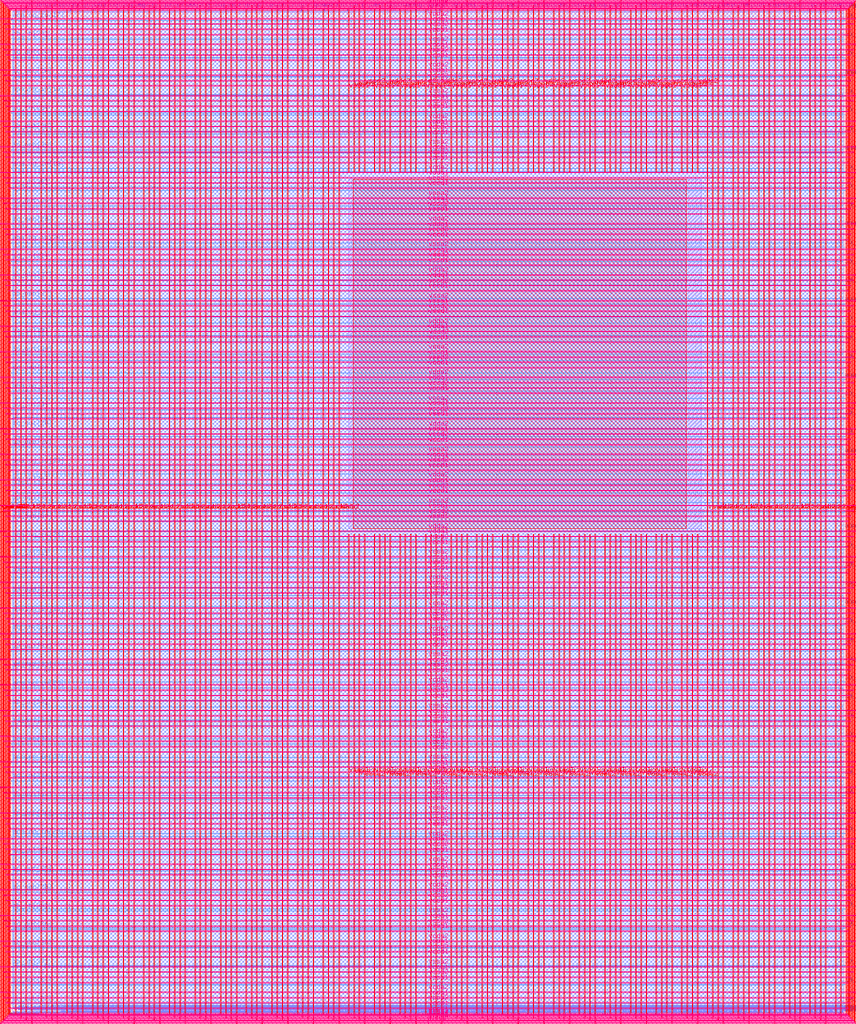
<source format=lef>
VERSION 5.7 ;
  NOWIREEXTENSIONATPIN ON ;
  DIVIDERCHAR "/" ;
  BUSBITCHARS "[]" ;
MACRO user_project_wrapper
  CLASS BLOCK ;
  FOREIGN user_project_wrapper ;
  ORIGIN 0.000 0.000 ;
  SIZE 2920.000 BY 3520.000 ;
  PIN analog_io[0]
    DIRECTION INOUT ;
    USE SIGNAL ;
    PORT
      LAYER met3 ;
        RECT 2917.600 1426.380 2924.800 1427.580 ;
    END
  END analog_io[0]
  PIN analog_io[10]
    DIRECTION INOUT ;
    USE SIGNAL ;
    PORT
      LAYER met2 ;
        RECT 2230.490 3517.600 2231.050 3524.800 ;
    END
  END analog_io[10]
  PIN analog_io[11]
    DIRECTION INOUT ;
    USE SIGNAL ;
    PORT
      LAYER met2 ;
        RECT 1905.730 3517.600 1906.290 3524.800 ;
    END
  END analog_io[11]
  PIN analog_io[12]
    DIRECTION INOUT ;
    USE SIGNAL ;
    PORT
      LAYER met2 ;
        RECT 1581.430 3517.600 1581.990 3524.800 ;
    END
  END analog_io[12]
  PIN analog_io[13]
    DIRECTION INOUT ;
    USE SIGNAL ;
    PORT
      LAYER met2 ;
        RECT 1257.130 3517.600 1257.690 3524.800 ;
    END
  END analog_io[13]
  PIN analog_io[14]
    DIRECTION INOUT ;
    USE SIGNAL ;
    PORT
      LAYER met2 ;
        RECT 932.370 3517.600 932.930 3524.800 ;
    END
  END analog_io[14]
  PIN analog_io[15]
    DIRECTION INOUT ;
    USE SIGNAL ;
    PORT
      LAYER met2 ;
        RECT 608.070 3517.600 608.630 3524.800 ;
    END
  END analog_io[15]
  PIN analog_io[16]
    DIRECTION INOUT ;
    USE SIGNAL ;
    PORT
      LAYER met2 ;
        RECT 283.770 3517.600 284.330 3524.800 ;
    END
  END analog_io[16]
  PIN analog_io[17]
    DIRECTION INOUT ;
    USE SIGNAL ;
    PORT
      LAYER met3 ;
        RECT -4.800 3486.100 2.400 3487.300 ;
    END
  END analog_io[17]
  PIN analog_io[18]
    DIRECTION INOUT ;
    USE SIGNAL ;
    PORT
      LAYER met3 ;
        RECT -4.800 3224.980 2.400 3226.180 ;
    END
  END analog_io[18]
  PIN analog_io[19]
    DIRECTION INOUT ;
    USE SIGNAL ;
    PORT
      LAYER met3 ;
        RECT -4.800 2964.540 2.400 2965.740 ;
    END
  END analog_io[19]
  PIN analog_io[1]
    DIRECTION INOUT ;
    USE SIGNAL ;
    PORT
      LAYER met3 ;
        RECT 2917.600 1692.260 2924.800 1693.460 ;
    END
  END analog_io[1]
  PIN analog_io[20]
    DIRECTION INOUT ;
    USE SIGNAL ;
    PORT
      LAYER met3 ;
        RECT -4.800 2703.420 2.400 2704.620 ;
    END
  END analog_io[20]
  PIN analog_io[21]
    DIRECTION INOUT ;
    USE SIGNAL ;
    PORT
      LAYER met3 ;
        RECT -4.800 2442.980 2.400 2444.180 ;
    END
  END analog_io[21]
  PIN analog_io[22]
    DIRECTION INOUT ;
    USE SIGNAL ;
    PORT
      LAYER met3 ;
        RECT -4.800 2182.540 2.400 2183.740 ;
    END
  END analog_io[22]
  PIN analog_io[23]
    DIRECTION INOUT ;
    USE SIGNAL ;
    PORT
      LAYER met3 ;
        RECT -4.800 1921.420 2.400 1922.620 ;
    END
  END analog_io[23]
  PIN analog_io[24]
    DIRECTION INOUT ;
    USE SIGNAL ;
    PORT
      LAYER met3 ;
        RECT -4.800 1660.980 2.400 1662.180 ;
    END
  END analog_io[24]
  PIN analog_io[25]
    DIRECTION INOUT ;
    USE SIGNAL ;
    PORT
      LAYER met3 ;
        RECT -4.800 1399.860 2.400 1401.060 ;
    END
  END analog_io[25]
  PIN analog_io[26]
    DIRECTION INOUT ;
    USE SIGNAL ;
    PORT
      LAYER met3 ;
        RECT -4.800 1139.420 2.400 1140.620 ;
    END
  END analog_io[26]
  PIN analog_io[27]
    DIRECTION INOUT ;
    USE SIGNAL ;
    PORT
      LAYER met3 ;
        RECT -4.800 878.980 2.400 880.180 ;
    END
  END analog_io[27]
  PIN analog_io[28]
    DIRECTION INOUT ;
    USE SIGNAL ;
    PORT
      LAYER met3 ;
        RECT -4.800 617.860 2.400 619.060 ;
    END
  END analog_io[28]
  PIN analog_io[2]
    DIRECTION INOUT ;
    USE SIGNAL ;
    PORT
      LAYER met3 ;
        RECT 2917.600 1958.140 2924.800 1959.340 ;
    END
  END analog_io[2]
  PIN analog_io[3]
    DIRECTION INOUT ;
    USE SIGNAL ;
    PORT
      LAYER met3 ;
        RECT 2917.600 2223.340 2924.800 2224.540 ;
    END
  END analog_io[3]
  PIN analog_io[4]
    DIRECTION INOUT ;
    USE SIGNAL ;
    PORT
      LAYER met3 ;
        RECT 2917.600 2489.220 2924.800 2490.420 ;
    END
  END analog_io[4]
  PIN analog_io[5]
    DIRECTION INOUT ;
    USE SIGNAL ;
    PORT
      LAYER met3 ;
        RECT 2917.600 2755.100 2924.800 2756.300 ;
    END
  END analog_io[5]
  PIN analog_io[6]
    DIRECTION INOUT ;
    USE SIGNAL ;
    PORT
      LAYER met3 ;
        RECT 2917.600 3020.300 2924.800 3021.500 ;
    END
  END analog_io[6]
  PIN analog_io[7]
    DIRECTION INOUT ;
    USE SIGNAL ;
    PORT
      LAYER met3 ;
        RECT 2917.600 3286.180 2924.800 3287.380 ;
    END
  END analog_io[7]
  PIN analog_io[8]
    DIRECTION INOUT ;
    USE SIGNAL ;
    PORT
      LAYER met2 ;
        RECT 2879.090 3517.600 2879.650 3524.800 ;
    END
  END analog_io[8]
  PIN analog_io[9]
    DIRECTION INOUT ;
    USE SIGNAL ;
    PORT
      LAYER met2 ;
        RECT 2554.790 3517.600 2555.350 3524.800 ;
    END
  END analog_io[9]
  PIN io_in[0]
    DIRECTION INPUT ;
    USE SIGNAL ;
    PORT
      LAYER met3 ;
        RECT 2917.600 32.380 2924.800 33.580 ;
    END
  END io_in[0]
  PIN io_in[10]
    DIRECTION INPUT ;
    USE SIGNAL ;
    PORT
      LAYER met3 ;
        RECT 2917.600 2289.980 2924.800 2291.180 ;
    END
  END io_in[10]
  PIN io_in[11]
    DIRECTION INPUT ;
    USE SIGNAL ;
    PORT
      LAYER met3 ;
        RECT 2917.600 2555.860 2924.800 2557.060 ;
    END
  END io_in[11]
  PIN io_in[12]
    DIRECTION INPUT ;
    USE SIGNAL ;
    PORT
      LAYER met3 ;
        RECT 2917.600 2821.060 2924.800 2822.260 ;
    END
  END io_in[12]
  PIN io_in[13]
    DIRECTION INPUT ;
    USE SIGNAL ;
    PORT
      LAYER met3 ;
        RECT 2917.600 3086.940 2924.800 3088.140 ;
    END
  END io_in[13]
  PIN io_in[14]
    DIRECTION INPUT ;
    USE SIGNAL ;
    PORT
      LAYER met3 ;
        RECT 2917.600 3352.820 2924.800 3354.020 ;
    END
  END io_in[14]
  PIN io_in[15]
    DIRECTION INPUT ;
    USE SIGNAL ;
    PORT
      LAYER met2 ;
        RECT 2798.130 3517.600 2798.690 3524.800 ;
    END
  END io_in[15]
  PIN io_in[16]
    DIRECTION INPUT ;
    USE SIGNAL ;
    PORT
      LAYER met2 ;
        RECT 2473.830 3517.600 2474.390 3524.800 ;
    END
  END io_in[16]
  PIN io_in[17]
    DIRECTION INPUT ;
    USE SIGNAL ;
    PORT
      LAYER met2 ;
        RECT 2149.070 3517.600 2149.630 3524.800 ;
    END
  END io_in[17]
  PIN io_in[18]
    DIRECTION INPUT ;
    USE SIGNAL ;
    PORT
      LAYER met2 ;
        RECT 1824.770 3517.600 1825.330 3524.800 ;
    END
  END io_in[18]
  PIN io_in[19]
    DIRECTION INPUT ;
    USE SIGNAL ;
    PORT
      LAYER met2 ;
        RECT 1500.470 3517.600 1501.030 3524.800 ;
    END
  END io_in[19]
  PIN io_in[1]
    DIRECTION INPUT ;
    USE SIGNAL ;
    PORT
      LAYER met3 ;
        RECT 2917.600 230.940 2924.800 232.140 ;
    END
  END io_in[1]
  PIN io_in[20]
    DIRECTION INPUT ;
    USE SIGNAL ;
    PORT
      LAYER met2 ;
        RECT 1175.710 3517.600 1176.270 3524.800 ;
    END
  END io_in[20]
  PIN io_in[21]
    DIRECTION INPUT ;
    USE SIGNAL ;
    PORT
      LAYER met2 ;
        RECT 851.410 3517.600 851.970 3524.800 ;
    END
  END io_in[21]
  PIN io_in[22]
    DIRECTION INPUT ;
    USE SIGNAL ;
    PORT
      LAYER met2 ;
        RECT 527.110 3517.600 527.670 3524.800 ;
    END
  END io_in[22]
  PIN io_in[23]
    DIRECTION INPUT ;
    USE SIGNAL ;
    PORT
      LAYER met2 ;
        RECT 202.350 3517.600 202.910 3524.800 ;
    END
  END io_in[23]
  PIN io_in[24]
    DIRECTION INPUT ;
    USE SIGNAL ;
    PORT
      LAYER met3 ;
        RECT -4.800 3420.820 2.400 3422.020 ;
    END
  END io_in[24]
  PIN io_in[25]
    DIRECTION INPUT ;
    USE SIGNAL ;
    PORT
      LAYER met3 ;
        RECT -4.800 3159.700 2.400 3160.900 ;
    END
  END io_in[25]
  PIN io_in[26]
    DIRECTION INPUT ;
    USE SIGNAL ;
    PORT
      LAYER met3 ;
        RECT -4.800 2899.260 2.400 2900.460 ;
    END
  END io_in[26]
  PIN io_in[27]
    DIRECTION INPUT ;
    USE SIGNAL ;
    PORT
      LAYER met3 ;
        RECT -4.800 2638.820 2.400 2640.020 ;
    END
  END io_in[27]
  PIN io_in[28]
    DIRECTION INPUT ;
    USE SIGNAL ;
    PORT
      LAYER met3 ;
        RECT -4.800 2377.700 2.400 2378.900 ;
    END
  END io_in[28]
  PIN io_in[29]
    DIRECTION INPUT ;
    USE SIGNAL ;
    PORT
      LAYER met3 ;
        RECT -4.800 2117.260 2.400 2118.460 ;
    END
  END io_in[29]
  PIN io_in[2]
    DIRECTION INPUT ;
    USE SIGNAL ;
    PORT
      LAYER met3 ;
        RECT 2917.600 430.180 2924.800 431.380 ;
    END
  END io_in[2]
  PIN io_in[30]
    DIRECTION INPUT ;
    USE SIGNAL ;
    PORT
      LAYER met3 ;
        RECT -4.800 1856.140 2.400 1857.340 ;
    END
  END io_in[30]
  PIN io_in[31]
    DIRECTION INPUT ;
    USE SIGNAL ;
    PORT
      LAYER met3 ;
        RECT -4.800 1595.700 2.400 1596.900 ;
    END
  END io_in[31]
  PIN io_in[32]
    DIRECTION INPUT ;
    USE SIGNAL ;
    PORT
      LAYER met3 ;
        RECT -4.800 1335.260 2.400 1336.460 ;
    END
  END io_in[32]
  PIN io_in[33]
    DIRECTION INPUT ;
    USE SIGNAL ;
    PORT
      LAYER met3 ;
        RECT -4.800 1074.140 2.400 1075.340 ;
    END
  END io_in[33]
  PIN io_in[34]
    DIRECTION INPUT ;
    USE SIGNAL ;
    PORT
      LAYER met3 ;
        RECT -4.800 813.700 2.400 814.900 ;
    END
  END io_in[34]
  PIN io_in[35]
    DIRECTION INPUT ;
    USE SIGNAL ;
    PORT
      LAYER met3 ;
        RECT -4.800 552.580 2.400 553.780 ;
    END
  END io_in[35]
  PIN io_in[36]
    DIRECTION INPUT ;
    USE SIGNAL ;
    PORT
      LAYER met3 ;
        RECT -4.800 357.420 2.400 358.620 ;
    END
  END io_in[36]
  PIN io_in[37]
    DIRECTION INPUT ;
    USE SIGNAL ;
    PORT
      LAYER met3 ;
        RECT -4.800 161.580 2.400 162.780 ;
    END
  END io_in[37]
  PIN io_in[3]
    DIRECTION INPUT ;
    USE SIGNAL ;
    PORT
      LAYER met3 ;
        RECT 2917.600 629.420 2924.800 630.620 ;
    END
  END io_in[3]
  PIN io_in[4]
    DIRECTION INPUT ;
    USE SIGNAL ;
    PORT
      LAYER met3 ;
        RECT 2917.600 828.660 2924.800 829.860 ;
    END
  END io_in[4]
  PIN io_in[5]
    DIRECTION INPUT ;
    USE SIGNAL ;
    PORT
      LAYER met3 ;
        RECT 2917.600 1027.900 2924.800 1029.100 ;
    END
  END io_in[5]
  PIN io_in[6]
    DIRECTION INPUT ;
    USE SIGNAL ;
    PORT
      LAYER met3 ;
        RECT 2917.600 1227.140 2924.800 1228.340 ;
    END
  END io_in[6]
  PIN io_in[7]
    DIRECTION INPUT ;
    USE SIGNAL ;
    PORT
      LAYER met3 ;
        RECT 2917.600 1493.020 2924.800 1494.220 ;
    END
  END io_in[7]
  PIN io_in[8]
    DIRECTION INPUT ;
    USE SIGNAL ;
    PORT
      LAYER met3 ;
        RECT 2917.600 1758.900 2924.800 1760.100 ;
    END
  END io_in[8]
  PIN io_in[9]
    DIRECTION INPUT ;
    USE SIGNAL ;
    PORT
      LAYER met3 ;
        RECT 2917.600 2024.100 2924.800 2025.300 ;
    END
  END io_in[9]
  PIN io_oeb[0]
    DIRECTION OUTPUT TRISTATE ;
    USE SIGNAL ;
    PORT
      LAYER met3 ;
        RECT 2917.600 164.980 2924.800 166.180 ;
    END
  END io_oeb[0]
  PIN io_oeb[10]
    DIRECTION OUTPUT TRISTATE ;
    USE SIGNAL ;
    PORT
      LAYER met3 ;
        RECT 2917.600 2422.580 2924.800 2423.780 ;
    END
  END io_oeb[10]
  PIN io_oeb[11]
    DIRECTION OUTPUT TRISTATE ;
    USE SIGNAL ;
    PORT
      LAYER met3 ;
        RECT 2917.600 2688.460 2924.800 2689.660 ;
    END
  END io_oeb[11]
  PIN io_oeb[12]
    DIRECTION OUTPUT TRISTATE ;
    USE SIGNAL ;
    PORT
      LAYER met3 ;
        RECT 2917.600 2954.340 2924.800 2955.540 ;
    END
  END io_oeb[12]
  PIN io_oeb[13]
    DIRECTION OUTPUT TRISTATE ;
    USE SIGNAL ;
    PORT
      LAYER met3 ;
        RECT 2917.600 3219.540 2924.800 3220.740 ;
    END
  END io_oeb[13]
  PIN io_oeb[14]
    DIRECTION OUTPUT TRISTATE ;
    USE SIGNAL ;
    PORT
      LAYER met3 ;
        RECT 2917.600 3485.420 2924.800 3486.620 ;
    END
  END io_oeb[14]
  PIN io_oeb[15]
    DIRECTION OUTPUT TRISTATE ;
    USE SIGNAL ;
    PORT
      LAYER met2 ;
        RECT 2635.750 3517.600 2636.310 3524.800 ;
    END
  END io_oeb[15]
  PIN io_oeb[16]
    DIRECTION OUTPUT TRISTATE ;
    USE SIGNAL ;
    PORT
      LAYER met2 ;
        RECT 2311.450 3517.600 2312.010 3524.800 ;
    END
  END io_oeb[16]
  PIN io_oeb[17]
    DIRECTION OUTPUT TRISTATE ;
    USE SIGNAL ;
    PORT
      LAYER met2 ;
        RECT 1987.150 3517.600 1987.710 3524.800 ;
    END
  END io_oeb[17]
  PIN io_oeb[18]
    DIRECTION OUTPUT TRISTATE ;
    USE SIGNAL ;
    PORT
      LAYER met2 ;
        RECT 1662.390 3517.600 1662.950 3524.800 ;
    END
  END io_oeb[18]
  PIN io_oeb[19]
    DIRECTION OUTPUT TRISTATE ;
    USE SIGNAL ;
    PORT
      LAYER met2 ;
        RECT 1338.090 3517.600 1338.650 3524.800 ;
    END
  END io_oeb[19]
  PIN io_oeb[1]
    DIRECTION OUTPUT TRISTATE ;
    USE SIGNAL ;
    PORT
      LAYER met3 ;
        RECT 2917.600 364.220 2924.800 365.420 ;
    END
  END io_oeb[1]
  PIN io_oeb[20]
    DIRECTION OUTPUT TRISTATE ;
    USE SIGNAL ;
    PORT
      LAYER met2 ;
        RECT 1013.790 3517.600 1014.350 3524.800 ;
    END
  END io_oeb[20]
  PIN io_oeb[21]
    DIRECTION OUTPUT TRISTATE ;
    USE SIGNAL ;
    PORT
      LAYER met2 ;
        RECT 689.030 3517.600 689.590 3524.800 ;
    END
  END io_oeb[21]
  PIN io_oeb[22]
    DIRECTION OUTPUT TRISTATE ;
    USE SIGNAL ;
    PORT
      LAYER met2 ;
        RECT 364.730 3517.600 365.290 3524.800 ;
    END
  END io_oeb[22]
  PIN io_oeb[23]
    DIRECTION OUTPUT TRISTATE ;
    USE SIGNAL ;
    PORT
      LAYER met2 ;
        RECT 40.430 3517.600 40.990 3524.800 ;
    END
  END io_oeb[23]
  PIN io_oeb[24]
    DIRECTION OUTPUT TRISTATE ;
    USE SIGNAL ;
    PORT
      LAYER met3 ;
        RECT -4.800 3290.260 2.400 3291.460 ;
    END
  END io_oeb[24]
  PIN io_oeb[25]
    DIRECTION OUTPUT TRISTATE ;
    USE SIGNAL ;
    PORT
      LAYER met3 ;
        RECT -4.800 3029.820 2.400 3031.020 ;
    END
  END io_oeb[25]
  PIN io_oeb[26]
    DIRECTION OUTPUT TRISTATE ;
    USE SIGNAL ;
    PORT
      LAYER met3 ;
        RECT -4.800 2768.700 2.400 2769.900 ;
    END
  END io_oeb[26]
  PIN io_oeb[27]
    DIRECTION OUTPUT TRISTATE ;
    USE SIGNAL ;
    PORT
      LAYER met3 ;
        RECT -4.800 2508.260 2.400 2509.460 ;
    END
  END io_oeb[27]
  PIN io_oeb[28]
    DIRECTION OUTPUT TRISTATE ;
    USE SIGNAL ;
    PORT
      LAYER met3 ;
        RECT -4.800 2247.140 2.400 2248.340 ;
    END
  END io_oeb[28]
  PIN io_oeb[29]
    DIRECTION OUTPUT TRISTATE ;
    USE SIGNAL ;
    PORT
      LAYER met3 ;
        RECT -4.800 1986.700 2.400 1987.900 ;
    END
  END io_oeb[29]
  PIN io_oeb[2]
    DIRECTION OUTPUT TRISTATE ;
    USE SIGNAL ;
    PORT
      LAYER met3 ;
        RECT 2917.600 563.460 2924.800 564.660 ;
    END
  END io_oeb[2]
  PIN io_oeb[30]
    DIRECTION OUTPUT TRISTATE ;
    USE SIGNAL ;
    PORT
      LAYER met3 ;
        RECT -4.800 1726.260 2.400 1727.460 ;
    END
  END io_oeb[30]
  PIN io_oeb[31]
    DIRECTION OUTPUT TRISTATE ;
    USE SIGNAL ;
    PORT
      LAYER met3 ;
        RECT -4.800 1465.140 2.400 1466.340 ;
    END
  END io_oeb[31]
  PIN io_oeb[32]
    DIRECTION OUTPUT TRISTATE ;
    USE SIGNAL ;
    PORT
      LAYER met3 ;
        RECT -4.800 1204.700 2.400 1205.900 ;
    END
  END io_oeb[32]
  PIN io_oeb[33]
    DIRECTION OUTPUT TRISTATE ;
    USE SIGNAL ;
    PORT
      LAYER met3 ;
        RECT -4.800 943.580 2.400 944.780 ;
    END
  END io_oeb[33]
  PIN io_oeb[34]
    DIRECTION OUTPUT TRISTATE ;
    USE SIGNAL ;
    PORT
      LAYER met3 ;
        RECT -4.800 683.140 2.400 684.340 ;
    END
  END io_oeb[34]
  PIN io_oeb[35]
    DIRECTION OUTPUT TRISTATE ;
    USE SIGNAL ;
    PORT
      LAYER met3 ;
        RECT -4.800 422.700 2.400 423.900 ;
    END
  END io_oeb[35]
  PIN io_oeb[36]
    DIRECTION OUTPUT TRISTATE ;
    USE SIGNAL ;
    PORT
      LAYER met3 ;
        RECT -4.800 226.860 2.400 228.060 ;
    END
  END io_oeb[36]
  PIN io_oeb[37]
    DIRECTION OUTPUT TRISTATE ;
    USE SIGNAL ;
    PORT
      LAYER met3 ;
        RECT -4.800 31.700 2.400 32.900 ;
    END
  END io_oeb[37]
  PIN io_oeb[3]
    DIRECTION OUTPUT TRISTATE ;
    USE SIGNAL ;
    PORT
      LAYER met3 ;
        RECT 2917.600 762.700 2924.800 763.900 ;
    END
  END io_oeb[3]
  PIN io_oeb[4]
    DIRECTION OUTPUT TRISTATE ;
    USE SIGNAL ;
    PORT
      LAYER met3 ;
        RECT 2917.600 961.940 2924.800 963.140 ;
    END
  END io_oeb[4]
  PIN io_oeb[5]
    DIRECTION OUTPUT TRISTATE ;
    USE SIGNAL ;
    PORT
      LAYER met3 ;
        RECT 2917.600 1161.180 2924.800 1162.380 ;
    END
  END io_oeb[5]
  PIN io_oeb[6]
    DIRECTION OUTPUT TRISTATE ;
    USE SIGNAL ;
    PORT
      LAYER met3 ;
        RECT 2917.600 1360.420 2924.800 1361.620 ;
    END
  END io_oeb[6]
  PIN io_oeb[7]
    DIRECTION OUTPUT TRISTATE ;
    USE SIGNAL ;
    PORT
      LAYER met3 ;
        RECT 2917.600 1625.620 2924.800 1626.820 ;
    END
  END io_oeb[7]
  PIN io_oeb[8]
    DIRECTION OUTPUT TRISTATE ;
    USE SIGNAL ;
    PORT
      LAYER met3 ;
        RECT 2917.600 1891.500 2924.800 1892.700 ;
    END
  END io_oeb[8]
  PIN io_oeb[9]
    DIRECTION OUTPUT TRISTATE ;
    USE SIGNAL ;
    PORT
      LAYER met3 ;
        RECT 2917.600 2157.380 2924.800 2158.580 ;
    END
  END io_oeb[9]
  PIN io_out[0]
    DIRECTION OUTPUT TRISTATE ;
    USE SIGNAL ;
    PORT
      LAYER met3 ;
        RECT 2917.600 98.340 2924.800 99.540 ;
    END
  END io_out[0]
  PIN io_out[10]
    DIRECTION OUTPUT TRISTATE ;
    USE SIGNAL ;
    PORT
      LAYER met3 ;
        RECT 2917.600 2356.620 2924.800 2357.820 ;
    END
  END io_out[10]
  PIN io_out[11]
    DIRECTION OUTPUT TRISTATE ;
    USE SIGNAL ;
    PORT
      LAYER met3 ;
        RECT 2917.600 2621.820 2924.800 2623.020 ;
    END
  END io_out[11]
  PIN io_out[12]
    DIRECTION OUTPUT TRISTATE ;
    USE SIGNAL ;
    PORT
      LAYER met3 ;
        RECT 2917.600 2887.700 2924.800 2888.900 ;
    END
  END io_out[12]
  PIN io_out[13]
    DIRECTION OUTPUT TRISTATE ;
    USE SIGNAL ;
    PORT
      LAYER met3 ;
        RECT 2917.600 3153.580 2924.800 3154.780 ;
    END
  END io_out[13]
  PIN io_out[14]
    DIRECTION OUTPUT TRISTATE ;
    USE SIGNAL ;
    PORT
      LAYER met3 ;
        RECT 2917.600 3418.780 2924.800 3419.980 ;
    END
  END io_out[14]
  PIN io_out[15]
    DIRECTION OUTPUT TRISTATE ;
    USE SIGNAL ;
    PORT
      LAYER met2 ;
        RECT 2717.170 3517.600 2717.730 3524.800 ;
    END
  END io_out[15]
  PIN io_out[16]
    DIRECTION OUTPUT TRISTATE ;
    USE SIGNAL ;
    PORT
      LAYER met2 ;
        RECT 2392.410 3517.600 2392.970 3524.800 ;
    END
  END io_out[16]
  PIN io_out[17]
    DIRECTION OUTPUT TRISTATE ;
    USE SIGNAL ;
    PORT
      LAYER met2 ;
        RECT 2068.110 3517.600 2068.670 3524.800 ;
    END
  END io_out[17]
  PIN io_out[18]
    DIRECTION OUTPUT TRISTATE ;
    USE SIGNAL ;
    PORT
      LAYER met2 ;
        RECT 1743.810 3517.600 1744.370 3524.800 ;
    END
  END io_out[18]
  PIN io_out[19]
    DIRECTION OUTPUT TRISTATE ;
    USE SIGNAL ;
    PORT
      LAYER met2 ;
        RECT 1419.050 3517.600 1419.610 3524.800 ;
    END
  END io_out[19]
  PIN io_out[1]
    DIRECTION OUTPUT TRISTATE ;
    USE SIGNAL ;
    PORT
      LAYER met3 ;
        RECT 2917.600 297.580 2924.800 298.780 ;
    END
  END io_out[1]
  PIN io_out[20]
    DIRECTION OUTPUT TRISTATE ;
    USE SIGNAL ;
    PORT
      LAYER met2 ;
        RECT 1094.750 3517.600 1095.310 3524.800 ;
    END
  END io_out[20]
  PIN io_out[21]
    DIRECTION OUTPUT TRISTATE ;
    USE SIGNAL ;
    PORT
      LAYER met2 ;
        RECT 770.450 3517.600 771.010 3524.800 ;
    END
  END io_out[21]
  PIN io_out[22]
    DIRECTION OUTPUT TRISTATE ;
    USE SIGNAL ;
    PORT
      LAYER met2 ;
        RECT 445.690 3517.600 446.250 3524.800 ;
    END
  END io_out[22]
  PIN io_out[23]
    DIRECTION OUTPUT TRISTATE ;
    USE SIGNAL ;
    PORT
      LAYER met2 ;
        RECT 121.390 3517.600 121.950 3524.800 ;
    END
  END io_out[23]
  PIN io_out[24]
    DIRECTION OUTPUT TRISTATE ;
    USE SIGNAL ;
    PORT
      LAYER met3 ;
        RECT -4.800 3355.540 2.400 3356.740 ;
    END
  END io_out[24]
  PIN io_out[25]
    DIRECTION OUTPUT TRISTATE ;
    USE SIGNAL ;
    PORT
      LAYER met3 ;
        RECT -4.800 3095.100 2.400 3096.300 ;
    END
  END io_out[25]
  PIN io_out[26]
    DIRECTION OUTPUT TRISTATE ;
    USE SIGNAL ;
    PORT
      LAYER met3 ;
        RECT -4.800 2833.980 2.400 2835.180 ;
    END
  END io_out[26]
  PIN io_out[27]
    DIRECTION OUTPUT TRISTATE ;
    USE SIGNAL ;
    PORT
      LAYER met3 ;
        RECT -4.800 2573.540 2.400 2574.740 ;
    END
  END io_out[27]
  PIN io_out[28]
    DIRECTION OUTPUT TRISTATE ;
    USE SIGNAL ;
    PORT
      LAYER met3 ;
        RECT -4.800 2312.420 2.400 2313.620 ;
    END
  END io_out[28]
  PIN io_out[29]
    DIRECTION OUTPUT TRISTATE ;
    USE SIGNAL ;
    PORT
      LAYER met3 ;
        RECT -4.800 2051.980 2.400 2053.180 ;
    END
  END io_out[29]
  PIN io_out[2]
    DIRECTION OUTPUT TRISTATE ;
    USE SIGNAL ;
    PORT
      LAYER met3 ;
        RECT 2917.600 496.820 2924.800 498.020 ;
    END
  END io_out[2]
  PIN io_out[30]
    DIRECTION OUTPUT TRISTATE ;
    USE SIGNAL ;
    PORT
      LAYER met3 ;
        RECT -4.800 1791.540 2.400 1792.740 ;
    END
  END io_out[30]
  PIN io_out[31]
    DIRECTION OUTPUT TRISTATE ;
    USE SIGNAL ;
    PORT
      LAYER met3 ;
        RECT -4.800 1530.420 2.400 1531.620 ;
    END
  END io_out[31]
  PIN io_out[32]
    DIRECTION OUTPUT TRISTATE ;
    USE SIGNAL ;
    PORT
      LAYER met3 ;
        RECT -4.800 1269.980 2.400 1271.180 ;
    END
  END io_out[32]
  PIN io_out[33]
    DIRECTION OUTPUT TRISTATE ;
    USE SIGNAL ;
    PORT
      LAYER met3 ;
        RECT -4.800 1008.860 2.400 1010.060 ;
    END
  END io_out[33]
  PIN io_out[34]
    DIRECTION OUTPUT TRISTATE ;
    USE SIGNAL ;
    PORT
      LAYER met3 ;
        RECT -4.800 748.420 2.400 749.620 ;
    END
  END io_out[34]
  PIN io_out[35]
    DIRECTION OUTPUT TRISTATE ;
    USE SIGNAL ;
    PORT
      LAYER met3 ;
        RECT -4.800 487.300 2.400 488.500 ;
    END
  END io_out[35]
  PIN io_out[36]
    DIRECTION OUTPUT TRISTATE ;
    USE SIGNAL ;
    PORT
      LAYER met3 ;
        RECT -4.800 292.140 2.400 293.340 ;
    END
  END io_out[36]
  PIN io_out[37]
    DIRECTION OUTPUT TRISTATE ;
    USE SIGNAL ;
    PORT
      LAYER met3 ;
        RECT -4.800 96.300 2.400 97.500 ;
    END
  END io_out[37]
  PIN io_out[3]
    DIRECTION OUTPUT TRISTATE ;
    USE SIGNAL ;
    PORT
      LAYER met3 ;
        RECT 2917.600 696.060 2924.800 697.260 ;
    END
  END io_out[3]
  PIN io_out[4]
    DIRECTION OUTPUT TRISTATE ;
    USE SIGNAL ;
    PORT
      LAYER met3 ;
        RECT 2917.600 895.300 2924.800 896.500 ;
    END
  END io_out[4]
  PIN io_out[5]
    DIRECTION OUTPUT TRISTATE ;
    USE SIGNAL ;
    PORT
      LAYER met3 ;
        RECT 2917.600 1094.540 2924.800 1095.740 ;
    END
  END io_out[5]
  PIN io_out[6]
    DIRECTION OUTPUT TRISTATE ;
    USE SIGNAL ;
    PORT
      LAYER met3 ;
        RECT 2917.600 1293.780 2924.800 1294.980 ;
    END
  END io_out[6]
  PIN io_out[7]
    DIRECTION OUTPUT TRISTATE ;
    USE SIGNAL ;
    PORT
      LAYER met3 ;
        RECT 2917.600 1559.660 2924.800 1560.860 ;
    END
  END io_out[7]
  PIN io_out[8]
    DIRECTION OUTPUT TRISTATE ;
    USE SIGNAL ;
    PORT
      LAYER met3 ;
        RECT 2917.600 1824.860 2924.800 1826.060 ;
    END
  END io_out[8]
  PIN io_out[9]
    DIRECTION OUTPUT TRISTATE ;
    USE SIGNAL ;
    PORT
      LAYER met3 ;
        RECT 2917.600 2090.740 2924.800 2091.940 ;
    END
  END io_out[9]
  PIN la_data_in[0]
    DIRECTION INPUT ;
    USE SIGNAL ;
    PORT
      LAYER met2 ;
        RECT 629.230 -4.800 629.790 2.400 ;
    END
  END la_data_in[0]
  PIN la_data_in[100]
    DIRECTION INPUT ;
    USE SIGNAL ;
    PORT
      LAYER met2 ;
        RECT 2402.530 -4.800 2403.090 2.400 ;
    END
  END la_data_in[100]
  PIN la_data_in[101]
    DIRECTION INPUT ;
    USE SIGNAL ;
    PORT
      LAYER met2 ;
        RECT 2420.010 -4.800 2420.570 2.400 ;
    END
  END la_data_in[101]
  PIN la_data_in[102]
    DIRECTION INPUT ;
    USE SIGNAL ;
    PORT
      LAYER met2 ;
        RECT 2437.950 -4.800 2438.510 2.400 ;
    END
  END la_data_in[102]
  PIN la_data_in[103]
    DIRECTION INPUT ;
    USE SIGNAL ;
    PORT
      LAYER met2 ;
        RECT 2455.430 -4.800 2455.990 2.400 ;
    END
  END la_data_in[103]
  PIN la_data_in[104]
    DIRECTION INPUT ;
    USE SIGNAL ;
    PORT
      LAYER met2 ;
        RECT 2473.370 -4.800 2473.930 2.400 ;
    END
  END la_data_in[104]
  PIN la_data_in[105]
    DIRECTION INPUT ;
    USE SIGNAL ;
    PORT
      LAYER met2 ;
        RECT 2490.850 -4.800 2491.410 2.400 ;
    END
  END la_data_in[105]
  PIN la_data_in[106]
    DIRECTION INPUT ;
    USE SIGNAL ;
    PORT
      LAYER met2 ;
        RECT 2508.790 -4.800 2509.350 2.400 ;
    END
  END la_data_in[106]
  PIN la_data_in[107]
    DIRECTION INPUT ;
    USE SIGNAL ;
    PORT
      LAYER met2 ;
        RECT 2526.730 -4.800 2527.290 2.400 ;
    END
  END la_data_in[107]
  PIN la_data_in[108]
    DIRECTION INPUT ;
    USE SIGNAL ;
    PORT
      LAYER met2 ;
        RECT 2544.210 -4.800 2544.770 2.400 ;
    END
  END la_data_in[108]
  PIN la_data_in[109]
    DIRECTION INPUT ;
    USE SIGNAL ;
    PORT
      LAYER met2 ;
        RECT 2562.150 -4.800 2562.710 2.400 ;
    END
  END la_data_in[109]
  PIN la_data_in[10]
    DIRECTION INPUT ;
    USE SIGNAL ;
    PORT
      LAYER met2 ;
        RECT 806.330 -4.800 806.890 2.400 ;
    END
  END la_data_in[10]
  PIN la_data_in[110]
    DIRECTION INPUT ;
    USE SIGNAL ;
    PORT
      LAYER met2 ;
        RECT 2579.630 -4.800 2580.190 2.400 ;
    END
  END la_data_in[110]
  PIN la_data_in[111]
    DIRECTION INPUT ;
    USE SIGNAL ;
    PORT
      LAYER met2 ;
        RECT 2597.570 -4.800 2598.130 2.400 ;
    END
  END la_data_in[111]
  PIN la_data_in[112]
    DIRECTION INPUT ;
    USE SIGNAL ;
    PORT
      LAYER met2 ;
        RECT 2615.050 -4.800 2615.610 2.400 ;
    END
  END la_data_in[112]
  PIN la_data_in[113]
    DIRECTION INPUT ;
    USE SIGNAL ;
    PORT
      LAYER met2 ;
        RECT 2632.990 -4.800 2633.550 2.400 ;
    END
  END la_data_in[113]
  PIN la_data_in[114]
    DIRECTION INPUT ;
    USE SIGNAL ;
    PORT
      LAYER met2 ;
        RECT 2650.470 -4.800 2651.030 2.400 ;
    END
  END la_data_in[114]
  PIN la_data_in[115]
    DIRECTION INPUT ;
    USE SIGNAL ;
    PORT
      LAYER met2 ;
        RECT 2668.410 -4.800 2668.970 2.400 ;
    END
  END la_data_in[115]
  PIN la_data_in[116]
    DIRECTION INPUT ;
    USE SIGNAL ;
    PORT
      LAYER met2 ;
        RECT 2685.890 -4.800 2686.450 2.400 ;
    END
  END la_data_in[116]
  PIN la_data_in[117]
    DIRECTION INPUT ;
    USE SIGNAL ;
    PORT
      LAYER met2 ;
        RECT 2703.830 -4.800 2704.390 2.400 ;
    END
  END la_data_in[117]
  PIN la_data_in[118]
    DIRECTION INPUT ;
    USE SIGNAL ;
    PORT
      LAYER met2 ;
        RECT 2721.770 -4.800 2722.330 2.400 ;
    END
  END la_data_in[118]
  PIN la_data_in[119]
    DIRECTION INPUT ;
    USE SIGNAL ;
    PORT
      LAYER met2 ;
        RECT 2739.250 -4.800 2739.810 2.400 ;
    END
  END la_data_in[119]
  PIN la_data_in[11]
    DIRECTION INPUT ;
    USE SIGNAL ;
    PORT
      LAYER met2 ;
        RECT 824.270 -4.800 824.830 2.400 ;
    END
  END la_data_in[11]
  PIN la_data_in[120]
    DIRECTION INPUT ;
    USE SIGNAL ;
    PORT
      LAYER met2 ;
        RECT 2757.190 -4.800 2757.750 2.400 ;
    END
  END la_data_in[120]
  PIN la_data_in[121]
    DIRECTION INPUT ;
    USE SIGNAL ;
    PORT
      LAYER met2 ;
        RECT 2774.670 -4.800 2775.230 2.400 ;
    END
  END la_data_in[121]
  PIN la_data_in[122]
    DIRECTION INPUT ;
    USE SIGNAL ;
    PORT
      LAYER met2 ;
        RECT 2792.610 -4.800 2793.170 2.400 ;
    END
  END la_data_in[122]
  PIN la_data_in[123]
    DIRECTION INPUT ;
    USE SIGNAL ;
    PORT
      LAYER met2 ;
        RECT 2810.090 -4.800 2810.650 2.400 ;
    END
  END la_data_in[123]
  PIN la_data_in[124]
    DIRECTION INPUT ;
    USE SIGNAL ;
    PORT
      LAYER met2 ;
        RECT 2828.030 -4.800 2828.590 2.400 ;
    END
  END la_data_in[124]
  PIN la_data_in[125]
    DIRECTION INPUT ;
    USE SIGNAL ;
    PORT
      LAYER met2 ;
        RECT 2845.510 -4.800 2846.070 2.400 ;
    END
  END la_data_in[125]
  PIN la_data_in[126]
    DIRECTION INPUT ;
    USE SIGNAL ;
    PORT
      LAYER met2 ;
        RECT 2863.450 -4.800 2864.010 2.400 ;
    END
  END la_data_in[126]
  PIN la_data_in[127]
    DIRECTION INPUT ;
    USE SIGNAL ;
    PORT
      LAYER met2 ;
        RECT 2881.390 -4.800 2881.950 2.400 ;
    END
  END la_data_in[127]
  PIN la_data_in[12]
    DIRECTION INPUT ;
    USE SIGNAL ;
    PORT
      LAYER met2 ;
        RECT 841.750 -4.800 842.310 2.400 ;
    END
  END la_data_in[12]
  PIN la_data_in[13]
    DIRECTION INPUT ;
    USE SIGNAL ;
    PORT
      LAYER met2 ;
        RECT 859.690 -4.800 860.250 2.400 ;
    END
  END la_data_in[13]
  PIN la_data_in[14]
    DIRECTION INPUT ;
    USE SIGNAL ;
    PORT
      LAYER met2 ;
        RECT 877.170 -4.800 877.730 2.400 ;
    END
  END la_data_in[14]
  PIN la_data_in[15]
    DIRECTION INPUT ;
    USE SIGNAL ;
    PORT
      LAYER met2 ;
        RECT 895.110 -4.800 895.670 2.400 ;
    END
  END la_data_in[15]
  PIN la_data_in[16]
    DIRECTION INPUT ;
    USE SIGNAL ;
    PORT
      LAYER met2 ;
        RECT 912.590 -4.800 913.150 2.400 ;
    END
  END la_data_in[16]
  PIN la_data_in[17]
    DIRECTION INPUT ;
    USE SIGNAL ;
    PORT
      LAYER met2 ;
        RECT 930.530 -4.800 931.090 2.400 ;
    END
  END la_data_in[17]
  PIN la_data_in[18]
    DIRECTION INPUT ;
    USE SIGNAL ;
    PORT
      LAYER met2 ;
        RECT 948.470 -4.800 949.030 2.400 ;
    END
  END la_data_in[18]
  PIN la_data_in[19]
    DIRECTION INPUT ;
    USE SIGNAL ;
    PORT
      LAYER met2 ;
        RECT 965.950 -4.800 966.510 2.400 ;
    END
  END la_data_in[19]
  PIN la_data_in[1]
    DIRECTION INPUT ;
    USE SIGNAL ;
    PORT
      LAYER met2 ;
        RECT 646.710 -4.800 647.270 2.400 ;
    END
  END la_data_in[1]
  PIN la_data_in[20]
    DIRECTION INPUT ;
    USE SIGNAL ;
    PORT
      LAYER met2 ;
        RECT 983.890 -4.800 984.450 2.400 ;
    END
  END la_data_in[20]
  PIN la_data_in[21]
    DIRECTION INPUT ;
    USE SIGNAL ;
    PORT
      LAYER met2 ;
        RECT 1001.370 -4.800 1001.930 2.400 ;
    END
  END la_data_in[21]
  PIN la_data_in[22]
    DIRECTION INPUT ;
    USE SIGNAL ;
    PORT
      LAYER met2 ;
        RECT 1019.310 -4.800 1019.870 2.400 ;
    END
  END la_data_in[22]
  PIN la_data_in[23]
    DIRECTION INPUT ;
    USE SIGNAL ;
    PORT
      LAYER met2 ;
        RECT 1036.790 -4.800 1037.350 2.400 ;
    END
  END la_data_in[23]
  PIN la_data_in[24]
    DIRECTION INPUT ;
    USE SIGNAL ;
    PORT
      LAYER met2 ;
        RECT 1054.730 -4.800 1055.290 2.400 ;
    END
  END la_data_in[24]
  PIN la_data_in[25]
    DIRECTION INPUT ;
    USE SIGNAL ;
    PORT
      LAYER met2 ;
        RECT 1072.210 -4.800 1072.770 2.400 ;
    END
  END la_data_in[25]
  PIN la_data_in[26]
    DIRECTION INPUT ;
    USE SIGNAL ;
    PORT
      LAYER met2 ;
        RECT 1090.150 -4.800 1090.710 2.400 ;
    END
  END la_data_in[26]
  PIN la_data_in[27]
    DIRECTION INPUT ;
    USE SIGNAL ;
    PORT
      LAYER met2 ;
        RECT 1107.630 -4.800 1108.190 2.400 ;
    END
  END la_data_in[27]
  PIN la_data_in[28]
    DIRECTION INPUT ;
    USE SIGNAL ;
    PORT
      LAYER met2 ;
        RECT 1125.570 -4.800 1126.130 2.400 ;
    END
  END la_data_in[28]
  PIN la_data_in[29]
    DIRECTION INPUT ;
    USE SIGNAL ;
    PORT
      LAYER met2 ;
        RECT 1143.510 -4.800 1144.070 2.400 ;
    END
  END la_data_in[29]
  PIN la_data_in[2]
    DIRECTION INPUT ;
    USE SIGNAL ;
    PORT
      LAYER met2 ;
        RECT 664.650 -4.800 665.210 2.400 ;
    END
  END la_data_in[2]
  PIN la_data_in[30]
    DIRECTION INPUT ;
    USE SIGNAL ;
    PORT
      LAYER met2 ;
        RECT 1160.990 -4.800 1161.550 2.400 ;
    END
  END la_data_in[30]
  PIN la_data_in[31]
    DIRECTION INPUT ;
    USE SIGNAL ;
    PORT
      LAYER met2 ;
        RECT 1178.930 -4.800 1179.490 2.400 ;
    END
  END la_data_in[31]
  PIN la_data_in[32]
    DIRECTION INPUT ;
    USE SIGNAL ;
    PORT
      LAYER met2 ;
        RECT 1196.410 -4.800 1196.970 2.400 ;
    END
  END la_data_in[32]
  PIN la_data_in[33]
    DIRECTION INPUT ;
    USE SIGNAL ;
    PORT
      LAYER met2 ;
        RECT 1214.350 -4.800 1214.910 2.400 ;
    END
  END la_data_in[33]
  PIN la_data_in[34]
    DIRECTION INPUT ;
    USE SIGNAL ;
    PORT
      LAYER met2 ;
        RECT 1231.830 -4.800 1232.390 2.400 ;
    END
  END la_data_in[34]
  PIN la_data_in[35]
    DIRECTION INPUT ;
    USE SIGNAL ;
    PORT
      LAYER met2 ;
        RECT 1249.770 -4.800 1250.330 2.400 ;
    END
  END la_data_in[35]
  PIN la_data_in[36]
    DIRECTION INPUT ;
    USE SIGNAL ;
    PORT
      LAYER met2 ;
        RECT 1267.250 -4.800 1267.810 2.400 ;
    END
  END la_data_in[36]
  PIN la_data_in[37]
    DIRECTION INPUT ;
    USE SIGNAL ;
    PORT
      LAYER met2 ;
        RECT 1285.190 -4.800 1285.750 2.400 ;
    END
  END la_data_in[37]
  PIN la_data_in[38]
    DIRECTION INPUT ;
    USE SIGNAL ;
    PORT
      LAYER met2 ;
        RECT 1303.130 -4.800 1303.690 2.400 ;
    END
  END la_data_in[38]
  PIN la_data_in[39]
    DIRECTION INPUT ;
    USE SIGNAL ;
    PORT
      LAYER met2 ;
        RECT 1320.610 -4.800 1321.170 2.400 ;
    END
  END la_data_in[39]
  PIN la_data_in[3]
    DIRECTION INPUT ;
    USE SIGNAL ;
    PORT
      LAYER met2 ;
        RECT 682.130 -4.800 682.690 2.400 ;
    END
  END la_data_in[3]
  PIN la_data_in[40]
    DIRECTION INPUT ;
    USE SIGNAL ;
    PORT
      LAYER met2 ;
        RECT 1338.550 -4.800 1339.110 2.400 ;
    END
  END la_data_in[40]
  PIN la_data_in[41]
    DIRECTION INPUT ;
    USE SIGNAL ;
    PORT
      LAYER met2 ;
        RECT 1356.030 -4.800 1356.590 2.400 ;
    END
  END la_data_in[41]
  PIN la_data_in[42]
    DIRECTION INPUT ;
    USE SIGNAL ;
    PORT
      LAYER met2 ;
        RECT 1373.970 -4.800 1374.530 2.400 ;
    END
  END la_data_in[42]
  PIN la_data_in[43]
    DIRECTION INPUT ;
    USE SIGNAL ;
    PORT
      LAYER met2 ;
        RECT 1391.450 -4.800 1392.010 2.400 ;
    END
  END la_data_in[43]
  PIN la_data_in[44]
    DIRECTION INPUT ;
    USE SIGNAL ;
    PORT
      LAYER met2 ;
        RECT 1409.390 -4.800 1409.950 2.400 ;
    END
  END la_data_in[44]
  PIN la_data_in[45]
    DIRECTION INPUT ;
    USE SIGNAL ;
    PORT
      LAYER met2 ;
        RECT 1426.870 -4.800 1427.430 2.400 ;
    END
  END la_data_in[45]
  PIN la_data_in[46]
    DIRECTION INPUT ;
    USE SIGNAL ;
    PORT
      LAYER met2 ;
        RECT 1444.810 -4.800 1445.370 2.400 ;
    END
  END la_data_in[46]
  PIN la_data_in[47]
    DIRECTION INPUT ;
    USE SIGNAL ;
    PORT
      LAYER met2 ;
        RECT 1462.750 -4.800 1463.310 2.400 ;
    END
  END la_data_in[47]
  PIN la_data_in[48]
    DIRECTION INPUT ;
    USE SIGNAL ;
    PORT
      LAYER met2 ;
        RECT 1480.230 -4.800 1480.790 2.400 ;
    END
  END la_data_in[48]
  PIN la_data_in[49]
    DIRECTION INPUT ;
    USE SIGNAL ;
    PORT
      LAYER met2 ;
        RECT 1498.170 -4.800 1498.730 2.400 ;
    END
  END la_data_in[49]
  PIN la_data_in[4]
    DIRECTION INPUT ;
    USE SIGNAL ;
    PORT
      LAYER met2 ;
        RECT 700.070 -4.800 700.630 2.400 ;
    END
  END la_data_in[4]
  PIN la_data_in[50]
    DIRECTION INPUT ;
    USE SIGNAL ;
    PORT
      LAYER met2 ;
        RECT 1515.650 -4.800 1516.210 2.400 ;
    END
  END la_data_in[50]
  PIN la_data_in[51]
    DIRECTION INPUT ;
    USE SIGNAL ;
    PORT
      LAYER met2 ;
        RECT 1533.590 -4.800 1534.150 2.400 ;
    END
  END la_data_in[51]
  PIN la_data_in[52]
    DIRECTION INPUT ;
    USE SIGNAL ;
    PORT
      LAYER met2 ;
        RECT 1551.070 -4.800 1551.630 2.400 ;
    END
  END la_data_in[52]
  PIN la_data_in[53]
    DIRECTION INPUT ;
    USE SIGNAL ;
    PORT
      LAYER met2 ;
        RECT 1569.010 -4.800 1569.570 2.400 ;
    END
  END la_data_in[53]
  PIN la_data_in[54]
    DIRECTION INPUT ;
    USE SIGNAL ;
    PORT
      LAYER met2 ;
        RECT 1586.490 -4.800 1587.050 2.400 ;
    END
  END la_data_in[54]
  PIN la_data_in[55]
    DIRECTION INPUT ;
    USE SIGNAL ;
    PORT
      LAYER met2 ;
        RECT 1604.430 -4.800 1604.990 2.400 ;
    END
  END la_data_in[55]
  PIN la_data_in[56]
    DIRECTION INPUT ;
    USE SIGNAL ;
    PORT
      LAYER met2 ;
        RECT 1621.910 -4.800 1622.470 2.400 ;
    END
  END la_data_in[56]
  PIN la_data_in[57]
    DIRECTION INPUT ;
    USE SIGNAL ;
    PORT
      LAYER met2 ;
        RECT 1639.850 -4.800 1640.410 2.400 ;
    END
  END la_data_in[57]
  PIN la_data_in[58]
    DIRECTION INPUT ;
    USE SIGNAL ;
    PORT
      LAYER met2 ;
        RECT 1657.790 -4.800 1658.350 2.400 ;
    END
  END la_data_in[58]
  PIN la_data_in[59]
    DIRECTION INPUT ;
    USE SIGNAL ;
    PORT
      LAYER met2 ;
        RECT 1675.270 -4.800 1675.830 2.400 ;
    END
  END la_data_in[59]
  PIN la_data_in[5]
    DIRECTION INPUT ;
    USE SIGNAL ;
    PORT
      LAYER met2 ;
        RECT 717.550 -4.800 718.110 2.400 ;
    END
  END la_data_in[5]
  PIN la_data_in[60]
    DIRECTION INPUT ;
    USE SIGNAL ;
    PORT
      LAYER met2 ;
        RECT 1693.210 -4.800 1693.770 2.400 ;
    END
  END la_data_in[60]
  PIN la_data_in[61]
    DIRECTION INPUT ;
    USE SIGNAL ;
    PORT
      LAYER met2 ;
        RECT 1710.690 -4.800 1711.250 2.400 ;
    END
  END la_data_in[61]
  PIN la_data_in[62]
    DIRECTION INPUT ;
    USE SIGNAL ;
    PORT
      LAYER met2 ;
        RECT 1728.630 -4.800 1729.190 2.400 ;
    END
  END la_data_in[62]
  PIN la_data_in[63]
    DIRECTION INPUT ;
    USE SIGNAL ;
    PORT
      LAYER met2 ;
        RECT 1746.110 -4.800 1746.670 2.400 ;
    END
  END la_data_in[63]
  PIN la_data_in[64]
    DIRECTION INPUT ;
    USE SIGNAL ;
    PORT
      LAYER met2 ;
        RECT 1764.050 -4.800 1764.610 2.400 ;
    END
  END la_data_in[64]
  PIN la_data_in[65]
    DIRECTION INPUT ;
    USE SIGNAL ;
    PORT
      LAYER met2 ;
        RECT 1781.530 -4.800 1782.090 2.400 ;
    END
  END la_data_in[65]
  PIN la_data_in[66]
    DIRECTION INPUT ;
    USE SIGNAL ;
    PORT
      LAYER met2 ;
        RECT 1799.470 -4.800 1800.030 2.400 ;
    END
  END la_data_in[66]
  PIN la_data_in[67]
    DIRECTION INPUT ;
    USE SIGNAL ;
    PORT
      LAYER met2 ;
        RECT 1817.410 -4.800 1817.970 2.400 ;
    END
  END la_data_in[67]
  PIN la_data_in[68]
    DIRECTION INPUT ;
    USE SIGNAL ;
    PORT
      LAYER met2 ;
        RECT 1834.890 -4.800 1835.450 2.400 ;
    END
  END la_data_in[68]
  PIN la_data_in[69]
    DIRECTION INPUT ;
    USE SIGNAL ;
    PORT
      LAYER met2 ;
        RECT 1852.830 -4.800 1853.390 2.400 ;
    END
  END la_data_in[69]
  PIN la_data_in[6]
    DIRECTION INPUT ;
    USE SIGNAL ;
    PORT
      LAYER met2 ;
        RECT 735.490 -4.800 736.050 2.400 ;
    END
  END la_data_in[6]
  PIN la_data_in[70]
    DIRECTION INPUT ;
    USE SIGNAL ;
    PORT
      LAYER met2 ;
        RECT 1870.310 -4.800 1870.870 2.400 ;
    END
  END la_data_in[70]
  PIN la_data_in[71]
    DIRECTION INPUT ;
    USE SIGNAL ;
    PORT
      LAYER met2 ;
        RECT 1888.250 -4.800 1888.810 2.400 ;
    END
  END la_data_in[71]
  PIN la_data_in[72]
    DIRECTION INPUT ;
    USE SIGNAL ;
    PORT
      LAYER met2 ;
        RECT 1905.730 -4.800 1906.290 2.400 ;
    END
  END la_data_in[72]
  PIN la_data_in[73]
    DIRECTION INPUT ;
    USE SIGNAL ;
    PORT
      LAYER met2 ;
        RECT 1923.670 -4.800 1924.230 2.400 ;
    END
  END la_data_in[73]
  PIN la_data_in[74]
    DIRECTION INPUT ;
    USE SIGNAL ;
    PORT
      LAYER met2 ;
        RECT 1941.150 -4.800 1941.710 2.400 ;
    END
  END la_data_in[74]
  PIN la_data_in[75]
    DIRECTION INPUT ;
    USE SIGNAL ;
    PORT
      LAYER met2 ;
        RECT 1959.090 -4.800 1959.650 2.400 ;
    END
  END la_data_in[75]
  PIN la_data_in[76]
    DIRECTION INPUT ;
    USE SIGNAL ;
    PORT
      LAYER met2 ;
        RECT 1976.570 -4.800 1977.130 2.400 ;
    END
  END la_data_in[76]
  PIN la_data_in[77]
    DIRECTION INPUT ;
    USE SIGNAL ;
    PORT
      LAYER met2 ;
        RECT 1994.510 -4.800 1995.070 2.400 ;
    END
  END la_data_in[77]
  PIN la_data_in[78]
    DIRECTION INPUT ;
    USE SIGNAL ;
    PORT
      LAYER met2 ;
        RECT 2012.450 -4.800 2013.010 2.400 ;
    END
  END la_data_in[78]
  PIN la_data_in[79]
    DIRECTION INPUT ;
    USE SIGNAL ;
    PORT
      LAYER met2 ;
        RECT 2029.930 -4.800 2030.490 2.400 ;
    END
  END la_data_in[79]
  PIN la_data_in[7]
    DIRECTION INPUT ;
    USE SIGNAL ;
    PORT
      LAYER met2 ;
        RECT 752.970 -4.800 753.530 2.400 ;
    END
  END la_data_in[7]
  PIN la_data_in[80]
    DIRECTION INPUT ;
    USE SIGNAL ;
    PORT
      LAYER met2 ;
        RECT 2047.870 -4.800 2048.430 2.400 ;
    END
  END la_data_in[80]
  PIN la_data_in[81]
    DIRECTION INPUT ;
    USE SIGNAL ;
    PORT
      LAYER met2 ;
        RECT 2065.350 -4.800 2065.910 2.400 ;
    END
  END la_data_in[81]
  PIN la_data_in[82]
    DIRECTION INPUT ;
    USE SIGNAL ;
    PORT
      LAYER met2 ;
        RECT 2083.290 -4.800 2083.850 2.400 ;
    END
  END la_data_in[82]
  PIN la_data_in[83]
    DIRECTION INPUT ;
    USE SIGNAL ;
    PORT
      LAYER met2 ;
        RECT 2100.770 -4.800 2101.330 2.400 ;
    END
  END la_data_in[83]
  PIN la_data_in[84]
    DIRECTION INPUT ;
    USE SIGNAL ;
    PORT
      LAYER met2 ;
        RECT 2118.710 -4.800 2119.270 2.400 ;
    END
  END la_data_in[84]
  PIN la_data_in[85]
    DIRECTION INPUT ;
    USE SIGNAL ;
    PORT
      LAYER met2 ;
        RECT 2136.190 -4.800 2136.750 2.400 ;
    END
  END la_data_in[85]
  PIN la_data_in[86]
    DIRECTION INPUT ;
    USE SIGNAL ;
    PORT
      LAYER met2 ;
        RECT 2154.130 -4.800 2154.690 2.400 ;
    END
  END la_data_in[86]
  PIN la_data_in[87]
    DIRECTION INPUT ;
    USE SIGNAL ;
    PORT
      LAYER met2 ;
        RECT 2172.070 -4.800 2172.630 2.400 ;
    END
  END la_data_in[87]
  PIN la_data_in[88]
    DIRECTION INPUT ;
    USE SIGNAL ;
    PORT
      LAYER met2 ;
        RECT 2189.550 -4.800 2190.110 2.400 ;
    END
  END la_data_in[88]
  PIN la_data_in[89]
    DIRECTION INPUT ;
    USE SIGNAL ;
    PORT
      LAYER met2 ;
        RECT 2207.490 -4.800 2208.050 2.400 ;
    END
  END la_data_in[89]
  PIN la_data_in[8]
    DIRECTION INPUT ;
    USE SIGNAL ;
    PORT
      LAYER met2 ;
        RECT 770.910 -4.800 771.470 2.400 ;
    END
  END la_data_in[8]
  PIN la_data_in[90]
    DIRECTION INPUT ;
    USE SIGNAL ;
    PORT
      LAYER met2 ;
        RECT 2224.970 -4.800 2225.530 2.400 ;
    END
  END la_data_in[90]
  PIN la_data_in[91]
    DIRECTION INPUT ;
    USE SIGNAL ;
    PORT
      LAYER met2 ;
        RECT 2242.910 -4.800 2243.470 2.400 ;
    END
  END la_data_in[91]
  PIN la_data_in[92]
    DIRECTION INPUT ;
    USE SIGNAL ;
    PORT
      LAYER met2 ;
        RECT 2260.390 -4.800 2260.950 2.400 ;
    END
  END la_data_in[92]
  PIN la_data_in[93]
    DIRECTION INPUT ;
    USE SIGNAL ;
    PORT
      LAYER met2 ;
        RECT 2278.330 -4.800 2278.890 2.400 ;
    END
  END la_data_in[93]
  PIN la_data_in[94]
    DIRECTION INPUT ;
    USE SIGNAL ;
    PORT
      LAYER met2 ;
        RECT 2295.810 -4.800 2296.370 2.400 ;
    END
  END la_data_in[94]
  PIN la_data_in[95]
    DIRECTION INPUT ;
    USE SIGNAL ;
    PORT
      LAYER met2 ;
        RECT 2313.750 -4.800 2314.310 2.400 ;
    END
  END la_data_in[95]
  PIN la_data_in[96]
    DIRECTION INPUT ;
    USE SIGNAL ;
    PORT
      LAYER met2 ;
        RECT 2331.230 -4.800 2331.790 2.400 ;
    END
  END la_data_in[96]
  PIN la_data_in[97]
    DIRECTION INPUT ;
    USE SIGNAL ;
    PORT
      LAYER met2 ;
        RECT 2349.170 -4.800 2349.730 2.400 ;
    END
  END la_data_in[97]
  PIN la_data_in[98]
    DIRECTION INPUT ;
    USE SIGNAL ;
    PORT
      LAYER met2 ;
        RECT 2367.110 -4.800 2367.670 2.400 ;
    END
  END la_data_in[98]
  PIN la_data_in[99]
    DIRECTION INPUT ;
    USE SIGNAL ;
    PORT
      LAYER met2 ;
        RECT 2384.590 -4.800 2385.150 2.400 ;
    END
  END la_data_in[99]
  PIN la_data_in[9]
    DIRECTION INPUT ;
    USE SIGNAL ;
    PORT
      LAYER met2 ;
        RECT 788.850 -4.800 789.410 2.400 ;
    END
  END la_data_in[9]
  PIN la_data_out[0]
    DIRECTION OUTPUT TRISTATE ;
    USE SIGNAL ;
    PORT
      LAYER met2 ;
        RECT 634.750 -4.800 635.310 2.400 ;
    END
  END la_data_out[0]
  PIN la_data_out[100]
    DIRECTION OUTPUT TRISTATE ;
    USE SIGNAL ;
    PORT
      LAYER met2 ;
        RECT 2408.510 -4.800 2409.070 2.400 ;
    END
  END la_data_out[100]
  PIN la_data_out[101]
    DIRECTION OUTPUT TRISTATE ;
    USE SIGNAL ;
    PORT
      LAYER met2 ;
        RECT 2425.990 -4.800 2426.550 2.400 ;
    END
  END la_data_out[101]
  PIN la_data_out[102]
    DIRECTION OUTPUT TRISTATE ;
    USE SIGNAL ;
    PORT
      LAYER met2 ;
        RECT 2443.930 -4.800 2444.490 2.400 ;
    END
  END la_data_out[102]
  PIN la_data_out[103]
    DIRECTION OUTPUT TRISTATE ;
    USE SIGNAL ;
    PORT
      LAYER met2 ;
        RECT 2461.410 -4.800 2461.970 2.400 ;
    END
  END la_data_out[103]
  PIN la_data_out[104]
    DIRECTION OUTPUT TRISTATE ;
    USE SIGNAL ;
    PORT
      LAYER met2 ;
        RECT 2479.350 -4.800 2479.910 2.400 ;
    END
  END la_data_out[104]
  PIN la_data_out[105]
    DIRECTION OUTPUT TRISTATE ;
    USE SIGNAL ;
    PORT
      LAYER met2 ;
        RECT 2496.830 -4.800 2497.390 2.400 ;
    END
  END la_data_out[105]
  PIN la_data_out[106]
    DIRECTION OUTPUT TRISTATE ;
    USE SIGNAL ;
    PORT
      LAYER met2 ;
        RECT 2514.770 -4.800 2515.330 2.400 ;
    END
  END la_data_out[106]
  PIN la_data_out[107]
    DIRECTION OUTPUT TRISTATE ;
    USE SIGNAL ;
    PORT
      LAYER met2 ;
        RECT 2532.250 -4.800 2532.810 2.400 ;
    END
  END la_data_out[107]
  PIN la_data_out[108]
    DIRECTION OUTPUT TRISTATE ;
    USE SIGNAL ;
    PORT
      LAYER met2 ;
        RECT 2550.190 -4.800 2550.750 2.400 ;
    END
  END la_data_out[108]
  PIN la_data_out[109]
    DIRECTION OUTPUT TRISTATE ;
    USE SIGNAL ;
    PORT
      LAYER met2 ;
        RECT 2567.670 -4.800 2568.230 2.400 ;
    END
  END la_data_out[109]
  PIN la_data_out[10]
    DIRECTION OUTPUT TRISTATE ;
    USE SIGNAL ;
    PORT
      LAYER met2 ;
        RECT 812.310 -4.800 812.870 2.400 ;
    END
  END la_data_out[10]
  PIN la_data_out[110]
    DIRECTION OUTPUT TRISTATE ;
    USE SIGNAL ;
    PORT
      LAYER met2 ;
        RECT 2585.610 -4.800 2586.170 2.400 ;
    END
  END la_data_out[110]
  PIN la_data_out[111]
    DIRECTION OUTPUT TRISTATE ;
    USE SIGNAL ;
    PORT
      LAYER met2 ;
        RECT 2603.550 -4.800 2604.110 2.400 ;
    END
  END la_data_out[111]
  PIN la_data_out[112]
    DIRECTION OUTPUT TRISTATE ;
    USE SIGNAL ;
    PORT
      LAYER met2 ;
        RECT 2621.030 -4.800 2621.590 2.400 ;
    END
  END la_data_out[112]
  PIN la_data_out[113]
    DIRECTION OUTPUT TRISTATE ;
    USE SIGNAL ;
    PORT
      LAYER met2 ;
        RECT 2638.970 -4.800 2639.530 2.400 ;
    END
  END la_data_out[113]
  PIN la_data_out[114]
    DIRECTION OUTPUT TRISTATE ;
    USE SIGNAL ;
    PORT
      LAYER met2 ;
        RECT 2656.450 -4.800 2657.010 2.400 ;
    END
  END la_data_out[114]
  PIN la_data_out[115]
    DIRECTION OUTPUT TRISTATE ;
    USE SIGNAL ;
    PORT
      LAYER met2 ;
        RECT 2674.390 -4.800 2674.950 2.400 ;
    END
  END la_data_out[115]
  PIN la_data_out[116]
    DIRECTION OUTPUT TRISTATE ;
    USE SIGNAL ;
    PORT
      LAYER met2 ;
        RECT 2691.870 -4.800 2692.430 2.400 ;
    END
  END la_data_out[116]
  PIN la_data_out[117]
    DIRECTION OUTPUT TRISTATE ;
    USE SIGNAL ;
    PORT
      LAYER met2 ;
        RECT 2709.810 -4.800 2710.370 2.400 ;
    END
  END la_data_out[117]
  PIN la_data_out[118]
    DIRECTION OUTPUT TRISTATE ;
    USE SIGNAL ;
    PORT
      LAYER met2 ;
        RECT 2727.290 -4.800 2727.850 2.400 ;
    END
  END la_data_out[118]
  PIN la_data_out[119]
    DIRECTION OUTPUT TRISTATE ;
    USE SIGNAL ;
    PORT
      LAYER met2 ;
        RECT 2745.230 -4.800 2745.790 2.400 ;
    END
  END la_data_out[119]
  PIN la_data_out[11]
    DIRECTION OUTPUT TRISTATE ;
    USE SIGNAL ;
    PORT
      LAYER met2 ;
        RECT 830.250 -4.800 830.810 2.400 ;
    END
  END la_data_out[11]
  PIN la_data_out[120]
    DIRECTION OUTPUT TRISTATE ;
    USE SIGNAL ;
    PORT
      LAYER met2 ;
        RECT 2763.170 -4.800 2763.730 2.400 ;
    END
  END la_data_out[120]
  PIN la_data_out[121]
    DIRECTION OUTPUT TRISTATE ;
    USE SIGNAL ;
    PORT
      LAYER met2 ;
        RECT 2780.650 -4.800 2781.210 2.400 ;
    END
  END la_data_out[121]
  PIN la_data_out[122]
    DIRECTION OUTPUT TRISTATE ;
    USE SIGNAL ;
    PORT
      LAYER met2 ;
        RECT 2798.590 -4.800 2799.150 2.400 ;
    END
  END la_data_out[122]
  PIN la_data_out[123]
    DIRECTION OUTPUT TRISTATE ;
    USE SIGNAL ;
    PORT
      LAYER met2 ;
        RECT 2816.070 -4.800 2816.630 2.400 ;
    END
  END la_data_out[123]
  PIN la_data_out[124]
    DIRECTION OUTPUT TRISTATE ;
    USE SIGNAL ;
    PORT
      LAYER met2 ;
        RECT 2834.010 -4.800 2834.570 2.400 ;
    END
  END la_data_out[124]
  PIN la_data_out[125]
    DIRECTION OUTPUT TRISTATE ;
    USE SIGNAL ;
    PORT
      LAYER met2 ;
        RECT 2851.490 -4.800 2852.050 2.400 ;
    END
  END la_data_out[125]
  PIN la_data_out[126]
    DIRECTION OUTPUT TRISTATE ;
    USE SIGNAL ;
    PORT
      LAYER met2 ;
        RECT 2869.430 -4.800 2869.990 2.400 ;
    END
  END la_data_out[126]
  PIN la_data_out[127]
    DIRECTION OUTPUT TRISTATE ;
    USE SIGNAL ;
    PORT
      LAYER met2 ;
        RECT 2886.910 -4.800 2887.470 2.400 ;
    END
  END la_data_out[127]
  PIN la_data_out[12]
    DIRECTION OUTPUT TRISTATE ;
    USE SIGNAL ;
    PORT
      LAYER met2 ;
        RECT 847.730 -4.800 848.290 2.400 ;
    END
  END la_data_out[12]
  PIN la_data_out[13]
    DIRECTION OUTPUT TRISTATE ;
    USE SIGNAL ;
    PORT
      LAYER met2 ;
        RECT 865.670 -4.800 866.230 2.400 ;
    END
  END la_data_out[13]
  PIN la_data_out[14]
    DIRECTION OUTPUT TRISTATE ;
    USE SIGNAL ;
    PORT
      LAYER met2 ;
        RECT 883.150 -4.800 883.710 2.400 ;
    END
  END la_data_out[14]
  PIN la_data_out[15]
    DIRECTION OUTPUT TRISTATE ;
    USE SIGNAL ;
    PORT
      LAYER met2 ;
        RECT 901.090 -4.800 901.650 2.400 ;
    END
  END la_data_out[15]
  PIN la_data_out[16]
    DIRECTION OUTPUT TRISTATE ;
    USE SIGNAL ;
    PORT
      LAYER met2 ;
        RECT 918.570 -4.800 919.130 2.400 ;
    END
  END la_data_out[16]
  PIN la_data_out[17]
    DIRECTION OUTPUT TRISTATE ;
    USE SIGNAL ;
    PORT
      LAYER met2 ;
        RECT 936.510 -4.800 937.070 2.400 ;
    END
  END la_data_out[17]
  PIN la_data_out[18]
    DIRECTION OUTPUT TRISTATE ;
    USE SIGNAL ;
    PORT
      LAYER met2 ;
        RECT 953.990 -4.800 954.550 2.400 ;
    END
  END la_data_out[18]
  PIN la_data_out[19]
    DIRECTION OUTPUT TRISTATE ;
    USE SIGNAL ;
    PORT
      LAYER met2 ;
        RECT 971.930 -4.800 972.490 2.400 ;
    END
  END la_data_out[19]
  PIN la_data_out[1]
    DIRECTION OUTPUT TRISTATE ;
    USE SIGNAL ;
    PORT
      LAYER met2 ;
        RECT 652.690 -4.800 653.250 2.400 ;
    END
  END la_data_out[1]
  PIN la_data_out[20]
    DIRECTION OUTPUT TRISTATE ;
    USE SIGNAL ;
    PORT
      LAYER met2 ;
        RECT 989.410 -4.800 989.970 2.400 ;
    END
  END la_data_out[20]
  PIN la_data_out[21]
    DIRECTION OUTPUT TRISTATE ;
    USE SIGNAL ;
    PORT
      LAYER met2 ;
        RECT 1007.350 -4.800 1007.910 2.400 ;
    END
  END la_data_out[21]
  PIN la_data_out[22]
    DIRECTION OUTPUT TRISTATE ;
    USE SIGNAL ;
    PORT
      LAYER met2 ;
        RECT 1025.290 -4.800 1025.850 2.400 ;
    END
  END la_data_out[22]
  PIN la_data_out[23]
    DIRECTION OUTPUT TRISTATE ;
    USE SIGNAL ;
    PORT
      LAYER met2 ;
        RECT 1042.770 -4.800 1043.330 2.400 ;
    END
  END la_data_out[23]
  PIN la_data_out[24]
    DIRECTION OUTPUT TRISTATE ;
    USE SIGNAL ;
    PORT
      LAYER met2 ;
        RECT 1060.710 -4.800 1061.270 2.400 ;
    END
  END la_data_out[24]
  PIN la_data_out[25]
    DIRECTION OUTPUT TRISTATE ;
    USE SIGNAL ;
    PORT
      LAYER met2 ;
        RECT 1078.190 -4.800 1078.750 2.400 ;
    END
  END la_data_out[25]
  PIN la_data_out[26]
    DIRECTION OUTPUT TRISTATE ;
    USE SIGNAL ;
    PORT
      LAYER met2 ;
        RECT 1096.130 -4.800 1096.690 2.400 ;
    END
  END la_data_out[26]
  PIN la_data_out[27]
    DIRECTION OUTPUT TRISTATE ;
    USE SIGNAL ;
    PORT
      LAYER met2 ;
        RECT 1113.610 -4.800 1114.170 2.400 ;
    END
  END la_data_out[27]
  PIN la_data_out[28]
    DIRECTION OUTPUT TRISTATE ;
    USE SIGNAL ;
    PORT
      LAYER met2 ;
        RECT 1131.550 -4.800 1132.110 2.400 ;
    END
  END la_data_out[28]
  PIN la_data_out[29]
    DIRECTION OUTPUT TRISTATE ;
    USE SIGNAL ;
    PORT
      LAYER met2 ;
        RECT 1149.030 -4.800 1149.590 2.400 ;
    END
  END la_data_out[29]
  PIN la_data_out[2]
    DIRECTION OUTPUT TRISTATE ;
    USE SIGNAL ;
    PORT
      LAYER met2 ;
        RECT 670.630 -4.800 671.190 2.400 ;
    END
  END la_data_out[2]
  PIN la_data_out[30]
    DIRECTION OUTPUT TRISTATE ;
    USE SIGNAL ;
    PORT
      LAYER met2 ;
        RECT 1166.970 -4.800 1167.530 2.400 ;
    END
  END la_data_out[30]
  PIN la_data_out[31]
    DIRECTION OUTPUT TRISTATE ;
    USE SIGNAL ;
    PORT
      LAYER met2 ;
        RECT 1184.910 -4.800 1185.470 2.400 ;
    END
  END la_data_out[31]
  PIN la_data_out[32]
    DIRECTION OUTPUT TRISTATE ;
    USE SIGNAL ;
    PORT
      LAYER met2 ;
        RECT 1202.390 -4.800 1202.950 2.400 ;
    END
  END la_data_out[32]
  PIN la_data_out[33]
    DIRECTION OUTPUT TRISTATE ;
    USE SIGNAL ;
    PORT
      LAYER met2 ;
        RECT 1220.330 -4.800 1220.890 2.400 ;
    END
  END la_data_out[33]
  PIN la_data_out[34]
    DIRECTION OUTPUT TRISTATE ;
    USE SIGNAL ;
    PORT
      LAYER met2 ;
        RECT 1237.810 -4.800 1238.370 2.400 ;
    END
  END la_data_out[34]
  PIN la_data_out[35]
    DIRECTION OUTPUT TRISTATE ;
    USE SIGNAL ;
    PORT
      LAYER met2 ;
        RECT 1255.750 -4.800 1256.310 2.400 ;
    END
  END la_data_out[35]
  PIN la_data_out[36]
    DIRECTION OUTPUT TRISTATE ;
    USE SIGNAL ;
    PORT
      LAYER met2 ;
        RECT 1273.230 -4.800 1273.790 2.400 ;
    END
  END la_data_out[36]
  PIN la_data_out[37]
    DIRECTION OUTPUT TRISTATE ;
    USE SIGNAL ;
    PORT
      LAYER met2 ;
        RECT 1291.170 -4.800 1291.730 2.400 ;
    END
  END la_data_out[37]
  PIN la_data_out[38]
    DIRECTION OUTPUT TRISTATE ;
    USE SIGNAL ;
    PORT
      LAYER met2 ;
        RECT 1308.650 -4.800 1309.210 2.400 ;
    END
  END la_data_out[38]
  PIN la_data_out[39]
    DIRECTION OUTPUT TRISTATE ;
    USE SIGNAL ;
    PORT
      LAYER met2 ;
        RECT 1326.590 -4.800 1327.150 2.400 ;
    END
  END la_data_out[39]
  PIN la_data_out[3]
    DIRECTION OUTPUT TRISTATE ;
    USE SIGNAL ;
    PORT
      LAYER met2 ;
        RECT 688.110 -4.800 688.670 2.400 ;
    END
  END la_data_out[3]
  PIN la_data_out[40]
    DIRECTION OUTPUT TRISTATE ;
    USE SIGNAL ;
    PORT
      LAYER met2 ;
        RECT 1344.070 -4.800 1344.630 2.400 ;
    END
  END la_data_out[40]
  PIN la_data_out[41]
    DIRECTION OUTPUT TRISTATE ;
    USE SIGNAL ;
    PORT
      LAYER met2 ;
        RECT 1362.010 -4.800 1362.570 2.400 ;
    END
  END la_data_out[41]
  PIN la_data_out[42]
    DIRECTION OUTPUT TRISTATE ;
    USE SIGNAL ;
    PORT
      LAYER met2 ;
        RECT 1379.950 -4.800 1380.510 2.400 ;
    END
  END la_data_out[42]
  PIN la_data_out[43]
    DIRECTION OUTPUT TRISTATE ;
    USE SIGNAL ;
    PORT
      LAYER met2 ;
        RECT 1397.430 -4.800 1397.990 2.400 ;
    END
  END la_data_out[43]
  PIN la_data_out[44]
    DIRECTION OUTPUT TRISTATE ;
    USE SIGNAL ;
    PORT
      LAYER met2 ;
        RECT 1415.370 -4.800 1415.930 2.400 ;
    END
  END la_data_out[44]
  PIN la_data_out[45]
    DIRECTION OUTPUT TRISTATE ;
    USE SIGNAL ;
    PORT
      LAYER met2 ;
        RECT 1432.850 -4.800 1433.410 2.400 ;
    END
  END la_data_out[45]
  PIN la_data_out[46]
    DIRECTION OUTPUT TRISTATE ;
    USE SIGNAL ;
    PORT
      LAYER met2 ;
        RECT 1450.790 -4.800 1451.350 2.400 ;
    END
  END la_data_out[46]
  PIN la_data_out[47]
    DIRECTION OUTPUT TRISTATE ;
    USE SIGNAL ;
    PORT
      LAYER met2 ;
        RECT 1468.270 -4.800 1468.830 2.400 ;
    END
  END la_data_out[47]
  PIN la_data_out[48]
    DIRECTION OUTPUT TRISTATE ;
    USE SIGNAL ;
    PORT
      LAYER met2 ;
        RECT 1486.210 -4.800 1486.770 2.400 ;
    END
  END la_data_out[48]
  PIN la_data_out[49]
    DIRECTION OUTPUT TRISTATE ;
    USE SIGNAL ;
    PORT
      LAYER met2 ;
        RECT 1503.690 -4.800 1504.250 2.400 ;
    END
  END la_data_out[49]
  PIN la_data_out[4]
    DIRECTION OUTPUT TRISTATE ;
    USE SIGNAL ;
    PORT
      LAYER met2 ;
        RECT 706.050 -4.800 706.610 2.400 ;
    END
  END la_data_out[4]
  PIN la_data_out[50]
    DIRECTION OUTPUT TRISTATE ;
    USE SIGNAL ;
    PORT
      LAYER met2 ;
        RECT 1521.630 -4.800 1522.190 2.400 ;
    END
  END la_data_out[50]
  PIN la_data_out[51]
    DIRECTION OUTPUT TRISTATE ;
    USE SIGNAL ;
    PORT
      LAYER met2 ;
        RECT 1539.570 -4.800 1540.130 2.400 ;
    END
  END la_data_out[51]
  PIN la_data_out[52]
    DIRECTION OUTPUT TRISTATE ;
    USE SIGNAL ;
    PORT
      LAYER met2 ;
        RECT 1557.050 -4.800 1557.610 2.400 ;
    END
  END la_data_out[52]
  PIN la_data_out[53]
    DIRECTION OUTPUT TRISTATE ;
    USE SIGNAL ;
    PORT
      LAYER met2 ;
        RECT 1574.990 -4.800 1575.550 2.400 ;
    END
  END la_data_out[53]
  PIN la_data_out[54]
    DIRECTION OUTPUT TRISTATE ;
    USE SIGNAL ;
    PORT
      LAYER met2 ;
        RECT 1592.470 -4.800 1593.030 2.400 ;
    END
  END la_data_out[54]
  PIN la_data_out[55]
    DIRECTION OUTPUT TRISTATE ;
    USE SIGNAL ;
    PORT
      LAYER met2 ;
        RECT 1610.410 -4.800 1610.970 2.400 ;
    END
  END la_data_out[55]
  PIN la_data_out[56]
    DIRECTION OUTPUT TRISTATE ;
    USE SIGNAL ;
    PORT
      LAYER met2 ;
        RECT 1627.890 -4.800 1628.450 2.400 ;
    END
  END la_data_out[56]
  PIN la_data_out[57]
    DIRECTION OUTPUT TRISTATE ;
    USE SIGNAL ;
    PORT
      LAYER met2 ;
        RECT 1645.830 -4.800 1646.390 2.400 ;
    END
  END la_data_out[57]
  PIN la_data_out[58]
    DIRECTION OUTPUT TRISTATE ;
    USE SIGNAL ;
    PORT
      LAYER met2 ;
        RECT 1663.310 -4.800 1663.870 2.400 ;
    END
  END la_data_out[58]
  PIN la_data_out[59]
    DIRECTION OUTPUT TRISTATE ;
    USE SIGNAL ;
    PORT
      LAYER met2 ;
        RECT 1681.250 -4.800 1681.810 2.400 ;
    END
  END la_data_out[59]
  PIN la_data_out[5]
    DIRECTION OUTPUT TRISTATE ;
    USE SIGNAL ;
    PORT
      LAYER met2 ;
        RECT 723.530 -4.800 724.090 2.400 ;
    END
  END la_data_out[5]
  PIN la_data_out[60]
    DIRECTION OUTPUT TRISTATE ;
    USE SIGNAL ;
    PORT
      LAYER met2 ;
        RECT 1699.190 -4.800 1699.750 2.400 ;
    END
  END la_data_out[60]
  PIN la_data_out[61]
    DIRECTION OUTPUT TRISTATE ;
    USE SIGNAL ;
    PORT
      LAYER met2 ;
        RECT 1716.670 -4.800 1717.230 2.400 ;
    END
  END la_data_out[61]
  PIN la_data_out[62]
    DIRECTION OUTPUT TRISTATE ;
    USE SIGNAL ;
    PORT
      LAYER met2 ;
        RECT 1734.610 -4.800 1735.170 2.400 ;
    END
  END la_data_out[62]
  PIN la_data_out[63]
    DIRECTION OUTPUT TRISTATE ;
    USE SIGNAL ;
    PORT
      LAYER met2 ;
        RECT 1752.090 -4.800 1752.650 2.400 ;
    END
  END la_data_out[63]
  PIN la_data_out[64]
    DIRECTION OUTPUT TRISTATE ;
    USE SIGNAL ;
    PORT
      LAYER met2 ;
        RECT 1770.030 -4.800 1770.590 2.400 ;
    END
  END la_data_out[64]
  PIN la_data_out[65]
    DIRECTION OUTPUT TRISTATE ;
    USE SIGNAL ;
    PORT
      LAYER met2 ;
        RECT 1787.510 -4.800 1788.070 2.400 ;
    END
  END la_data_out[65]
  PIN la_data_out[66]
    DIRECTION OUTPUT TRISTATE ;
    USE SIGNAL ;
    PORT
      LAYER met2 ;
        RECT 1805.450 -4.800 1806.010 2.400 ;
    END
  END la_data_out[66]
  PIN la_data_out[67]
    DIRECTION OUTPUT TRISTATE ;
    USE SIGNAL ;
    PORT
      LAYER met2 ;
        RECT 1822.930 -4.800 1823.490 2.400 ;
    END
  END la_data_out[67]
  PIN la_data_out[68]
    DIRECTION OUTPUT TRISTATE ;
    USE SIGNAL ;
    PORT
      LAYER met2 ;
        RECT 1840.870 -4.800 1841.430 2.400 ;
    END
  END la_data_out[68]
  PIN la_data_out[69]
    DIRECTION OUTPUT TRISTATE ;
    USE SIGNAL ;
    PORT
      LAYER met2 ;
        RECT 1858.350 -4.800 1858.910 2.400 ;
    END
  END la_data_out[69]
  PIN la_data_out[6]
    DIRECTION OUTPUT TRISTATE ;
    USE SIGNAL ;
    PORT
      LAYER met2 ;
        RECT 741.470 -4.800 742.030 2.400 ;
    END
  END la_data_out[6]
  PIN la_data_out[70]
    DIRECTION OUTPUT TRISTATE ;
    USE SIGNAL ;
    PORT
      LAYER met2 ;
        RECT 1876.290 -4.800 1876.850 2.400 ;
    END
  END la_data_out[70]
  PIN la_data_out[71]
    DIRECTION OUTPUT TRISTATE ;
    USE SIGNAL ;
    PORT
      LAYER met2 ;
        RECT 1894.230 -4.800 1894.790 2.400 ;
    END
  END la_data_out[71]
  PIN la_data_out[72]
    DIRECTION OUTPUT TRISTATE ;
    USE SIGNAL ;
    PORT
      LAYER met2 ;
        RECT 1911.710 -4.800 1912.270 2.400 ;
    END
  END la_data_out[72]
  PIN la_data_out[73]
    DIRECTION OUTPUT TRISTATE ;
    USE SIGNAL ;
    PORT
      LAYER met2 ;
        RECT 1929.650 -4.800 1930.210 2.400 ;
    END
  END la_data_out[73]
  PIN la_data_out[74]
    DIRECTION OUTPUT TRISTATE ;
    USE SIGNAL ;
    PORT
      LAYER met2 ;
        RECT 1947.130 -4.800 1947.690 2.400 ;
    END
  END la_data_out[74]
  PIN la_data_out[75]
    DIRECTION OUTPUT TRISTATE ;
    USE SIGNAL ;
    PORT
      LAYER met2 ;
        RECT 1965.070 -4.800 1965.630 2.400 ;
    END
  END la_data_out[75]
  PIN la_data_out[76]
    DIRECTION OUTPUT TRISTATE ;
    USE SIGNAL ;
    PORT
      LAYER met2 ;
        RECT 1982.550 -4.800 1983.110 2.400 ;
    END
  END la_data_out[76]
  PIN la_data_out[77]
    DIRECTION OUTPUT TRISTATE ;
    USE SIGNAL ;
    PORT
      LAYER met2 ;
        RECT 2000.490 -4.800 2001.050 2.400 ;
    END
  END la_data_out[77]
  PIN la_data_out[78]
    DIRECTION OUTPUT TRISTATE ;
    USE SIGNAL ;
    PORT
      LAYER met2 ;
        RECT 2017.970 -4.800 2018.530 2.400 ;
    END
  END la_data_out[78]
  PIN la_data_out[79]
    DIRECTION OUTPUT TRISTATE ;
    USE SIGNAL ;
    PORT
      LAYER met2 ;
        RECT 2035.910 -4.800 2036.470 2.400 ;
    END
  END la_data_out[79]
  PIN la_data_out[7]
    DIRECTION OUTPUT TRISTATE ;
    USE SIGNAL ;
    PORT
      LAYER met2 ;
        RECT 758.950 -4.800 759.510 2.400 ;
    END
  END la_data_out[7]
  PIN la_data_out[80]
    DIRECTION OUTPUT TRISTATE ;
    USE SIGNAL ;
    PORT
      LAYER met2 ;
        RECT 2053.850 -4.800 2054.410 2.400 ;
    END
  END la_data_out[80]
  PIN la_data_out[81]
    DIRECTION OUTPUT TRISTATE ;
    USE SIGNAL ;
    PORT
      LAYER met2 ;
        RECT 2071.330 -4.800 2071.890 2.400 ;
    END
  END la_data_out[81]
  PIN la_data_out[82]
    DIRECTION OUTPUT TRISTATE ;
    USE SIGNAL ;
    PORT
      LAYER met2 ;
        RECT 2089.270 -4.800 2089.830 2.400 ;
    END
  END la_data_out[82]
  PIN la_data_out[83]
    DIRECTION OUTPUT TRISTATE ;
    USE SIGNAL ;
    PORT
      LAYER met2 ;
        RECT 2106.750 -4.800 2107.310 2.400 ;
    END
  END la_data_out[83]
  PIN la_data_out[84]
    DIRECTION OUTPUT TRISTATE ;
    USE SIGNAL ;
    PORT
      LAYER met2 ;
        RECT 2124.690 -4.800 2125.250 2.400 ;
    END
  END la_data_out[84]
  PIN la_data_out[85]
    DIRECTION OUTPUT TRISTATE ;
    USE SIGNAL ;
    PORT
      LAYER met2 ;
        RECT 2142.170 -4.800 2142.730 2.400 ;
    END
  END la_data_out[85]
  PIN la_data_out[86]
    DIRECTION OUTPUT TRISTATE ;
    USE SIGNAL ;
    PORT
      LAYER met2 ;
        RECT 2160.110 -4.800 2160.670 2.400 ;
    END
  END la_data_out[86]
  PIN la_data_out[87]
    DIRECTION OUTPUT TRISTATE ;
    USE SIGNAL ;
    PORT
      LAYER met2 ;
        RECT 2177.590 -4.800 2178.150 2.400 ;
    END
  END la_data_out[87]
  PIN la_data_out[88]
    DIRECTION OUTPUT TRISTATE ;
    USE SIGNAL ;
    PORT
      LAYER met2 ;
        RECT 2195.530 -4.800 2196.090 2.400 ;
    END
  END la_data_out[88]
  PIN la_data_out[89]
    DIRECTION OUTPUT TRISTATE ;
    USE SIGNAL ;
    PORT
      LAYER met2 ;
        RECT 2213.010 -4.800 2213.570 2.400 ;
    END
  END la_data_out[89]
  PIN la_data_out[8]
    DIRECTION OUTPUT TRISTATE ;
    USE SIGNAL ;
    PORT
      LAYER met2 ;
        RECT 776.890 -4.800 777.450 2.400 ;
    END
  END la_data_out[8]
  PIN la_data_out[90]
    DIRECTION OUTPUT TRISTATE ;
    USE SIGNAL ;
    PORT
      LAYER met2 ;
        RECT 2230.950 -4.800 2231.510 2.400 ;
    END
  END la_data_out[90]
  PIN la_data_out[91]
    DIRECTION OUTPUT TRISTATE ;
    USE SIGNAL ;
    PORT
      LAYER met2 ;
        RECT 2248.890 -4.800 2249.450 2.400 ;
    END
  END la_data_out[91]
  PIN la_data_out[92]
    DIRECTION OUTPUT TRISTATE ;
    USE SIGNAL ;
    PORT
      LAYER met2 ;
        RECT 2266.370 -4.800 2266.930 2.400 ;
    END
  END la_data_out[92]
  PIN la_data_out[93]
    DIRECTION OUTPUT TRISTATE ;
    USE SIGNAL ;
    PORT
      LAYER met2 ;
        RECT 2284.310 -4.800 2284.870 2.400 ;
    END
  END la_data_out[93]
  PIN la_data_out[94]
    DIRECTION OUTPUT TRISTATE ;
    USE SIGNAL ;
    PORT
      LAYER met2 ;
        RECT 2301.790 -4.800 2302.350 2.400 ;
    END
  END la_data_out[94]
  PIN la_data_out[95]
    DIRECTION OUTPUT TRISTATE ;
    USE SIGNAL ;
    PORT
      LAYER met2 ;
        RECT 2319.730 -4.800 2320.290 2.400 ;
    END
  END la_data_out[95]
  PIN la_data_out[96]
    DIRECTION OUTPUT TRISTATE ;
    USE SIGNAL ;
    PORT
      LAYER met2 ;
        RECT 2337.210 -4.800 2337.770 2.400 ;
    END
  END la_data_out[96]
  PIN la_data_out[97]
    DIRECTION OUTPUT TRISTATE ;
    USE SIGNAL ;
    PORT
      LAYER met2 ;
        RECT 2355.150 -4.800 2355.710 2.400 ;
    END
  END la_data_out[97]
  PIN la_data_out[98]
    DIRECTION OUTPUT TRISTATE ;
    USE SIGNAL ;
    PORT
      LAYER met2 ;
        RECT 2372.630 -4.800 2373.190 2.400 ;
    END
  END la_data_out[98]
  PIN la_data_out[99]
    DIRECTION OUTPUT TRISTATE ;
    USE SIGNAL ;
    PORT
      LAYER met2 ;
        RECT 2390.570 -4.800 2391.130 2.400 ;
    END
  END la_data_out[99]
  PIN la_data_out[9]
    DIRECTION OUTPUT TRISTATE ;
    USE SIGNAL ;
    PORT
      LAYER met2 ;
        RECT 794.370 -4.800 794.930 2.400 ;
    END
  END la_data_out[9]
  PIN la_oenb[0]
    DIRECTION INPUT ;
    USE SIGNAL ;
    PORT
      LAYER met2 ;
        RECT 640.730 -4.800 641.290 2.400 ;
    END
  END la_oenb[0]
  PIN la_oenb[100]
    DIRECTION INPUT ;
    USE SIGNAL ;
    PORT
      LAYER met2 ;
        RECT 2414.030 -4.800 2414.590 2.400 ;
    END
  END la_oenb[100]
  PIN la_oenb[101]
    DIRECTION INPUT ;
    USE SIGNAL ;
    PORT
      LAYER met2 ;
        RECT 2431.970 -4.800 2432.530 2.400 ;
    END
  END la_oenb[101]
  PIN la_oenb[102]
    DIRECTION INPUT ;
    USE SIGNAL ;
    PORT
      LAYER met2 ;
        RECT 2449.450 -4.800 2450.010 2.400 ;
    END
  END la_oenb[102]
  PIN la_oenb[103]
    DIRECTION INPUT ;
    USE SIGNAL ;
    PORT
      LAYER met2 ;
        RECT 2467.390 -4.800 2467.950 2.400 ;
    END
  END la_oenb[103]
  PIN la_oenb[104]
    DIRECTION INPUT ;
    USE SIGNAL ;
    PORT
      LAYER met2 ;
        RECT 2485.330 -4.800 2485.890 2.400 ;
    END
  END la_oenb[104]
  PIN la_oenb[105]
    DIRECTION INPUT ;
    USE SIGNAL ;
    PORT
      LAYER met2 ;
        RECT 2502.810 -4.800 2503.370 2.400 ;
    END
  END la_oenb[105]
  PIN la_oenb[106]
    DIRECTION INPUT ;
    USE SIGNAL ;
    PORT
      LAYER met2 ;
        RECT 2520.750 -4.800 2521.310 2.400 ;
    END
  END la_oenb[106]
  PIN la_oenb[107]
    DIRECTION INPUT ;
    USE SIGNAL ;
    PORT
      LAYER met2 ;
        RECT 2538.230 -4.800 2538.790 2.400 ;
    END
  END la_oenb[107]
  PIN la_oenb[108]
    DIRECTION INPUT ;
    USE SIGNAL ;
    PORT
      LAYER met2 ;
        RECT 2556.170 -4.800 2556.730 2.400 ;
    END
  END la_oenb[108]
  PIN la_oenb[109]
    DIRECTION INPUT ;
    USE SIGNAL ;
    PORT
      LAYER met2 ;
        RECT 2573.650 -4.800 2574.210 2.400 ;
    END
  END la_oenb[109]
  PIN la_oenb[10]
    DIRECTION INPUT ;
    USE SIGNAL ;
    PORT
      LAYER met2 ;
        RECT 818.290 -4.800 818.850 2.400 ;
    END
  END la_oenb[10]
  PIN la_oenb[110]
    DIRECTION INPUT ;
    USE SIGNAL ;
    PORT
      LAYER met2 ;
        RECT 2591.590 -4.800 2592.150 2.400 ;
    END
  END la_oenb[110]
  PIN la_oenb[111]
    DIRECTION INPUT ;
    USE SIGNAL ;
    PORT
      LAYER met2 ;
        RECT 2609.070 -4.800 2609.630 2.400 ;
    END
  END la_oenb[111]
  PIN la_oenb[112]
    DIRECTION INPUT ;
    USE SIGNAL ;
    PORT
      LAYER met2 ;
        RECT 2627.010 -4.800 2627.570 2.400 ;
    END
  END la_oenb[112]
  PIN la_oenb[113]
    DIRECTION INPUT ;
    USE SIGNAL ;
    PORT
      LAYER met2 ;
        RECT 2644.950 -4.800 2645.510 2.400 ;
    END
  END la_oenb[113]
  PIN la_oenb[114]
    DIRECTION INPUT ;
    USE SIGNAL ;
    PORT
      LAYER met2 ;
        RECT 2662.430 -4.800 2662.990 2.400 ;
    END
  END la_oenb[114]
  PIN la_oenb[115]
    DIRECTION INPUT ;
    USE SIGNAL ;
    PORT
      LAYER met2 ;
        RECT 2680.370 -4.800 2680.930 2.400 ;
    END
  END la_oenb[115]
  PIN la_oenb[116]
    DIRECTION INPUT ;
    USE SIGNAL ;
    PORT
      LAYER met2 ;
        RECT 2697.850 -4.800 2698.410 2.400 ;
    END
  END la_oenb[116]
  PIN la_oenb[117]
    DIRECTION INPUT ;
    USE SIGNAL ;
    PORT
      LAYER met2 ;
        RECT 2715.790 -4.800 2716.350 2.400 ;
    END
  END la_oenb[117]
  PIN la_oenb[118]
    DIRECTION INPUT ;
    USE SIGNAL ;
    PORT
      LAYER met2 ;
        RECT 2733.270 -4.800 2733.830 2.400 ;
    END
  END la_oenb[118]
  PIN la_oenb[119]
    DIRECTION INPUT ;
    USE SIGNAL ;
    PORT
      LAYER met2 ;
        RECT 2751.210 -4.800 2751.770 2.400 ;
    END
  END la_oenb[119]
  PIN la_oenb[11]
    DIRECTION INPUT ;
    USE SIGNAL ;
    PORT
      LAYER met2 ;
        RECT 835.770 -4.800 836.330 2.400 ;
    END
  END la_oenb[11]
  PIN la_oenb[120]
    DIRECTION INPUT ;
    USE SIGNAL ;
    PORT
      LAYER met2 ;
        RECT 2768.690 -4.800 2769.250 2.400 ;
    END
  END la_oenb[120]
  PIN la_oenb[121]
    DIRECTION INPUT ;
    USE SIGNAL ;
    PORT
      LAYER met2 ;
        RECT 2786.630 -4.800 2787.190 2.400 ;
    END
  END la_oenb[121]
  PIN la_oenb[122]
    DIRECTION INPUT ;
    USE SIGNAL ;
    PORT
      LAYER met2 ;
        RECT 2804.110 -4.800 2804.670 2.400 ;
    END
  END la_oenb[122]
  PIN la_oenb[123]
    DIRECTION INPUT ;
    USE SIGNAL ;
    PORT
      LAYER met2 ;
        RECT 2822.050 -4.800 2822.610 2.400 ;
    END
  END la_oenb[123]
  PIN la_oenb[124]
    DIRECTION INPUT ;
    USE SIGNAL ;
    PORT
      LAYER met2 ;
        RECT 2839.990 -4.800 2840.550 2.400 ;
    END
  END la_oenb[124]
  PIN la_oenb[125]
    DIRECTION INPUT ;
    USE SIGNAL ;
    PORT
      LAYER met2 ;
        RECT 2857.470 -4.800 2858.030 2.400 ;
    END
  END la_oenb[125]
  PIN la_oenb[126]
    DIRECTION INPUT ;
    USE SIGNAL ;
    PORT
      LAYER met2 ;
        RECT 2875.410 -4.800 2875.970 2.400 ;
    END
  END la_oenb[126]
  PIN la_oenb[127]
    DIRECTION INPUT ;
    USE SIGNAL ;
    PORT
      LAYER met2 ;
        RECT 2892.890 -4.800 2893.450 2.400 ;
    END
  END la_oenb[127]
  PIN la_oenb[12]
    DIRECTION INPUT ;
    USE SIGNAL ;
    PORT
      LAYER met2 ;
        RECT 853.710 -4.800 854.270 2.400 ;
    END
  END la_oenb[12]
  PIN la_oenb[13]
    DIRECTION INPUT ;
    USE SIGNAL ;
    PORT
      LAYER met2 ;
        RECT 871.190 -4.800 871.750 2.400 ;
    END
  END la_oenb[13]
  PIN la_oenb[14]
    DIRECTION INPUT ;
    USE SIGNAL ;
    PORT
      LAYER met2 ;
        RECT 889.130 -4.800 889.690 2.400 ;
    END
  END la_oenb[14]
  PIN la_oenb[15]
    DIRECTION INPUT ;
    USE SIGNAL ;
    PORT
      LAYER met2 ;
        RECT 907.070 -4.800 907.630 2.400 ;
    END
  END la_oenb[15]
  PIN la_oenb[16]
    DIRECTION INPUT ;
    USE SIGNAL ;
    PORT
      LAYER met2 ;
        RECT 924.550 -4.800 925.110 2.400 ;
    END
  END la_oenb[16]
  PIN la_oenb[17]
    DIRECTION INPUT ;
    USE SIGNAL ;
    PORT
      LAYER met2 ;
        RECT 942.490 -4.800 943.050 2.400 ;
    END
  END la_oenb[17]
  PIN la_oenb[18]
    DIRECTION INPUT ;
    USE SIGNAL ;
    PORT
      LAYER met2 ;
        RECT 959.970 -4.800 960.530 2.400 ;
    END
  END la_oenb[18]
  PIN la_oenb[19]
    DIRECTION INPUT ;
    USE SIGNAL ;
    PORT
      LAYER met2 ;
        RECT 977.910 -4.800 978.470 2.400 ;
    END
  END la_oenb[19]
  PIN la_oenb[1]
    DIRECTION INPUT ;
    USE SIGNAL ;
    PORT
      LAYER met2 ;
        RECT 658.670 -4.800 659.230 2.400 ;
    END
  END la_oenb[1]
  PIN la_oenb[20]
    DIRECTION INPUT ;
    USE SIGNAL ;
    PORT
      LAYER met2 ;
        RECT 995.390 -4.800 995.950 2.400 ;
    END
  END la_oenb[20]
  PIN la_oenb[21]
    DIRECTION INPUT ;
    USE SIGNAL ;
    PORT
      LAYER met2 ;
        RECT 1013.330 -4.800 1013.890 2.400 ;
    END
  END la_oenb[21]
  PIN la_oenb[22]
    DIRECTION INPUT ;
    USE SIGNAL ;
    PORT
      LAYER met2 ;
        RECT 1030.810 -4.800 1031.370 2.400 ;
    END
  END la_oenb[22]
  PIN la_oenb[23]
    DIRECTION INPUT ;
    USE SIGNAL ;
    PORT
      LAYER met2 ;
        RECT 1048.750 -4.800 1049.310 2.400 ;
    END
  END la_oenb[23]
  PIN la_oenb[24]
    DIRECTION INPUT ;
    USE SIGNAL ;
    PORT
      LAYER met2 ;
        RECT 1066.690 -4.800 1067.250 2.400 ;
    END
  END la_oenb[24]
  PIN la_oenb[25]
    DIRECTION INPUT ;
    USE SIGNAL ;
    PORT
      LAYER met2 ;
        RECT 1084.170 -4.800 1084.730 2.400 ;
    END
  END la_oenb[25]
  PIN la_oenb[26]
    DIRECTION INPUT ;
    USE SIGNAL ;
    PORT
      LAYER met2 ;
        RECT 1102.110 -4.800 1102.670 2.400 ;
    END
  END la_oenb[26]
  PIN la_oenb[27]
    DIRECTION INPUT ;
    USE SIGNAL ;
    PORT
      LAYER met2 ;
        RECT 1119.590 -4.800 1120.150 2.400 ;
    END
  END la_oenb[27]
  PIN la_oenb[28]
    DIRECTION INPUT ;
    USE SIGNAL ;
    PORT
      LAYER met2 ;
        RECT 1137.530 -4.800 1138.090 2.400 ;
    END
  END la_oenb[28]
  PIN la_oenb[29]
    DIRECTION INPUT ;
    USE SIGNAL ;
    PORT
      LAYER met2 ;
        RECT 1155.010 -4.800 1155.570 2.400 ;
    END
  END la_oenb[29]
  PIN la_oenb[2]
    DIRECTION INPUT ;
    USE SIGNAL ;
    PORT
      LAYER met2 ;
        RECT 676.150 -4.800 676.710 2.400 ;
    END
  END la_oenb[2]
  PIN la_oenb[30]
    DIRECTION INPUT ;
    USE SIGNAL ;
    PORT
      LAYER met2 ;
        RECT 1172.950 -4.800 1173.510 2.400 ;
    END
  END la_oenb[30]
  PIN la_oenb[31]
    DIRECTION INPUT ;
    USE SIGNAL ;
    PORT
      LAYER met2 ;
        RECT 1190.430 -4.800 1190.990 2.400 ;
    END
  END la_oenb[31]
  PIN la_oenb[32]
    DIRECTION INPUT ;
    USE SIGNAL ;
    PORT
      LAYER met2 ;
        RECT 1208.370 -4.800 1208.930 2.400 ;
    END
  END la_oenb[32]
  PIN la_oenb[33]
    DIRECTION INPUT ;
    USE SIGNAL ;
    PORT
      LAYER met2 ;
        RECT 1225.850 -4.800 1226.410 2.400 ;
    END
  END la_oenb[33]
  PIN la_oenb[34]
    DIRECTION INPUT ;
    USE SIGNAL ;
    PORT
      LAYER met2 ;
        RECT 1243.790 -4.800 1244.350 2.400 ;
    END
  END la_oenb[34]
  PIN la_oenb[35]
    DIRECTION INPUT ;
    USE SIGNAL ;
    PORT
      LAYER met2 ;
        RECT 1261.730 -4.800 1262.290 2.400 ;
    END
  END la_oenb[35]
  PIN la_oenb[36]
    DIRECTION INPUT ;
    USE SIGNAL ;
    PORT
      LAYER met2 ;
        RECT 1279.210 -4.800 1279.770 2.400 ;
    END
  END la_oenb[36]
  PIN la_oenb[37]
    DIRECTION INPUT ;
    USE SIGNAL ;
    PORT
      LAYER met2 ;
        RECT 1297.150 -4.800 1297.710 2.400 ;
    END
  END la_oenb[37]
  PIN la_oenb[38]
    DIRECTION INPUT ;
    USE SIGNAL ;
    PORT
      LAYER met2 ;
        RECT 1314.630 -4.800 1315.190 2.400 ;
    END
  END la_oenb[38]
  PIN la_oenb[39]
    DIRECTION INPUT ;
    USE SIGNAL ;
    PORT
      LAYER met2 ;
        RECT 1332.570 -4.800 1333.130 2.400 ;
    END
  END la_oenb[39]
  PIN la_oenb[3]
    DIRECTION INPUT ;
    USE SIGNAL ;
    PORT
      LAYER met2 ;
        RECT 694.090 -4.800 694.650 2.400 ;
    END
  END la_oenb[3]
  PIN la_oenb[40]
    DIRECTION INPUT ;
    USE SIGNAL ;
    PORT
      LAYER met2 ;
        RECT 1350.050 -4.800 1350.610 2.400 ;
    END
  END la_oenb[40]
  PIN la_oenb[41]
    DIRECTION INPUT ;
    USE SIGNAL ;
    PORT
      LAYER met2 ;
        RECT 1367.990 -4.800 1368.550 2.400 ;
    END
  END la_oenb[41]
  PIN la_oenb[42]
    DIRECTION INPUT ;
    USE SIGNAL ;
    PORT
      LAYER met2 ;
        RECT 1385.470 -4.800 1386.030 2.400 ;
    END
  END la_oenb[42]
  PIN la_oenb[43]
    DIRECTION INPUT ;
    USE SIGNAL ;
    PORT
      LAYER met2 ;
        RECT 1403.410 -4.800 1403.970 2.400 ;
    END
  END la_oenb[43]
  PIN la_oenb[44]
    DIRECTION INPUT ;
    USE SIGNAL ;
    PORT
      LAYER met2 ;
        RECT 1421.350 -4.800 1421.910 2.400 ;
    END
  END la_oenb[44]
  PIN la_oenb[45]
    DIRECTION INPUT ;
    USE SIGNAL ;
    PORT
      LAYER met2 ;
        RECT 1438.830 -4.800 1439.390 2.400 ;
    END
  END la_oenb[45]
  PIN la_oenb[46]
    DIRECTION INPUT ;
    USE SIGNAL ;
    PORT
      LAYER met2 ;
        RECT 1456.770 -4.800 1457.330 2.400 ;
    END
  END la_oenb[46]
  PIN la_oenb[47]
    DIRECTION INPUT ;
    USE SIGNAL ;
    PORT
      LAYER met2 ;
        RECT 1474.250 -4.800 1474.810 2.400 ;
    END
  END la_oenb[47]
  PIN la_oenb[48]
    DIRECTION INPUT ;
    USE SIGNAL ;
    PORT
      LAYER met2 ;
        RECT 1492.190 -4.800 1492.750 2.400 ;
    END
  END la_oenb[48]
  PIN la_oenb[49]
    DIRECTION INPUT ;
    USE SIGNAL ;
    PORT
      LAYER met2 ;
        RECT 1509.670 -4.800 1510.230 2.400 ;
    END
  END la_oenb[49]
  PIN la_oenb[4]
    DIRECTION INPUT ;
    USE SIGNAL ;
    PORT
      LAYER met2 ;
        RECT 712.030 -4.800 712.590 2.400 ;
    END
  END la_oenb[4]
  PIN la_oenb[50]
    DIRECTION INPUT ;
    USE SIGNAL ;
    PORT
      LAYER met2 ;
        RECT 1527.610 -4.800 1528.170 2.400 ;
    END
  END la_oenb[50]
  PIN la_oenb[51]
    DIRECTION INPUT ;
    USE SIGNAL ;
    PORT
      LAYER met2 ;
        RECT 1545.090 -4.800 1545.650 2.400 ;
    END
  END la_oenb[51]
  PIN la_oenb[52]
    DIRECTION INPUT ;
    USE SIGNAL ;
    PORT
      LAYER met2 ;
        RECT 1563.030 -4.800 1563.590 2.400 ;
    END
  END la_oenb[52]
  PIN la_oenb[53]
    DIRECTION INPUT ;
    USE SIGNAL ;
    PORT
      LAYER met2 ;
        RECT 1580.970 -4.800 1581.530 2.400 ;
    END
  END la_oenb[53]
  PIN la_oenb[54]
    DIRECTION INPUT ;
    USE SIGNAL ;
    PORT
      LAYER met2 ;
        RECT 1598.450 -4.800 1599.010 2.400 ;
    END
  END la_oenb[54]
  PIN la_oenb[55]
    DIRECTION INPUT ;
    USE SIGNAL ;
    PORT
      LAYER met2 ;
        RECT 1616.390 -4.800 1616.950 2.400 ;
    END
  END la_oenb[55]
  PIN la_oenb[56]
    DIRECTION INPUT ;
    USE SIGNAL ;
    PORT
      LAYER met2 ;
        RECT 1633.870 -4.800 1634.430 2.400 ;
    END
  END la_oenb[56]
  PIN la_oenb[57]
    DIRECTION INPUT ;
    USE SIGNAL ;
    PORT
      LAYER met2 ;
        RECT 1651.810 -4.800 1652.370 2.400 ;
    END
  END la_oenb[57]
  PIN la_oenb[58]
    DIRECTION INPUT ;
    USE SIGNAL ;
    PORT
      LAYER met2 ;
        RECT 1669.290 -4.800 1669.850 2.400 ;
    END
  END la_oenb[58]
  PIN la_oenb[59]
    DIRECTION INPUT ;
    USE SIGNAL ;
    PORT
      LAYER met2 ;
        RECT 1687.230 -4.800 1687.790 2.400 ;
    END
  END la_oenb[59]
  PIN la_oenb[5]
    DIRECTION INPUT ;
    USE SIGNAL ;
    PORT
      LAYER met2 ;
        RECT 729.510 -4.800 730.070 2.400 ;
    END
  END la_oenb[5]
  PIN la_oenb[60]
    DIRECTION INPUT ;
    USE SIGNAL ;
    PORT
      LAYER met2 ;
        RECT 1704.710 -4.800 1705.270 2.400 ;
    END
  END la_oenb[60]
  PIN la_oenb[61]
    DIRECTION INPUT ;
    USE SIGNAL ;
    PORT
      LAYER met2 ;
        RECT 1722.650 -4.800 1723.210 2.400 ;
    END
  END la_oenb[61]
  PIN la_oenb[62]
    DIRECTION INPUT ;
    USE SIGNAL ;
    PORT
      LAYER met2 ;
        RECT 1740.130 -4.800 1740.690 2.400 ;
    END
  END la_oenb[62]
  PIN la_oenb[63]
    DIRECTION INPUT ;
    USE SIGNAL ;
    PORT
      LAYER met2 ;
        RECT 1758.070 -4.800 1758.630 2.400 ;
    END
  END la_oenb[63]
  PIN la_oenb[64]
    DIRECTION INPUT ;
    USE SIGNAL ;
    PORT
      LAYER met2 ;
        RECT 1776.010 -4.800 1776.570 2.400 ;
    END
  END la_oenb[64]
  PIN la_oenb[65]
    DIRECTION INPUT ;
    USE SIGNAL ;
    PORT
      LAYER met2 ;
        RECT 1793.490 -4.800 1794.050 2.400 ;
    END
  END la_oenb[65]
  PIN la_oenb[66]
    DIRECTION INPUT ;
    USE SIGNAL ;
    PORT
      LAYER met2 ;
        RECT 1811.430 -4.800 1811.990 2.400 ;
    END
  END la_oenb[66]
  PIN la_oenb[67]
    DIRECTION INPUT ;
    USE SIGNAL ;
    PORT
      LAYER met2 ;
        RECT 1828.910 -4.800 1829.470 2.400 ;
    END
  END la_oenb[67]
  PIN la_oenb[68]
    DIRECTION INPUT ;
    USE SIGNAL ;
    PORT
      LAYER met2 ;
        RECT 1846.850 -4.800 1847.410 2.400 ;
    END
  END la_oenb[68]
  PIN la_oenb[69]
    DIRECTION INPUT ;
    USE SIGNAL ;
    PORT
      LAYER met2 ;
        RECT 1864.330 -4.800 1864.890 2.400 ;
    END
  END la_oenb[69]
  PIN la_oenb[6]
    DIRECTION INPUT ;
    USE SIGNAL ;
    PORT
      LAYER met2 ;
        RECT 747.450 -4.800 748.010 2.400 ;
    END
  END la_oenb[6]
  PIN la_oenb[70]
    DIRECTION INPUT ;
    USE SIGNAL ;
    PORT
      LAYER met2 ;
        RECT 1882.270 -4.800 1882.830 2.400 ;
    END
  END la_oenb[70]
  PIN la_oenb[71]
    DIRECTION INPUT ;
    USE SIGNAL ;
    PORT
      LAYER met2 ;
        RECT 1899.750 -4.800 1900.310 2.400 ;
    END
  END la_oenb[71]
  PIN la_oenb[72]
    DIRECTION INPUT ;
    USE SIGNAL ;
    PORT
      LAYER met2 ;
        RECT 1917.690 -4.800 1918.250 2.400 ;
    END
  END la_oenb[72]
  PIN la_oenb[73]
    DIRECTION INPUT ;
    USE SIGNAL ;
    PORT
      LAYER met2 ;
        RECT 1935.630 -4.800 1936.190 2.400 ;
    END
  END la_oenb[73]
  PIN la_oenb[74]
    DIRECTION INPUT ;
    USE SIGNAL ;
    PORT
      LAYER met2 ;
        RECT 1953.110 -4.800 1953.670 2.400 ;
    END
  END la_oenb[74]
  PIN la_oenb[75]
    DIRECTION INPUT ;
    USE SIGNAL ;
    PORT
      LAYER met2 ;
        RECT 1971.050 -4.800 1971.610 2.400 ;
    END
  END la_oenb[75]
  PIN la_oenb[76]
    DIRECTION INPUT ;
    USE SIGNAL ;
    PORT
      LAYER met2 ;
        RECT 1988.530 -4.800 1989.090 2.400 ;
    END
  END la_oenb[76]
  PIN la_oenb[77]
    DIRECTION INPUT ;
    USE SIGNAL ;
    PORT
      LAYER met2 ;
        RECT 2006.470 -4.800 2007.030 2.400 ;
    END
  END la_oenb[77]
  PIN la_oenb[78]
    DIRECTION INPUT ;
    USE SIGNAL ;
    PORT
      LAYER met2 ;
        RECT 2023.950 -4.800 2024.510 2.400 ;
    END
  END la_oenb[78]
  PIN la_oenb[79]
    DIRECTION INPUT ;
    USE SIGNAL ;
    PORT
      LAYER met2 ;
        RECT 2041.890 -4.800 2042.450 2.400 ;
    END
  END la_oenb[79]
  PIN la_oenb[7]
    DIRECTION INPUT ;
    USE SIGNAL ;
    PORT
      LAYER met2 ;
        RECT 764.930 -4.800 765.490 2.400 ;
    END
  END la_oenb[7]
  PIN la_oenb[80]
    DIRECTION INPUT ;
    USE SIGNAL ;
    PORT
      LAYER met2 ;
        RECT 2059.370 -4.800 2059.930 2.400 ;
    END
  END la_oenb[80]
  PIN la_oenb[81]
    DIRECTION INPUT ;
    USE SIGNAL ;
    PORT
      LAYER met2 ;
        RECT 2077.310 -4.800 2077.870 2.400 ;
    END
  END la_oenb[81]
  PIN la_oenb[82]
    DIRECTION INPUT ;
    USE SIGNAL ;
    PORT
      LAYER met2 ;
        RECT 2094.790 -4.800 2095.350 2.400 ;
    END
  END la_oenb[82]
  PIN la_oenb[83]
    DIRECTION INPUT ;
    USE SIGNAL ;
    PORT
      LAYER met2 ;
        RECT 2112.730 -4.800 2113.290 2.400 ;
    END
  END la_oenb[83]
  PIN la_oenb[84]
    DIRECTION INPUT ;
    USE SIGNAL ;
    PORT
      LAYER met2 ;
        RECT 2130.670 -4.800 2131.230 2.400 ;
    END
  END la_oenb[84]
  PIN la_oenb[85]
    DIRECTION INPUT ;
    USE SIGNAL ;
    PORT
      LAYER met2 ;
        RECT 2148.150 -4.800 2148.710 2.400 ;
    END
  END la_oenb[85]
  PIN la_oenb[86]
    DIRECTION INPUT ;
    USE SIGNAL ;
    PORT
      LAYER met2 ;
        RECT 2166.090 -4.800 2166.650 2.400 ;
    END
  END la_oenb[86]
  PIN la_oenb[87]
    DIRECTION INPUT ;
    USE SIGNAL ;
    PORT
      LAYER met2 ;
        RECT 2183.570 -4.800 2184.130 2.400 ;
    END
  END la_oenb[87]
  PIN la_oenb[88]
    DIRECTION INPUT ;
    USE SIGNAL ;
    PORT
      LAYER met2 ;
        RECT 2201.510 -4.800 2202.070 2.400 ;
    END
  END la_oenb[88]
  PIN la_oenb[89]
    DIRECTION INPUT ;
    USE SIGNAL ;
    PORT
      LAYER met2 ;
        RECT 2218.990 -4.800 2219.550 2.400 ;
    END
  END la_oenb[89]
  PIN la_oenb[8]
    DIRECTION INPUT ;
    USE SIGNAL ;
    PORT
      LAYER met2 ;
        RECT 782.870 -4.800 783.430 2.400 ;
    END
  END la_oenb[8]
  PIN la_oenb[90]
    DIRECTION INPUT ;
    USE SIGNAL ;
    PORT
      LAYER met2 ;
        RECT 2236.930 -4.800 2237.490 2.400 ;
    END
  END la_oenb[90]
  PIN la_oenb[91]
    DIRECTION INPUT ;
    USE SIGNAL ;
    PORT
      LAYER met2 ;
        RECT 2254.410 -4.800 2254.970 2.400 ;
    END
  END la_oenb[91]
  PIN la_oenb[92]
    DIRECTION INPUT ;
    USE SIGNAL ;
    PORT
      LAYER met2 ;
        RECT 2272.350 -4.800 2272.910 2.400 ;
    END
  END la_oenb[92]
  PIN la_oenb[93]
    DIRECTION INPUT ;
    USE SIGNAL ;
    PORT
      LAYER met2 ;
        RECT 2290.290 -4.800 2290.850 2.400 ;
    END
  END la_oenb[93]
  PIN la_oenb[94]
    DIRECTION INPUT ;
    USE SIGNAL ;
    PORT
      LAYER met2 ;
        RECT 2307.770 -4.800 2308.330 2.400 ;
    END
  END la_oenb[94]
  PIN la_oenb[95]
    DIRECTION INPUT ;
    USE SIGNAL ;
    PORT
      LAYER met2 ;
        RECT 2325.710 -4.800 2326.270 2.400 ;
    END
  END la_oenb[95]
  PIN la_oenb[96]
    DIRECTION INPUT ;
    USE SIGNAL ;
    PORT
      LAYER met2 ;
        RECT 2343.190 -4.800 2343.750 2.400 ;
    END
  END la_oenb[96]
  PIN la_oenb[97]
    DIRECTION INPUT ;
    USE SIGNAL ;
    PORT
      LAYER met2 ;
        RECT 2361.130 -4.800 2361.690 2.400 ;
    END
  END la_oenb[97]
  PIN la_oenb[98]
    DIRECTION INPUT ;
    USE SIGNAL ;
    PORT
      LAYER met2 ;
        RECT 2378.610 -4.800 2379.170 2.400 ;
    END
  END la_oenb[98]
  PIN la_oenb[99]
    DIRECTION INPUT ;
    USE SIGNAL ;
    PORT
      LAYER met2 ;
        RECT 2396.550 -4.800 2397.110 2.400 ;
    END
  END la_oenb[99]
  PIN la_oenb[9]
    DIRECTION INPUT ;
    USE SIGNAL ;
    PORT
      LAYER met2 ;
        RECT 800.350 -4.800 800.910 2.400 ;
    END
  END la_oenb[9]
  PIN user_clock2
    DIRECTION INPUT ;
    USE SIGNAL ;
    PORT
      LAYER met2 ;
        RECT 2898.870 -4.800 2899.430 2.400 ;
    END
  END user_clock2
  PIN user_irq[0]
    DIRECTION OUTPUT TRISTATE ;
    USE SIGNAL ;
    PORT
      LAYER met2 ;
        RECT 2904.850 -4.800 2905.410 2.400 ;
    END
  END user_irq[0]
  PIN user_irq[1]
    DIRECTION OUTPUT TRISTATE ;
    USE SIGNAL ;
    PORT
      LAYER met2 ;
        RECT 2910.830 -4.800 2911.390 2.400 ;
    END
  END user_irq[1]
  PIN user_irq[2]
    DIRECTION OUTPUT TRISTATE ;
    USE SIGNAL ;
    PORT
      LAYER met2 ;
        RECT 2916.810 -4.800 2917.370 2.400 ;
    END
  END user_irq[2]
  PIN vccd1
    DIRECTION INPUT ;
    USE POWER ;
    PORT
      LAYER met5 ;
        RECT -10.030 -4.670 2929.650 -1.570 ;
    END
    PORT
      LAYER met5 ;
        RECT -14.830 14.330 2934.450 17.430 ;
    END
    PORT
      LAYER met5 ;
        RECT -14.830 194.330 2934.450 197.430 ;
    END
    PORT
      LAYER met5 ;
        RECT -14.830 374.330 2934.450 377.430 ;
    END
    PORT
      LAYER met5 ;
        RECT -14.830 554.330 2934.450 557.430 ;
    END
    PORT
      LAYER met5 ;
        RECT -14.830 734.330 2934.450 737.430 ;
    END
    PORT
      LAYER met5 ;
        RECT -14.830 914.330 2934.450 917.430 ;
    END
    PORT
      LAYER met5 ;
        RECT -14.830 1094.330 2934.450 1097.430 ;
    END
    PORT
      LAYER met5 ;
        RECT -14.830 1274.330 2934.450 1277.430 ;
    END
    PORT
      LAYER met5 ;
        RECT -14.830 1454.330 2934.450 1457.430 ;
    END
    PORT
      LAYER met5 ;
        RECT -14.830 1634.330 2934.450 1637.430 ;
    END
    PORT
      LAYER met5 ;
        RECT -14.830 1814.330 2934.450 1817.430 ;
    END
    PORT
      LAYER met5 ;
        RECT -14.830 1994.330 2934.450 1997.430 ;
    END
    PORT
      LAYER met5 ;
        RECT -14.830 2174.330 2934.450 2177.430 ;
    END
    PORT
      LAYER met5 ;
        RECT -14.830 2354.330 2934.450 2357.430 ;
    END
    PORT
      LAYER met5 ;
        RECT -14.830 2534.330 2934.450 2537.430 ;
    END
    PORT
      LAYER met5 ;
        RECT -14.830 2714.330 2934.450 2717.430 ;
    END
    PORT
      LAYER met5 ;
        RECT -14.830 2894.330 2934.450 2897.430 ;
    END
    PORT
      LAYER met5 ;
        RECT -14.830 3074.330 2934.450 3077.430 ;
    END
    PORT
      LAYER met5 ;
        RECT -14.830 3254.330 2934.450 3257.430 ;
    END
    PORT
      LAYER met5 ;
        RECT -14.830 3434.330 2934.450 3437.430 ;
    END
    PORT
      LAYER met5 ;
        RECT -10.030 3521.250 2929.650 3524.350 ;
    END
    PORT
      LAYER met4 ;
        RECT 1268.970 -9.470 1272.070 1680.000 ;
    END
    PORT
      LAYER met4 ;
        RECT 1448.970 -9.470 1452.070 1680.000 ;
    END
    PORT
      LAYER met4 ;
        RECT 1628.970 -9.470 1632.070 1680.000 ;
    END
    PORT
      LAYER met4 ;
        RECT 1808.970 -9.470 1812.070 1680.000 ;
    END
    PORT
      LAYER met4 ;
        RECT 1988.970 -9.470 1992.070 1680.000 ;
    END
    PORT
      LAYER met4 ;
        RECT 2168.970 -9.470 2172.070 1680.000 ;
    END
    PORT
      LAYER met4 ;
        RECT 2348.970 -9.470 2352.070 1680.000 ;
    END
    PORT
      LAYER met4 ;
        RECT -10.030 -4.670 -6.930 3524.350 ;
    END
    PORT
      LAYER met4 ;
        RECT 2926.550 -4.670 2929.650 3524.350 ;
    END
    PORT
      LAYER met4 ;
        RECT 8.970 -9.470 12.070 3529.150 ;
    END
    PORT
      LAYER met4 ;
        RECT 188.970 -9.470 192.070 3529.150 ;
    END
    PORT
      LAYER met4 ;
        RECT 368.970 -9.470 372.070 3529.150 ;
    END
    PORT
      LAYER met4 ;
        RECT 548.970 -9.470 552.070 3529.150 ;
    END
    PORT
      LAYER met4 ;
        RECT 728.970 -9.470 732.070 3529.150 ;
    END
    PORT
      LAYER met4 ;
        RECT 908.970 -9.470 912.070 3529.150 ;
    END
    PORT
      LAYER met4 ;
        RECT 1088.970 -9.470 1092.070 3529.150 ;
    END
    PORT
      LAYER met4 ;
        RECT 1268.970 2950.000 1272.070 3529.150 ;
    END
    PORT
      LAYER met4 ;
        RECT 1448.970 2950.000 1452.070 3529.150 ;
    END
    PORT
      LAYER met4 ;
        RECT 1628.970 2950.000 1632.070 3529.150 ;
    END
    PORT
      LAYER met4 ;
        RECT 1808.970 2950.000 1812.070 3529.150 ;
    END
    PORT
      LAYER met4 ;
        RECT 1988.970 2950.000 1992.070 3529.150 ;
    END
    PORT
      LAYER met4 ;
        RECT 2168.970 2950.000 2172.070 3529.150 ;
    END
    PORT
      LAYER met4 ;
        RECT 2348.970 2950.000 2352.070 3529.150 ;
    END
    PORT
      LAYER met4 ;
        RECT 2528.970 -9.470 2532.070 3529.150 ;
    END
    PORT
      LAYER met4 ;
        RECT 2708.970 -9.470 2712.070 3529.150 ;
    END
    PORT
      LAYER met4 ;
        RECT 2888.970 -9.470 2892.070 3529.150 ;
    END
  END vccd1
  PIN vccd2
    DIRECTION INPUT ;
    USE POWER ;
    PORT
      LAYER met5 ;
        RECT -19.630 -14.270 2939.250 -11.170 ;
    END
    PORT
      LAYER met5 ;
        RECT -24.430 32.930 2944.050 36.030 ;
    END
    PORT
      LAYER met5 ;
        RECT -24.430 212.930 2944.050 216.030 ;
    END
    PORT
      LAYER met5 ;
        RECT -24.430 392.930 2944.050 396.030 ;
    END
    PORT
      LAYER met5 ;
        RECT -24.430 572.930 2944.050 576.030 ;
    END
    PORT
      LAYER met5 ;
        RECT -24.430 752.930 2944.050 756.030 ;
    END
    PORT
      LAYER met5 ;
        RECT -24.430 932.930 2944.050 936.030 ;
    END
    PORT
      LAYER met5 ;
        RECT -24.430 1112.930 2944.050 1116.030 ;
    END
    PORT
      LAYER met5 ;
        RECT -24.430 1292.930 2944.050 1296.030 ;
    END
    PORT
      LAYER met5 ;
        RECT -24.430 1472.930 2944.050 1476.030 ;
    END
    PORT
      LAYER met5 ;
        RECT -24.430 1652.930 2944.050 1656.030 ;
    END
    PORT
      LAYER met5 ;
        RECT -24.430 1832.930 2944.050 1836.030 ;
    END
    PORT
      LAYER met5 ;
        RECT -24.430 2012.930 2944.050 2016.030 ;
    END
    PORT
      LAYER met5 ;
        RECT -24.430 2192.930 2944.050 2196.030 ;
    END
    PORT
      LAYER met5 ;
        RECT -24.430 2372.930 2944.050 2376.030 ;
    END
    PORT
      LAYER met5 ;
        RECT -24.430 2552.930 2944.050 2556.030 ;
    END
    PORT
      LAYER met5 ;
        RECT -24.430 2732.930 2944.050 2736.030 ;
    END
    PORT
      LAYER met5 ;
        RECT -24.430 2912.930 2944.050 2916.030 ;
    END
    PORT
      LAYER met5 ;
        RECT -24.430 3092.930 2944.050 3096.030 ;
    END
    PORT
      LAYER met5 ;
        RECT -24.430 3272.930 2944.050 3276.030 ;
    END
    PORT
      LAYER met5 ;
        RECT -24.430 3452.930 2944.050 3456.030 ;
    END
    PORT
      LAYER met5 ;
        RECT -19.630 3530.850 2939.250 3533.950 ;
    END
    PORT
      LAYER met4 ;
        RECT 1287.570 -19.070 1290.670 1680.000 ;
    END
    PORT
      LAYER met4 ;
        RECT 1467.570 -19.070 1470.670 1680.000 ;
    END
    PORT
      LAYER met4 ;
        RECT 1647.570 -19.070 1650.670 1680.000 ;
    END
    PORT
      LAYER met4 ;
        RECT 1827.570 -19.070 1830.670 1680.000 ;
    END
    PORT
      LAYER met4 ;
        RECT 2007.570 -19.070 2010.670 1680.000 ;
    END
    PORT
      LAYER met4 ;
        RECT 2187.570 -19.070 2190.670 1680.000 ;
    END
    PORT
      LAYER met4 ;
        RECT 2367.570 -19.070 2370.670 1680.000 ;
    END
    PORT
      LAYER met4 ;
        RECT -19.630 -14.270 -16.530 3533.950 ;
    END
    PORT
      LAYER met4 ;
        RECT 2936.150 -14.270 2939.250 3533.950 ;
    END
    PORT
      LAYER met4 ;
        RECT 27.570 -19.070 30.670 3538.750 ;
    END
    PORT
      LAYER met4 ;
        RECT 207.570 -19.070 210.670 3538.750 ;
    END
    PORT
      LAYER met4 ;
        RECT 387.570 -19.070 390.670 3538.750 ;
    END
    PORT
      LAYER met4 ;
        RECT 567.570 -19.070 570.670 3538.750 ;
    END
    PORT
      LAYER met4 ;
        RECT 747.570 -19.070 750.670 3538.750 ;
    END
    PORT
      LAYER met4 ;
        RECT 927.570 -19.070 930.670 3538.750 ;
    END
    PORT
      LAYER met4 ;
        RECT 1107.570 -19.070 1110.670 3538.750 ;
    END
    PORT
      LAYER met4 ;
        RECT 1287.570 2950.000 1290.670 3538.750 ;
    END
    PORT
      LAYER met4 ;
        RECT 1467.570 2950.000 1470.670 3538.750 ;
    END
    PORT
      LAYER met4 ;
        RECT 1647.570 2950.000 1650.670 3538.750 ;
    END
    PORT
      LAYER met4 ;
        RECT 1827.570 2950.000 1830.670 3538.750 ;
    END
    PORT
      LAYER met4 ;
        RECT 2007.570 2950.000 2010.670 3538.750 ;
    END
    PORT
      LAYER met4 ;
        RECT 2187.570 2950.000 2190.670 3538.750 ;
    END
    PORT
      LAYER met4 ;
        RECT 2367.570 2950.000 2370.670 3538.750 ;
    END
    PORT
      LAYER met4 ;
        RECT 2547.570 -19.070 2550.670 3538.750 ;
    END
    PORT
      LAYER met4 ;
        RECT 2727.570 -19.070 2730.670 3538.750 ;
    END
    PORT
      LAYER met4 ;
        RECT 2907.570 -19.070 2910.670 3538.750 ;
    END
  END vccd2
  PIN vdda1
    DIRECTION INPUT ;
    USE POWER ;
    PORT
      LAYER met5 ;
        RECT -29.230 -23.870 2948.850 -20.770 ;
    END
    PORT
      LAYER met5 ;
        RECT -34.030 51.530 2953.650 54.630 ;
    END
    PORT
      LAYER met5 ;
        RECT -34.030 231.530 2953.650 234.630 ;
    END
    PORT
      LAYER met5 ;
        RECT -34.030 411.530 2953.650 414.630 ;
    END
    PORT
      LAYER met5 ;
        RECT -34.030 591.530 2953.650 594.630 ;
    END
    PORT
      LAYER met5 ;
        RECT -34.030 771.530 2953.650 774.630 ;
    END
    PORT
      LAYER met5 ;
        RECT -34.030 951.530 2953.650 954.630 ;
    END
    PORT
      LAYER met5 ;
        RECT -34.030 1131.530 2953.650 1134.630 ;
    END
    PORT
      LAYER met5 ;
        RECT -34.030 1311.530 2953.650 1314.630 ;
    END
    PORT
      LAYER met5 ;
        RECT -34.030 1491.530 2953.650 1494.630 ;
    END
    PORT
      LAYER met5 ;
        RECT -34.030 1671.530 2953.650 1674.630 ;
    END
    PORT
      LAYER met5 ;
        RECT -34.030 1851.530 2953.650 1854.630 ;
    END
    PORT
      LAYER met5 ;
        RECT -34.030 2031.530 2953.650 2034.630 ;
    END
    PORT
      LAYER met5 ;
        RECT -34.030 2211.530 2953.650 2214.630 ;
    END
    PORT
      LAYER met5 ;
        RECT -34.030 2391.530 2953.650 2394.630 ;
    END
    PORT
      LAYER met5 ;
        RECT -34.030 2571.530 2953.650 2574.630 ;
    END
    PORT
      LAYER met5 ;
        RECT -34.030 2751.530 2953.650 2754.630 ;
    END
    PORT
      LAYER met5 ;
        RECT -34.030 2931.530 2953.650 2934.630 ;
    END
    PORT
      LAYER met5 ;
        RECT -34.030 3111.530 2953.650 3114.630 ;
    END
    PORT
      LAYER met5 ;
        RECT -34.030 3291.530 2953.650 3294.630 ;
    END
    PORT
      LAYER met5 ;
        RECT -34.030 3471.530 2953.650 3474.630 ;
    END
    PORT
      LAYER met5 ;
        RECT -29.230 3540.450 2948.850 3543.550 ;
    END
    PORT
      LAYER met4 ;
        RECT 1306.170 -28.670 1309.270 1680.000 ;
    END
    PORT
      LAYER met4 ;
        RECT 1486.170 -28.670 1489.270 1680.000 ;
    END
    PORT
      LAYER met4 ;
        RECT 1666.170 -28.670 1669.270 1680.000 ;
    END
    PORT
      LAYER met4 ;
        RECT 1846.170 -28.670 1849.270 1680.000 ;
    END
    PORT
      LAYER met4 ;
        RECT 2026.170 -28.670 2029.270 1680.000 ;
    END
    PORT
      LAYER met4 ;
        RECT 2206.170 -28.670 2209.270 1680.000 ;
    END
    PORT
      LAYER met4 ;
        RECT 2386.170 -28.670 2389.270 1680.000 ;
    END
    PORT
      LAYER met4 ;
        RECT -29.230 -23.870 -26.130 3543.550 ;
    END
    PORT
      LAYER met4 ;
        RECT 2945.750 -23.870 2948.850 3543.550 ;
    END
    PORT
      LAYER met4 ;
        RECT 46.170 -28.670 49.270 3548.350 ;
    END
    PORT
      LAYER met4 ;
        RECT 226.170 -28.670 229.270 3548.350 ;
    END
    PORT
      LAYER met4 ;
        RECT 406.170 -28.670 409.270 3548.350 ;
    END
    PORT
      LAYER met4 ;
        RECT 586.170 -28.670 589.270 3548.350 ;
    END
    PORT
      LAYER met4 ;
        RECT 766.170 -28.670 769.270 3548.350 ;
    END
    PORT
      LAYER met4 ;
        RECT 946.170 -28.670 949.270 3548.350 ;
    END
    PORT
      LAYER met4 ;
        RECT 1126.170 -28.670 1129.270 3548.350 ;
    END
    PORT
      LAYER met4 ;
        RECT 1306.170 2950.000 1309.270 3548.350 ;
    END
    PORT
      LAYER met4 ;
        RECT 1486.170 2950.000 1489.270 3548.350 ;
    END
    PORT
      LAYER met4 ;
        RECT 1666.170 2950.000 1669.270 3548.350 ;
    END
    PORT
      LAYER met4 ;
        RECT 1846.170 2950.000 1849.270 3548.350 ;
    END
    PORT
      LAYER met4 ;
        RECT 2026.170 2950.000 2029.270 3548.350 ;
    END
    PORT
      LAYER met4 ;
        RECT 2206.170 2950.000 2209.270 3548.350 ;
    END
    PORT
      LAYER met4 ;
        RECT 2386.170 2950.000 2389.270 3548.350 ;
    END
    PORT
      LAYER met4 ;
        RECT 2566.170 -28.670 2569.270 3548.350 ;
    END
    PORT
      LAYER met4 ;
        RECT 2746.170 -28.670 2749.270 3548.350 ;
    END
  END vdda1
  PIN vdda2
    DIRECTION INPUT ;
    USE POWER ;
    PORT
      LAYER met5 ;
        RECT -38.830 -33.470 2958.450 -30.370 ;
    END
    PORT
      LAYER met5 ;
        RECT -43.630 70.130 2963.250 73.230 ;
    END
    PORT
      LAYER met5 ;
        RECT -43.630 250.130 2963.250 253.230 ;
    END
    PORT
      LAYER met5 ;
        RECT -43.630 430.130 2963.250 433.230 ;
    END
    PORT
      LAYER met5 ;
        RECT -43.630 610.130 2963.250 613.230 ;
    END
    PORT
      LAYER met5 ;
        RECT -43.630 790.130 2963.250 793.230 ;
    END
    PORT
      LAYER met5 ;
        RECT -43.630 970.130 2963.250 973.230 ;
    END
    PORT
      LAYER met5 ;
        RECT -43.630 1150.130 2963.250 1153.230 ;
    END
    PORT
      LAYER met5 ;
        RECT -43.630 1330.130 2963.250 1333.230 ;
    END
    PORT
      LAYER met5 ;
        RECT -43.630 1510.130 2963.250 1513.230 ;
    END
    PORT
      LAYER met5 ;
        RECT -43.630 1690.130 2963.250 1693.230 ;
    END
    PORT
      LAYER met5 ;
        RECT -43.630 1870.130 2963.250 1873.230 ;
    END
    PORT
      LAYER met5 ;
        RECT -43.630 2050.130 2963.250 2053.230 ;
    END
    PORT
      LAYER met5 ;
        RECT -43.630 2230.130 2963.250 2233.230 ;
    END
    PORT
      LAYER met5 ;
        RECT -43.630 2410.130 2963.250 2413.230 ;
    END
    PORT
      LAYER met5 ;
        RECT -43.630 2590.130 2963.250 2593.230 ;
    END
    PORT
      LAYER met5 ;
        RECT -43.630 2770.130 2963.250 2773.230 ;
    END
    PORT
      LAYER met5 ;
        RECT -43.630 2950.130 2963.250 2953.230 ;
    END
    PORT
      LAYER met5 ;
        RECT -43.630 3130.130 2963.250 3133.230 ;
    END
    PORT
      LAYER met5 ;
        RECT -43.630 3310.130 2963.250 3313.230 ;
    END
    PORT
      LAYER met5 ;
        RECT -43.630 3490.130 2963.250 3493.230 ;
    END
    PORT
      LAYER met5 ;
        RECT -38.830 3550.050 2958.450 3553.150 ;
    END
    PORT
      LAYER met4 ;
        RECT 1324.770 -38.270 1327.870 1680.000 ;
    END
    PORT
      LAYER met4 ;
        RECT 1504.770 -38.270 1507.870 1680.000 ;
    END
    PORT
      LAYER met4 ;
        RECT 1684.770 -38.270 1687.870 1680.000 ;
    END
    PORT
      LAYER met4 ;
        RECT 1864.770 -38.270 1867.870 1680.000 ;
    END
    PORT
      LAYER met4 ;
        RECT 2044.770 -38.270 2047.870 1680.000 ;
    END
    PORT
      LAYER met4 ;
        RECT 2224.770 -38.270 2227.870 1680.000 ;
    END
    PORT
      LAYER met4 ;
        RECT 2404.770 -38.270 2407.870 1680.000 ;
    END
    PORT
      LAYER met4 ;
        RECT -38.830 -33.470 -35.730 3553.150 ;
    END
    PORT
      LAYER met4 ;
        RECT 2955.350 -33.470 2958.450 3553.150 ;
    END
    PORT
      LAYER met4 ;
        RECT 64.770 -38.270 67.870 3557.950 ;
    END
    PORT
      LAYER met4 ;
        RECT 244.770 -38.270 247.870 3557.950 ;
    END
    PORT
      LAYER met4 ;
        RECT 424.770 -38.270 427.870 3557.950 ;
    END
    PORT
      LAYER met4 ;
        RECT 604.770 -38.270 607.870 3557.950 ;
    END
    PORT
      LAYER met4 ;
        RECT 784.770 -38.270 787.870 3557.950 ;
    END
    PORT
      LAYER met4 ;
        RECT 964.770 -38.270 967.870 3557.950 ;
    END
    PORT
      LAYER met4 ;
        RECT 1144.770 -38.270 1147.870 3557.950 ;
    END
    PORT
      LAYER met4 ;
        RECT 1324.770 2950.000 1327.870 3557.950 ;
    END
    PORT
      LAYER met4 ;
        RECT 1504.770 2950.000 1507.870 3557.950 ;
    END
    PORT
      LAYER met4 ;
        RECT 1684.770 2950.000 1687.870 3557.950 ;
    END
    PORT
      LAYER met4 ;
        RECT 1864.770 2950.000 1867.870 3557.950 ;
    END
    PORT
      LAYER met4 ;
        RECT 2044.770 2950.000 2047.870 3557.950 ;
    END
    PORT
      LAYER met4 ;
        RECT 2224.770 2950.000 2227.870 3557.950 ;
    END
    PORT
      LAYER met4 ;
        RECT 2404.770 2950.000 2407.870 3557.950 ;
    END
    PORT
      LAYER met4 ;
        RECT 2584.770 -38.270 2587.870 3557.950 ;
    END
    PORT
      LAYER met4 ;
        RECT 2764.770 -38.270 2767.870 3557.950 ;
    END
  END vdda2
  PIN vssa1
    DIRECTION INPUT ;
    USE GROUND ;
    PORT
      LAYER met5 ;
        RECT -34.030 -28.670 2953.650 -25.570 ;
    END
    PORT
      LAYER met5 ;
        RECT -34.030 141.530 2953.650 144.630 ;
    END
    PORT
      LAYER met5 ;
        RECT -34.030 321.530 2953.650 324.630 ;
    END
    PORT
      LAYER met5 ;
        RECT -34.030 501.530 2953.650 504.630 ;
    END
    PORT
      LAYER met5 ;
        RECT -34.030 681.530 2953.650 684.630 ;
    END
    PORT
      LAYER met5 ;
        RECT -34.030 861.530 2953.650 864.630 ;
    END
    PORT
      LAYER met5 ;
        RECT -34.030 1041.530 2953.650 1044.630 ;
    END
    PORT
      LAYER met5 ;
        RECT -34.030 1221.530 2953.650 1224.630 ;
    END
    PORT
      LAYER met5 ;
        RECT -34.030 1401.530 2953.650 1404.630 ;
    END
    PORT
      LAYER met5 ;
        RECT -34.030 1581.530 2953.650 1584.630 ;
    END
    PORT
      LAYER met5 ;
        RECT -34.030 1761.530 2953.650 1764.630 ;
    END
    PORT
      LAYER met5 ;
        RECT -34.030 1941.530 2953.650 1944.630 ;
    END
    PORT
      LAYER met5 ;
        RECT -34.030 2121.530 2953.650 2124.630 ;
    END
    PORT
      LAYER met5 ;
        RECT -34.030 2301.530 2953.650 2304.630 ;
    END
    PORT
      LAYER met5 ;
        RECT -34.030 2481.530 2953.650 2484.630 ;
    END
    PORT
      LAYER met5 ;
        RECT -34.030 2661.530 2953.650 2664.630 ;
    END
    PORT
      LAYER met5 ;
        RECT -34.030 2841.530 2953.650 2844.630 ;
    END
    PORT
      LAYER met5 ;
        RECT -34.030 3021.530 2953.650 3024.630 ;
    END
    PORT
      LAYER met5 ;
        RECT -34.030 3201.530 2953.650 3204.630 ;
    END
    PORT
      LAYER met5 ;
        RECT -34.030 3381.530 2953.650 3384.630 ;
    END
    PORT
      LAYER met5 ;
        RECT -34.030 3545.250 2953.650 3548.350 ;
    END
    PORT
      LAYER met4 ;
        RECT 1216.170 -28.670 1219.270 1680.000 ;
    END
    PORT
      LAYER met4 ;
        RECT 1396.170 -28.670 1399.270 1680.000 ;
    END
    PORT
      LAYER met4 ;
        RECT 1576.170 -28.670 1579.270 1680.000 ;
    END
    PORT
      LAYER met4 ;
        RECT 1756.170 -28.670 1759.270 1680.000 ;
    END
    PORT
      LAYER met4 ;
        RECT 1936.170 -28.670 1939.270 1680.000 ;
    END
    PORT
      LAYER met4 ;
        RECT 2116.170 -28.670 2119.270 1680.000 ;
    END
    PORT
      LAYER met4 ;
        RECT 2296.170 -28.670 2299.270 1680.000 ;
    END
    PORT
      LAYER met4 ;
        RECT -34.030 -28.670 -30.930 3548.350 ;
    END
    PORT
      LAYER met4 ;
        RECT 136.170 -28.670 139.270 3548.350 ;
    END
    PORT
      LAYER met4 ;
        RECT 316.170 -28.670 319.270 3548.350 ;
    END
    PORT
      LAYER met4 ;
        RECT 496.170 -28.670 499.270 3548.350 ;
    END
    PORT
      LAYER met4 ;
        RECT 676.170 -28.670 679.270 3548.350 ;
    END
    PORT
      LAYER met4 ;
        RECT 856.170 -28.670 859.270 3548.350 ;
    END
    PORT
      LAYER met4 ;
        RECT 1036.170 -28.670 1039.270 3548.350 ;
    END
    PORT
      LAYER met4 ;
        RECT 1216.170 2950.000 1219.270 3548.350 ;
    END
    PORT
      LAYER met4 ;
        RECT 1396.170 2950.000 1399.270 3548.350 ;
    END
    PORT
      LAYER met4 ;
        RECT 1576.170 2950.000 1579.270 3548.350 ;
    END
    PORT
      LAYER met4 ;
        RECT 1756.170 2950.000 1759.270 3548.350 ;
    END
    PORT
      LAYER met4 ;
        RECT 1936.170 2950.000 1939.270 3548.350 ;
    END
    PORT
      LAYER met4 ;
        RECT 2116.170 2950.000 2119.270 3548.350 ;
    END
    PORT
      LAYER met4 ;
        RECT 2296.170 2950.000 2299.270 3548.350 ;
    END
    PORT
      LAYER met4 ;
        RECT 2476.170 -28.670 2479.270 3548.350 ;
    END
    PORT
      LAYER met4 ;
        RECT 2656.170 -28.670 2659.270 3548.350 ;
    END
    PORT
      LAYER met4 ;
        RECT 2836.170 -28.670 2839.270 3548.350 ;
    END
    PORT
      LAYER met4 ;
        RECT 2950.550 -28.670 2953.650 3548.350 ;
    END
  END vssa1
  PIN vssa2
    DIRECTION INPUT ;
    USE GROUND ;
    PORT
      LAYER met5 ;
        RECT -43.630 -38.270 2963.250 -35.170 ;
    END
    PORT
      LAYER met5 ;
        RECT -43.630 160.130 2963.250 163.230 ;
    END
    PORT
      LAYER met5 ;
        RECT -43.630 340.130 2963.250 343.230 ;
    END
    PORT
      LAYER met5 ;
        RECT -43.630 520.130 2963.250 523.230 ;
    END
    PORT
      LAYER met5 ;
        RECT -43.630 700.130 2963.250 703.230 ;
    END
    PORT
      LAYER met5 ;
        RECT -43.630 880.130 2963.250 883.230 ;
    END
    PORT
      LAYER met5 ;
        RECT -43.630 1060.130 2963.250 1063.230 ;
    END
    PORT
      LAYER met5 ;
        RECT -43.630 1240.130 2963.250 1243.230 ;
    END
    PORT
      LAYER met5 ;
        RECT -43.630 1420.130 2963.250 1423.230 ;
    END
    PORT
      LAYER met5 ;
        RECT -43.630 1600.130 2963.250 1603.230 ;
    END
    PORT
      LAYER met5 ;
        RECT -43.630 1780.130 2963.250 1783.230 ;
    END
    PORT
      LAYER met5 ;
        RECT -43.630 1960.130 2963.250 1963.230 ;
    END
    PORT
      LAYER met5 ;
        RECT -43.630 2140.130 2963.250 2143.230 ;
    END
    PORT
      LAYER met5 ;
        RECT -43.630 2320.130 2963.250 2323.230 ;
    END
    PORT
      LAYER met5 ;
        RECT -43.630 2500.130 2963.250 2503.230 ;
    END
    PORT
      LAYER met5 ;
        RECT -43.630 2680.130 2963.250 2683.230 ;
    END
    PORT
      LAYER met5 ;
        RECT -43.630 2860.130 2963.250 2863.230 ;
    END
    PORT
      LAYER met5 ;
        RECT -43.630 3040.130 2963.250 3043.230 ;
    END
    PORT
      LAYER met5 ;
        RECT -43.630 3220.130 2963.250 3223.230 ;
    END
    PORT
      LAYER met5 ;
        RECT -43.630 3400.130 2963.250 3403.230 ;
    END
    PORT
      LAYER met5 ;
        RECT -43.630 3554.850 2963.250 3557.950 ;
    END
    PORT
      LAYER met4 ;
        RECT 1234.770 -38.270 1237.870 1680.000 ;
    END
    PORT
      LAYER met4 ;
        RECT 1414.770 -38.270 1417.870 1680.000 ;
    END
    PORT
      LAYER met4 ;
        RECT 1594.770 -38.270 1597.870 1680.000 ;
    END
    PORT
      LAYER met4 ;
        RECT 1774.770 -38.270 1777.870 1680.000 ;
    END
    PORT
      LAYER met4 ;
        RECT 1954.770 -38.270 1957.870 1680.000 ;
    END
    PORT
      LAYER met4 ;
        RECT 2134.770 -38.270 2137.870 1680.000 ;
    END
    PORT
      LAYER met4 ;
        RECT 2314.770 -38.270 2317.870 1680.000 ;
    END
    PORT
      LAYER met4 ;
        RECT -43.630 -38.270 -40.530 3557.950 ;
    END
    PORT
      LAYER met4 ;
        RECT 154.770 -38.270 157.870 3557.950 ;
    END
    PORT
      LAYER met4 ;
        RECT 334.770 -38.270 337.870 3557.950 ;
    END
    PORT
      LAYER met4 ;
        RECT 514.770 -38.270 517.870 3557.950 ;
    END
    PORT
      LAYER met4 ;
        RECT 694.770 -38.270 697.870 3557.950 ;
    END
    PORT
      LAYER met4 ;
        RECT 874.770 -38.270 877.870 3557.950 ;
    END
    PORT
      LAYER met4 ;
        RECT 1054.770 -38.270 1057.870 3557.950 ;
    END
    PORT
      LAYER met4 ;
        RECT 1234.770 2950.000 1237.870 3557.950 ;
    END
    PORT
      LAYER met4 ;
        RECT 1414.770 2950.000 1417.870 3557.950 ;
    END
    PORT
      LAYER met4 ;
        RECT 1594.770 2950.000 1597.870 3557.950 ;
    END
    PORT
      LAYER met4 ;
        RECT 1774.770 2950.000 1777.870 3557.950 ;
    END
    PORT
      LAYER met4 ;
        RECT 1954.770 2950.000 1957.870 3557.950 ;
    END
    PORT
      LAYER met4 ;
        RECT 2134.770 2950.000 2137.870 3557.950 ;
    END
    PORT
      LAYER met4 ;
        RECT 2314.770 2950.000 2317.870 3557.950 ;
    END
    PORT
      LAYER met4 ;
        RECT 2494.770 -38.270 2497.870 3557.950 ;
    END
    PORT
      LAYER met4 ;
        RECT 2674.770 -38.270 2677.870 3557.950 ;
    END
    PORT
      LAYER met4 ;
        RECT 2854.770 -38.270 2857.870 3557.950 ;
    END
    PORT
      LAYER met4 ;
        RECT 2960.150 -38.270 2963.250 3557.950 ;
    END
  END vssa2
  PIN vssd1
    DIRECTION INPUT ;
    USE GROUND ;
    PORT
      LAYER met5 ;
        RECT -14.830 -9.470 2934.450 -6.370 ;
    END
    PORT
      LAYER met5 ;
        RECT -14.830 104.330 2934.450 107.430 ;
    END
    PORT
      LAYER met5 ;
        RECT -14.830 284.330 2934.450 287.430 ;
    END
    PORT
      LAYER met5 ;
        RECT -14.830 464.330 2934.450 467.430 ;
    END
    PORT
      LAYER met5 ;
        RECT -14.830 644.330 2934.450 647.430 ;
    END
    PORT
      LAYER met5 ;
        RECT -14.830 824.330 2934.450 827.430 ;
    END
    PORT
      LAYER met5 ;
        RECT -14.830 1004.330 2934.450 1007.430 ;
    END
    PORT
      LAYER met5 ;
        RECT -14.830 1184.330 2934.450 1187.430 ;
    END
    PORT
      LAYER met5 ;
        RECT -14.830 1364.330 2934.450 1367.430 ;
    END
    PORT
      LAYER met5 ;
        RECT -14.830 1544.330 2934.450 1547.430 ;
    END
    PORT
      LAYER met5 ;
        RECT -14.830 1724.330 2934.450 1727.430 ;
    END
    PORT
      LAYER met5 ;
        RECT -14.830 1904.330 2934.450 1907.430 ;
    END
    PORT
      LAYER met5 ;
        RECT -14.830 2084.330 2934.450 2087.430 ;
    END
    PORT
      LAYER met5 ;
        RECT -14.830 2264.330 2934.450 2267.430 ;
    END
    PORT
      LAYER met5 ;
        RECT -14.830 2444.330 2934.450 2447.430 ;
    END
    PORT
      LAYER met5 ;
        RECT -14.830 2624.330 2934.450 2627.430 ;
    END
    PORT
      LAYER met5 ;
        RECT -14.830 2804.330 2934.450 2807.430 ;
    END
    PORT
      LAYER met5 ;
        RECT -14.830 2984.330 2934.450 2987.430 ;
    END
    PORT
      LAYER met5 ;
        RECT -14.830 3164.330 2934.450 3167.430 ;
    END
    PORT
      LAYER met5 ;
        RECT -14.830 3344.330 2934.450 3347.430 ;
    END
    PORT
      LAYER met5 ;
        RECT -14.830 3526.050 2934.450 3529.150 ;
    END
    PORT
      LAYER met4 ;
        RECT 1178.970 -9.470 1182.070 1680.000 ;
    END
    PORT
      LAYER met4 ;
        RECT 1358.970 -9.470 1362.070 1680.000 ;
    END
    PORT
      LAYER met4 ;
        RECT 1538.970 -9.470 1542.070 1680.000 ;
    END
    PORT
      LAYER met4 ;
        RECT 1718.970 -9.470 1722.070 1680.000 ;
    END
    PORT
      LAYER met4 ;
        RECT 1898.970 -9.470 1902.070 1680.000 ;
    END
    PORT
      LAYER met4 ;
        RECT 2078.970 -9.470 2082.070 1680.000 ;
    END
    PORT
      LAYER met4 ;
        RECT 2258.970 -9.470 2262.070 1680.000 ;
    END
    PORT
      LAYER met4 ;
        RECT -14.830 -9.470 -11.730 3529.150 ;
    END
    PORT
      LAYER met4 ;
        RECT 98.970 -9.470 102.070 3529.150 ;
    END
    PORT
      LAYER met4 ;
        RECT 278.970 -9.470 282.070 3529.150 ;
    END
    PORT
      LAYER met4 ;
        RECT 458.970 -9.470 462.070 3529.150 ;
    END
    PORT
      LAYER met4 ;
        RECT 638.970 -9.470 642.070 3529.150 ;
    END
    PORT
      LAYER met4 ;
        RECT 818.970 -9.470 822.070 3529.150 ;
    END
    PORT
      LAYER met4 ;
        RECT 998.970 -9.470 1002.070 3529.150 ;
    END
    PORT
      LAYER met4 ;
        RECT 1178.970 2950.000 1182.070 3529.150 ;
    END
    PORT
      LAYER met4 ;
        RECT 1358.970 2950.000 1362.070 3529.150 ;
    END
    PORT
      LAYER met4 ;
        RECT 1538.970 2950.000 1542.070 3529.150 ;
    END
    PORT
      LAYER met4 ;
        RECT 1718.970 2950.000 1722.070 3529.150 ;
    END
    PORT
      LAYER met4 ;
        RECT 1898.970 2950.000 1902.070 3529.150 ;
    END
    PORT
      LAYER met4 ;
        RECT 2078.970 2950.000 2082.070 3529.150 ;
    END
    PORT
      LAYER met4 ;
        RECT 2258.970 2950.000 2262.070 3529.150 ;
    END
    PORT
      LAYER met4 ;
        RECT 2438.970 -9.470 2442.070 3529.150 ;
    END
    PORT
      LAYER met4 ;
        RECT 2618.970 -9.470 2622.070 3529.150 ;
    END
    PORT
      LAYER met4 ;
        RECT 2798.970 -9.470 2802.070 3529.150 ;
    END
    PORT
      LAYER met4 ;
        RECT 2931.350 -9.470 2934.450 3529.150 ;
    END
  END vssd1
  PIN vssd2
    DIRECTION INPUT ;
    USE GROUND ;
    PORT
      LAYER met5 ;
        RECT -24.430 -19.070 2944.050 -15.970 ;
    END
    PORT
      LAYER met5 ;
        RECT -24.430 122.930 2944.050 126.030 ;
    END
    PORT
      LAYER met5 ;
        RECT -24.430 302.930 2944.050 306.030 ;
    END
    PORT
      LAYER met5 ;
        RECT -24.430 482.930 2944.050 486.030 ;
    END
    PORT
      LAYER met5 ;
        RECT -24.430 662.930 2944.050 666.030 ;
    END
    PORT
      LAYER met5 ;
        RECT -24.430 842.930 2944.050 846.030 ;
    END
    PORT
      LAYER met5 ;
        RECT -24.430 1022.930 2944.050 1026.030 ;
    END
    PORT
      LAYER met5 ;
        RECT -24.430 1202.930 2944.050 1206.030 ;
    END
    PORT
      LAYER met5 ;
        RECT -24.430 1382.930 2944.050 1386.030 ;
    END
    PORT
      LAYER met5 ;
        RECT -24.430 1562.930 2944.050 1566.030 ;
    END
    PORT
      LAYER met5 ;
        RECT -24.430 1742.930 2944.050 1746.030 ;
    END
    PORT
      LAYER met5 ;
        RECT -24.430 1922.930 2944.050 1926.030 ;
    END
    PORT
      LAYER met5 ;
        RECT -24.430 2102.930 2944.050 2106.030 ;
    END
    PORT
      LAYER met5 ;
        RECT -24.430 2282.930 2944.050 2286.030 ;
    END
    PORT
      LAYER met5 ;
        RECT -24.430 2462.930 2944.050 2466.030 ;
    END
    PORT
      LAYER met5 ;
        RECT -24.430 2642.930 2944.050 2646.030 ;
    END
    PORT
      LAYER met5 ;
        RECT -24.430 2822.930 2944.050 2826.030 ;
    END
    PORT
      LAYER met5 ;
        RECT -24.430 3002.930 2944.050 3006.030 ;
    END
    PORT
      LAYER met5 ;
        RECT -24.430 3182.930 2944.050 3186.030 ;
    END
    PORT
      LAYER met5 ;
        RECT -24.430 3362.930 2944.050 3366.030 ;
    END
    PORT
      LAYER met5 ;
        RECT -24.430 3535.650 2944.050 3538.750 ;
    END
    PORT
      LAYER met4 ;
        RECT 1197.570 -19.070 1200.670 1680.000 ;
    END
    PORT
      LAYER met4 ;
        RECT 1377.570 -19.070 1380.670 1680.000 ;
    END
    PORT
      LAYER met4 ;
        RECT 1557.570 -19.070 1560.670 1680.000 ;
    END
    PORT
      LAYER met4 ;
        RECT 1737.570 -19.070 1740.670 1680.000 ;
    END
    PORT
      LAYER met4 ;
        RECT 1917.570 -19.070 1920.670 1680.000 ;
    END
    PORT
      LAYER met4 ;
        RECT 2097.570 -19.070 2100.670 1680.000 ;
    END
    PORT
      LAYER met4 ;
        RECT 2277.570 -19.070 2280.670 1680.000 ;
    END
    PORT
      LAYER met4 ;
        RECT -24.430 -19.070 -21.330 3538.750 ;
    END
    PORT
      LAYER met4 ;
        RECT 117.570 -19.070 120.670 3538.750 ;
    END
    PORT
      LAYER met4 ;
        RECT 297.570 -19.070 300.670 3538.750 ;
    END
    PORT
      LAYER met4 ;
        RECT 477.570 -19.070 480.670 3538.750 ;
    END
    PORT
      LAYER met4 ;
        RECT 657.570 -19.070 660.670 3538.750 ;
    END
    PORT
      LAYER met4 ;
        RECT 837.570 -19.070 840.670 3538.750 ;
    END
    PORT
      LAYER met4 ;
        RECT 1017.570 -19.070 1020.670 3538.750 ;
    END
    PORT
      LAYER met4 ;
        RECT 1197.570 2950.000 1200.670 3538.750 ;
    END
    PORT
      LAYER met4 ;
        RECT 1377.570 2950.000 1380.670 3538.750 ;
    END
    PORT
      LAYER met4 ;
        RECT 1557.570 2950.000 1560.670 3538.750 ;
    END
    PORT
      LAYER met4 ;
        RECT 1737.570 2950.000 1740.670 3538.750 ;
    END
    PORT
      LAYER met4 ;
        RECT 1917.570 2950.000 1920.670 3538.750 ;
    END
    PORT
      LAYER met4 ;
        RECT 2097.570 2950.000 2100.670 3538.750 ;
    END
    PORT
      LAYER met4 ;
        RECT 2277.570 2950.000 2280.670 3538.750 ;
    END
    PORT
      LAYER met4 ;
        RECT 2457.570 -19.070 2460.670 3538.750 ;
    END
    PORT
      LAYER met4 ;
        RECT 2637.570 -19.070 2640.670 3538.750 ;
    END
    PORT
      LAYER met4 ;
        RECT 2817.570 -19.070 2820.670 3538.750 ;
    END
    PORT
      LAYER met4 ;
        RECT 2940.950 -19.070 2944.050 3538.750 ;
    END
  END vssd2
  PIN wb_clk_i
    DIRECTION INPUT ;
    USE SIGNAL ;
    PORT
      LAYER met2 ;
        RECT 2.710 -4.800 3.270 2.400 ;
    END
  END wb_clk_i
  PIN wb_rst_i
    DIRECTION INPUT ;
    USE SIGNAL ;
    PORT
      LAYER met2 ;
        RECT 8.230 -4.800 8.790 2.400 ;
    END
  END wb_rst_i
  PIN wbs_ack_o
    DIRECTION OUTPUT TRISTATE ;
    USE SIGNAL ;
    PORT
      LAYER met2 ;
        RECT 14.210 -4.800 14.770 2.400 ;
    END
  END wbs_ack_o
  PIN wbs_adr_i[0]
    DIRECTION INPUT ;
    USE SIGNAL ;
    PORT
      LAYER met2 ;
        RECT 38.130 -4.800 38.690 2.400 ;
    END
  END wbs_adr_i[0]
  PIN wbs_adr_i[10]
    DIRECTION INPUT ;
    USE SIGNAL ;
    PORT
      LAYER met2 ;
        RECT 239.150 -4.800 239.710 2.400 ;
    END
  END wbs_adr_i[10]
  PIN wbs_adr_i[11]
    DIRECTION INPUT ;
    USE SIGNAL ;
    PORT
      LAYER met2 ;
        RECT 256.630 -4.800 257.190 2.400 ;
    END
  END wbs_adr_i[11]
  PIN wbs_adr_i[12]
    DIRECTION INPUT ;
    USE SIGNAL ;
    PORT
      LAYER met2 ;
        RECT 274.570 -4.800 275.130 2.400 ;
    END
  END wbs_adr_i[12]
  PIN wbs_adr_i[13]
    DIRECTION INPUT ;
    USE SIGNAL ;
    PORT
      LAYER met2 ;
        RECT 292.050 -4.800 292.610 2.400 ;
    END
  END wbs_adr_i[13]
  PIN wbs_adr_i[14]
    DIRECTION INPUT ;
    USE SIGNAL ;
    PORT
      LAYER met2 ;
        RECT 309.990 -4.800 310.550 2.400 ;
    END
  END wbs_adr_i[14]
  PIN wbs_adr_i[15]
    DIRECTION INPUT ;
    USE SIGNAL ;
    PORT
      LAYER met2 ;
        RECT 327.470 -4.800 328.030 2.400 ;
    END
  END wbs_adr_i[15]
  PIN wbs_adr_i[16]
    DIRECTION INPUT ;
    USE SIGNAL ;
    PORT
      LAYER met2 ;
        RECT 345.410 -4.800 345.970 2.400 ;
    END
  END wbs_adr_i[16]
  PIN wbs_adr_i[17]
    DIRECTION INPUT ;
    USE SIGNAL ;
    PORT
      LAYER met2 ;
        RECT 362.890 -4.800 363.450 2.400 ;
    END
  END wbs_adr_i[17]
  PIN wbs_adr_i[18]
    DIRECTION INPUT ;
    USE SIGNAL ;
    PORT
      LAYER met2 ;
        RECT 380.830 -4.800 381.390 2.400 ;
    END
  END wbs_adr_i[18]
  PIN wbs_adr_i[19]
    DIRECTION INPUT ;
    USE SIGNAL ;
    PORT
      LAYER met2 ;
        RECT 398.310 -4.800 398.870 2.400 ;
    END
  END wbs_adr_i[19]
  PIN wbs_adr_i[1]
    DIRECTION INPUT ;
    USE SIGNAL ;
    PORT
      LAYER met2 ;
        RECT 61.590 -4.800 62.150 2.400 ;
    END
  END wbs_adr_i[1]
  PIN wbs_adr_i[20]
    DIRECTION INPUT ;
    USE SIGNAL ;
    PORT
      LAYER met2 ;
        RECT 416.250 -4.800 416.810 2.400 ;
    END
  END wbs_adr_i[20]
  PIN wbs_adr_i[21]
    DIRECTION INPUT ;
    USE SIGNAL ;
    PORT
      LAYER met2 ;
        RECT 434.190 -4.800 434.750 2.400 ;
    END
  END wbs_adr_i[21]
  PIN wbs_adr_i[22]
    DIRECTION INPUT ;
    USE SIGNAL ;
    PORT
      LAYER met2 ;
        RECT 451.670 -4.800 452.230 2.400 ;
    END
  END wbs_adr_i[22]
  PIN wbs_adr_i[23]
    DIRECTION INPUT ;
    USE SIGNAL ;
    PORT
      LAYER met2 ;
        RECT 469.610 -4.800 470.170 2.400 ;
    END
  END wbs_adr_i[23]
  PIN wbs_adr_i[24]
    DIRECTION INPUT ;
    USE SIGNAL ;
    PORT
      LAYER met2 ;
        RECT 487.090 -4.800 487.650 2.400 ;
    END
  END wbs_adr_i[24]
  PIN wbs_adr_i[25]
    DIRECTION INPUT ;
    USE SIGNAL ;
    PORT
      LAYER met2 ;
        RECT 505.030 -4.800 505.590 2.400 ;
    END
  END wbs_adr_i[25]
  PIN wbs_adr_i[26]
    DIRECTION INPUT ;
    USE SIGNAL ;
    PORT
      LAYER met2 ;
        RECT 522.510 -4.800 523.070 2.400 ;
    END
  END wbs_adr_i[26]
  PIN wbs_adr_i[27]
    DIRECTION INPUT ;
    USE SIGNAL ;
    PORT
      LAYER met2 ;
        RECT 540.450 -4.800 541.010 2.400 ;
    END
  END wbs_adr_i[27]
  PIN wbs_adr_i[28]
    DIRECTION INPUT ;
    USE SIGNAL ;
    PORT
      LAYER met2 ;
        RECT 557.930 -4.800 558.490 2.400 ;
    END
  END wbs_adr_i[28]
  PIN wbs_adr_i[29]
    DIRECTION INPUT ;
    USE SIGNAL ;
    PORT
      LAYER met2 ;
        RECT 575.870 -4.800 576.430 2.400 ;
    END
  END wbs_adr_i[29]
  PIN wbs_adr_i[2]
    DIRECTION INPUT ;
    USE SIGNAL ;
    PORT
      LAYER met2 ;
        RECT 85.050 -4.800 85.610 2.400 ;
    END
  END wbs_adr_i[2]
  PIN wbs_adr_i[30]
    DIRECTION INPUT ;
    USE SIGNAL ;
    PORT
      LAYER met2 ;
        RECT 593.810 -4.800 594.370 2.400 ;
    END
  END wbs_adr_i[30]
  PIN wbs_adr_i[31]
    DIRECTION INPUT ;
    USE SIGNAL ;
    PORT
      LAYER met2 ;
        RECT 611.290 -4.800 611.850 2.400 ;
    END
  END wbs_adr_i[31]
  PIN wbs_adr_i[3]
    DIRECTION INPUT ;
    USE SIGNAL ;
    PORT
      LAYER met2 ;
        RECT 108.970 -4.800 109.530 2.400 ;
    END
  END wbs_adr_i[3]
  PIN wbs_adr_i[4]
    DIRECTION INPUT ;
    USE SIGNAL ;
    PORT
      LAYER met2 ;
        RECT 132.430 -4.800 132.990 2.400 ;
    END
  END wbs_adr_i[4]
  PIN wbs_adr_i[5]
    DIRECTION INPUT ;
    USE SIGNAL ;
    PORT
      LAYER met2 ;
        RECT 150.370 -4.800 150.930 2.400 ;
    END
  END wbs_adr_i[5]
  PIN wbs_adr_i[6]
    DIRECTION INPUT ;
    USE SIGNAL ;
    PORT
      LAYER met2 ;
        RECT 167.850 -4.800 168.410 2.400 ;
    END
  END wbs_adr_i[6]
  PIN wbs_adr_i[7]
    DIRECTION INPUT ;
    USE SIGNAL ;
    PORT
      LAYER met2 ;
        RECT 185.790 -4.800 186.350 2.400 ;
    END
  END wbs_adr_i[7]
  PIN wbs_adr_i[8]
    DIRECTION INPUT ;
    USE SIGNAL ;
    PORT
      LAYER met2 ;
        RECT 203.270 -4.800 203.830 2.400 ;
    END
  END wbs_adr_i[8]
  PIN wbs_adr_i[9]
    DIRECTION INPUT ;
    USE SIGNAL ;
    PORT
      LAYER met2 ;
        RECT 221.210 -4.800 221.770 2.400 ;
    END
  END wbs_adr_i[9]
  PIN wbs_cyc_i
    DIRECTION INPUT ;
    USE SIGNAL ;
    PORT
      LAYER met2 ;
        RECT 20.190 -4.800 20.750 2.400 ;
    END
  END wbs_cyc_i
  PIN wbs_dat_i[0]
    DIRECTION INPUT ;
    USE SIGNAL ;
    PORT
      LAYER met2 ;
        RECT 43.650 -4.800 44.210 2.400 ;
    END
  END wbs_dat_i[0]
  PIN wbs_dat_i[10]
    DIRECTION INPUT ;
    USE SIGNAL ;
    PORT
      LAYER met2 ;
        RECT 244.670 -4.800 245.230 2.400 ;
    END
  END wbs_dat_i[10]
  PIN wbs_dat_i[11]
    DIRECTION INPUT ;
    USE SIGNAL ;
    PORT
      LAYER met2 ;
        RECT 262.610 -4.800 263.170 2.400 ;
    END
  END wbs_dat_i[11]
  PIN wbs_dat_i[12]
    DIRECTION INPUT ;
    USE SIGNAL ;
    PORT
      LAYER met2 ;
        RECT 280.090 -4.800 280.650 2.400 ;
    END
  END wbs_dat_i[12]
  PIN wbs_dat_i[13]
    DIRECTION INPUT ;
    USE SIGNAL ;
    PORT
      LAYER met2 ;
        RECT 298.030 -4.800 298.590 2.400 ;
    END
  END wbs_dat_i[13]
  PIN wbs_dat_i[14]
    DIRECTION INPUT ;
    USE SIGNAL ;
    PORT
      LAYER met2 ;
        RECT 315.970 -4.800 316.530 2.400 ;
    END
  END wbs_dat_i[14]
  PIN wbs_dat_i[15]
    DIRECTION INPUT ;
    USE SIGNAL ;
    PORT
      LAYER met2 ;
        RECT 333.450 -4.800 334.010 2.400 ;
    END
  END wbs_dat_i[15]
  PIN wbs_dat_i[16]
    DIRECTION INPUT ;
    USE SIGNAL ;
    PORT
      LAYER met2 ;
        RECT 351.390 -4.800 351.950 2.400 ;
    END
  END wbs_dat_i[16]
  PIN wbs_dat_i[17]
    DIRECTION INPUT ;
    USE SIGNAL ;
    PORT
      LAYER met2 ;
        RECT 368.870 -4.800 369.430 2.400 ;
    END
  END wbs_dat_i[17]
  PIN wbs_dat_i[18]
    DIRECTION INPUT ;
    USE SIGNAL ;
    PORT
      LAYER met2 ;
        RECT 386.810 -4.800 387.370 2.400 ;
    END
  END wbs_dat_i[18]
  PIN wbs_dat_i[19]
    DIRECTION INPUT ;
    USE SIGNAL ;
    PORT
      LAYER met2 ;
        RECT 404.290 -4.800 404.850 2.400 ;
    END
  END wbs_dat_i[19]
  PIN wbs_dat_i[1]
    DIRECTION INPUT ;
    USE SIGNAL ;
    PORT
      LAYER met2 ;
        RECT 67.570 -4.800 68.130 2.400 ;
    END
  END wbs_dat_i[1]
  PIN wbs_dat_i[20]
    DIRECTION INPUT ;
    USE SIGNAL ;
    PORT
      LAYER met2 ;
        RECT 422.230 -4.800 422.790 2.400 ;
    END
  END wbs_dat_i[20]
  PIN wbs_dat_i[21]
    DIRECTION INPUT ;
    USE SIGNAL ;
    PORT
      LAYER met2 ;
        RECT 439.710 -4.800 440.270 2.400 ;
    END
  END wbs_dat_i[21]
  PIN wbs_dat_i[22]
    DIRECTION INPUT ;
    USE SIGNAL ;
    PORT
      LAYER met2 ;
        RECT 457.650 -4.800 458.210 2.400 ;
    END
  END wbs_dat_i[22]
  PIN wbs_dat_i[23]
    DIRECTION INPUT ;
    USE SIGNAL ;
    PORT
      LAYER met2 ;
        RECT 475.590 -4.800 476.150 2.400 ;
    END
  END wbs_dat_i[23]
  PIN wbs_dat_i[24]
    DIRECTION INPUT ;
    USE SIGNAL ;
    PORT
      LAYER met2 ;
        RECT 493.070 -4.800 493.630 2.400 ;
    END
  END wbs_dat_i[24]
  PIN wbs_dat_i[25]
    DIRECTION INPUT ;
    USE SIGNAL ;
    PORT
      LAYER met2 ;
        RECT 511.010 -4.800 511.570 2.400 ;
    END
  END wbs_dat_i[25]
  PIN wbs_dat_i[26]
    DIRECTION INPUT ;
    USE SIGNAL ;
    PORT
      LAYER met2 ;
        RECT 528.490 -4.800 529.050 2.400 ;
    END
  END wbs_dat_i[26]
  PIN wbs_dat_i[27]
    DIRECTION INPUT ;
    USE SIGNAL ;
    PORT
      LAYER met2 ;
        RECT 546.430 -4.800 546.990 2.400 ;
    END
  END wbs_dat_i[27]
  PIN wbs_dat_i[28]
    DIRECTION INPUT ;
    USE SIGNAL ;
    PORT
      LAYER met2 ;
        RECT 563.910 -4.800 564.470 2.400 ;
    END
  END wbs_dat_i[28]
  PIN wbs_dat_i[29]
    DIRECTION INPUT ;
    USE SIGNAL ;
    PORT
      LAYER met2 ;
        RECT 581.850 -4.800 582.410 2.400 ;
    END
  END wbs_dat_i[29]
  PIN wbs_dat_i[2]
    DIRECTION INPUT ;
    USE SIGNAL ;
    PORT
      LAYER met2 ;
        RECT 91.030 -4.800 91.590 2.400 ;
    END
  END wbs_dat_i[2]
  PIN wbs_dat_i[30]
    DIRECTION INPUT ;
    USE SIGNAL ;
    PORT
      LAYER met2 ;
        RECT 599.330 -4.800 599.890 2.400 ;
    END
  END wbs_dat_i[30]
  PIN wbs_dat_i[31]
    DIRECTION INPUT ;
    USE SIGNAL ;
    PORT
      LAYER met2 ;
        RECT 617.270 -4.800 617.830 2.400 ;
    END
  END wbs_dat_i[31]
  PIN wbs_dat_i[3]
    DIRECTION INPUT ;
    USE SIGNAL ;
    PORT
      LAYER met2 ;
        RECT 114.950 -4.800 115.510 2.400 ;
    END
  END wbs_dat_i[3]
  PIN wbs_dat_i[4]
    DIRECTION INPUT ;
    USE SIGNAL ;
    PORT
      LAYER met2 ;
        RECT 138.410 -4.800 138.970 2.400 ;
    END
  END wbs_dat_i[4]
  PIN wbs_dat_i[5]
    DIRECTION INPUT ;
    USE SIGNAL ;
    PORT
      LAYER met2 ;
        RECT 156.350 -4.800 156.910 2.400 ;
    END
  END wbs_dat_i[5]
  PIN wbs_dat_i[6]
    DIRECTION INPUT ;
    USE SIGNAL ;
    PORT
      LAYER met2 ;
        RECT 173.830 -4.800 174.390 2.400 ;
    END
  END wbs_dat_i[6]
  PIN wbs_dat_i[7]
    DIRECTION INPUT ;
    USE SIGNAL ;
    PORT
      LAYER met2 ;
        RECT 191.770 -4.800 192.330 2.400 ;
    END
  END wbs_dat_i[7]
  PIN wbs_dat_i[8]
    DIRECTION INPUT ;
    USE SIGNAL ;
    PORT
      LAYER met2 ;
        RECT 209.250 -4.800 209.810 2.400 ;
    END
  END wbs_dat_i[8]
  PIN wbs_dat_i[9]
    DIRECTION INPUT ;
    USE SIGNAL ;
    PORT
      LAYER met2 ;
        RECT 227.190 -4.800 227.750 2.400 ;
    END
  END wbs_dat_i[9]
  PIN wbs_dat_o[0]
    DIRECTION OUTPUT TRISTATE ;
    USE SIGNAL ;
    PORT
      LAYER met2 ;
        RECT 49.630 -4.800 50.190 2.400 ;
    END
  END wbs_dat_o[0]
  PIN wbs_dat_o[10]
    DIRECTION OUTPUT TRISTATE ;
    USE SIGNAL ;
    PORT
      LAYER met2 ;
        RECT 250.650 -4.800 251.210 2.400 ;
    END
  END wbs_dat_o[10]
  PIN wbs_dat_o[11]
    DIRECTION OUTPUT TRISTATE ;
    USE SIGNAL ;
    PORT
      LAYER met2 ;
        RECT 268.590 -4.800 269.150 2.400 ;
    END
  END wbs_dat_o[11]
  PIN wbs_dat_o[12]
    DIRECTION OUTPUT TRISTATE ;
    USE SIGNAL ;
    PORT
      LAYER met2 ;
        RECT 286.070 -4.800 286.630 2.400 ;
    END
  END wbs_dat_o[12]
  PIN wbs_dat_o[13]
    DIRECTION OUTPUT TRISTATE ;
    USE SIGNAL ;
    PORT
      LAYER met2 ;
        RECT 304.010 -4.800 304.570 2.400 ;
    END
  END wbs_dat_o[13]
  PIN wbs_dat_o[14]
    DIRECTION OUTPUT TRISTATE ;
    USE SIGNAL ;
    PORT
      LAYER met2 ;
        RECT 321.490 -4.800 322.050 2.400 ;
    END
  END wbs_dat_o[14]
  PIN wbs_dat_o[15]
    DIRECTION OUTPUT TRISTATE ;
    USE SIGNAL ;
    PORT
      LAYER met2 ;
        RECT 339.430 -4.800 339.990 2.400 ;
    END
  END wbs_dat_o[15]
  PIN wbs_dat_o[16]
    DIRECTION OUTPUT TRISTATE ;
    USE SIGNAL ;
    PORT
      LAYER met2 ;
        RECT 357.370 -4.800 357.930 2.400 ;
    END
  END wbs_dat_o[16]
  PIN wbs_dat_o[17]
    DIRECTION OUTPUT TRISTATE ;
    USE SIGNAL ;
    PORT
      LAYER met2 ;
        RECT 374.850 -4.800 375.410 2.400 ;
    END
  END wbs_dat_o[17]
  PIN wbs_dat_o[18]
    DIRECTION OUTPUT TRISTATE ;
    USE SIGNAL ;
    PORT
      LAYER met2 ;
        RECT 392.790 -4.800 393.350 2.400 ;
    END
  END wbs_dat_o[18]
  PIN wbs_dat_o[19]
    DIRECTION OUTPUT TRISTATE ;
    USE SIGNAL ;
    PORT
      LAYER met2 ;
        RECT 410.270 -4.800 410.830 2.400 ;
    END
  END wbs_dat_o[19]
  PIN wbs_dat_o[1]
    DIRECTION OUTPUT TRISTATE ;
    USE SIGNAL ;
    PORT
      LAYER met2 ;
        RECT 73.550 -4.800 74.110 2.400 ;
    END
  END wbs_dat_o[1]
  PIN wbs_dat_o[20]
    DIRECTION OUTPUT TRISTATE ;
    USE SIGNAL ;
    PORT
      LAYER met2 ;
        RECT 428.210 -4.800 428.770 2.400 ;
    END
  END wbs_dat_o[20]
  PIN wbs_dat_o[21]
    DIRECTION OUTPUT TRISTATE ;
    USE SIGNAL ;
    PORT
      LAYER met2 ;
        RECT 445.690 -4.800 446.250 2.400 ;
    END
  END wbs_dat_o[21]
  PIN wbs_dat_o[22]
    DIRECTION OUTPUT TRISTATE ;
    USE SIGNAL ;
    PORT
      LAYER met2 ;
        RECT 463.630 -4.800 464.190 2.400 ;
    END
  END wbs_dat_o[22]
  PIN wbs_dat_o[23]
    DIRECTION OUTPUT TRISTATE ;
    USE SIGNAL ;
    PORT
      LAYER met2 ;
        RECT 481.110 -4.800 481.670 2.400 ;
    END
  END wbs_dat_o[23]
  PIN wbs_dat_o[24]
    DIRECTION OUTPUT TRISTATE ;
    USE SIGNAL ;
    PORT
      LAYER met2 ;
        RECT 499.050 -4.800 499.610 2.400 ;
    END
  END wbs_dat_o[24]
  PIN wbs_dat_o[25]
    DIRECTION OUTPUT TRISTATE ;
    USE SIGNAL ;
    PORT
      LAYER met2 ;
        RECT 516.530 -4.800 517.090 2.400 ;
    END
  END wbs_dat_o[25]
  PIN wbs_dat_o[26]
    DIRECTION OUTPUT TRISTATE ;
    USE SIGNAL ;
    PORT
      LAYER met2 ;
        RECT 534.470 -4.800 535.030 2.400 ;
    END
  END wbs_dat_o[26]
  PIN wbs_dat_o[27]
    DIRECTION OUTPUT TRISTATE ;
    USE SIGNAL ;
    PORT
      LAYER met2 ;
        RECT 552.410 -4.800 552.970 2.400 ;
    END
  END wbs_dat_o[27]
  PIN wbs_dat_o[28]
    DIRECTION OUTPUT TRISTATE ;
    USE SIGNAL ;
    PORT
      LAYER met2 ;
        RECT 569.890 -4.800 570.450 2.400 ;
    END
  END wbs_dat_o[28]
  PIN wbs_dat_o[29]
    DIRECTION OUTPUT TRISTATE ;
    USE SIGNAL ;
    PORT
      LAYER met2 ;
        RECT 587.830 -4.800 588.390 2.400 ;
    END
  END wbs_dat_o[29]
  PIN wbs_dat_o[2]
    DIRECTION OUTPUT TRISTATE ;
    USE SIGNAL ;
    PORT
      LAYER met2 ;
        RECT 97.010 -4.800 97.570 2.400 ;
    END
  END wbs_dat_o[2]
  PIN wbs_dat_o[30]
    DIRECTION OUTPUT TRISTATE ;
    USE SIGNAL ;
    PORT
      LAYER met2 ;
        RECT 605.310 -4.800 605.870 2.400 ;
    END
  END wbs_dat_o[30]
  PIN wbs_dat_o[31]
    DIRECTION OUTPUT TRISTATE ;
    USE SIGNAL ;
    PORT
      LAYER met2 ;
        RECT 623.250 -4.800 623.810 2.400 ;
    END
  END wbs_dat_o[31]
  PIN wbs_dat_o[3]
    DIRECTION OUTPUT TRISTATE ;
    USE SIGNAL ;
    PORT
      LAYER met2 ;
        RECT 120.930 -4.800 121.490 2.400 ;
    END
  END wbs_dat_o[3]
  PIN wbs_dat_o[4]
    DIRECTION OUTPUT TRISTATE ;
    USE SIGNAL ;
    PORT
      LAYER met2 ;
        RECT 144.390 -4.800 144.950 2.400 ;
    END
  END wbs_dat_o[4]
  PIN wbs_dat_o[5]
    DIRECTION OUTPUT TRISTATE ;
    USE SIGNAL ;
    PORT
      LAYER met2 ;
        RECT 161.870 -4.800 162.430 2.400 ;
    END
  END wbs_dat_o[5]
  PIN wbs_dat_o[6]
    DIRECTION OUTPUT TRISTATE ;
    USE SIGNAL ;
    PORT
      LAYER met2 ;
        RECT 179.810 -4.800 180.370 2.400 ;
    END
  END wbs_dat_o[6]
  PIN wbs_dat_o[7]
    DIRECTION OUTPUT TRISTATE ;
    USE SIGNAL ;
    PORT
      LAYER met2 ;
        RECT 197.750 -4.800 198.310 2.400 ;
    END
  END wbs_dat_o[7]
  PIN wbs_dat_o[8]
    DIRECTION OUTPUT TRISTATE ;
    USE SIGNAL ;
    PORT
      LAYER met2 ;
        RECT 215.230 -4.800 215.790 2.400 ;
    END
  END wbs_dat_o[8]
  PIN wbs_dat_o[9]
    DIRECTION OUTPUT TRISTATE ;
    USE SIGNAL ;
    PORT
      LAYER met2 ;
        RECT 233.170 -4.800 233.730 2.400 ;
    END
  END wbs_dat_o[9]
  PIN wbs_sel_i[0]
    DIRECTION INPUT ;
    USE SIGNAL ;
    PORT
      LAYER met2 ;
        RECT 55.610 -4.800 56.170 2.400 ;
    END
  END wbs_sel_i[0]
  PIN wbs_sel_i[1]
    DIRECTION INPUT ;
    USE SIGNAL ;
    PORT
      LAYER met2 ;
        RECT 79.530 -4.800 80.090 2.400 ;
    END
  END wbs_sel_i[1]
  PIN wbs_sel_i[2]
    DIRECTION INPUT ;
    USE SIGNAL ;
    PORT
      LAYER met2 ;
        RECT 102.990 -4.800 103.550 2.400 ;
    END
  END wbs_sel_i[2]
  PIN wbs_sel_i[3]
    DIRECTION INPUT ;
    USE SIGNAL ;
    PORT
      LAYER met2 ;
        RECT 126.450 -4.800 127.010 2.400 ;
    END
  END wbs_sel_i[3]
  PIN wbs_stb_i
    DIRECTION INPUT ;
    USE SIGNAL ;
    PORT
      LAYER met2 ;
        RECT 26.170 -4.800 26.730 2.400 ;
    END
  END wbs_stb_i
  PIN wbs_we_i
    DIRECTION INPUT ;
    USE SIGNAL ;
    PORT
      LAYER met2 ;
        RECT 32.150 -4.800 32.710 2.400 ;
    END
  END wbs_we_i
  OBS
      LAYER li1 ;
        RECT 1180.520 1700.795 2419.300 2927.685 ;
      LAYER met1 ;
        RECT 0.070 14.660 2912.190 3515.220 ;
      LAYER met2 ;
        RECT 0.100 3517.320 40.150 3518.050 ;
        RECT 41.270 3517.320 121.110 3518.050 ;
        RECT 122.230 3517.320 202.070 3518.050 ;
        RECT 203.190 3517.320 283.490 3518.050 ;
        RECT 284.610 3517.320 364.450 3518.050 ;
        RECT 365.570 3517.320 445.410 3518.050 ;
        RECT 446.530 3517.320 526.830 3518.050 ;
        RECT 527.950 3517.320 607.790 3518.050 ;
        RECT 608.910 3517.320 688.750 3518.050 ;
        RECT 689.870 3517.320 770.170 3518.050 ;
        RECT 771.290 3517.320 851.130 3518.050 ;
        RECT 852.250 3517.320 932.090 3518.050 ;
        RECT 933.210 3517.320 1013.510 3518.050 ;
        RECT 1014.630 3517.320 1094.470 3518.050 ;
        RECT 1095.590 3517.320 1175.430 3518.050 ;
        RECT 1176.550 3517.320 1256.850 3518.050 ;
        RECT 1257.970 3517.320 1337.810 3518.050 ;
        RECT 1338.930 3517.320 1418.770 3518.050 ;
        RECT 1419.890 3517.320 1500.190 3518.050 ;
        RECT 1501.310 3517.320 1581.150 3518.050 ;
        RECT 1582.270 3517.320 1662.110 3518.050 ;
        RECT 1663.230 3517.320 1743.530 3518.050 ;
        RECT 1744.650 3517.320 1824.490 3518.050 ;
        RECT 1825.610 3517.320 1905.450 3518.050 ;
        RECT 1906.570 3517.320 1986.870 3518.050 ;
        RECT 1987.990 3517.320 2067.830 3518.050 ;
        RECT 2068.950 3517.320 2148.790 3518.050 ;
        RECT 2149.910 3517.320 2230.210 3518.050 ;
        RECT 2231.330 3517.320 2311.170 3518.050 ;
        RECT 2312.290 3517.320 2392.130 3518.050 ;
        RECT 2393.250 3517.320 2473.550 3518.050 ;
        RECT 2474.670 3517.320 2554.510 3518.050 ;
        RECT 2555.630 3517.320 2635.470 3518.050 ;
        RECT 2636.590 3517.320 2716.890 3518.050 ;
        RECT 2718.010 3517.320 2797.850 3518.050 ;
        RECT 2798.970 3517.320 2878.810 3518.050 ;
        RECT 2879.930 3517.320 2917.160 3518.050 ;
        RECT 0.100 2.680 2917.160 3517.320 ;
        RECT 0.100 1.630 2.430 2.680 ;
        RECT 3.550 1.630 7.950 2.680 ;
        RECT 9.070 1.630 13.930 2.680 ;
        RECT 15.050 1.630 19.910 2.680 ;
        RECT 21.030 1.630 25.890 2.680 ;
        RECT 27.010 1.630 31.870 2.680 ;
        RECT 32.990 1.630 37.850 2.680 ;
        RECT 38.970 1.630 43.370 2.680 ;
        RECT 44.490 1.630 49.350 2.680 ;
        RECT 50.470 1.630 55.330 2.680 ;
        RECT 56.450 1.630 61.310 2.680 ;
        RECT 62.430 1.630 67.290 2.680 ;
        RECT 68.410 1.630 73.270 2.680 ;
        RECT 74.390 1.630 79.250 2.680 ;
        RECT 80.370 1.630 84.770 2.680 ;
        RECT 85.890 1.630 90.750 2.680 ;
        RECT 91.870 1.630 96.730 2.680 ;
        RECT 97.850 1.630 102.710 2.680 ;
        RECT 103.830 1.630 108.690 2.680 ;
        RECT 109.810 1.630 114.670 2.680 ;
        RECT 115.790 1.630 120.650 2.680 ;
        RECT 121.770 1.630 126.170 2.680 ;
        RECT 127.290 1.630 132.150 2.680 ;
        RECT 133.270 1.630 138.130 2.680 ;
        RECT 139.250 1.630 144.110 2.680 ;
        RECT 145.230 1.630 150.090 2.680 ;
        RECT 151.210 1.630 156.070 2.680 ;
        RECT 157.190 1.630 161.590 2.680 ;
        RECT 162.710 1.630 167.570 2.680 ;
        RECT 168.690 1.630 173.550 2.680 ;
        RECT 174.670 1.630 179.530 2.680 ;
        RECT 180.650 1.630 185.510 2.680 ;
        RECT 186.630 1.630 191.490 2.680 ;
        RECT 192.610 1.630 197.470 2.680 ;
        RECT 198.590 1.630 202.990 2.680 ;
        RECT 204.110 1.630 208.970 2.680 ;
        RECT 210.090 1.630 214.950 2.680 ;
        RECT 216.070 1.630 220.930 2.680 ;
        RECT 222.050 1.630 226.910 2.680 ;
        RECT 228.030 1.630 232.890 2.680 ;
        RECT 234.010 1.630 238.870 2.680 ;
        RECT 239.990 1.630 244.390 2.680 ;
        RECT 245.510 1.630 250.370 2.680 ;
        RECT 251.490 1.630 256.350 2.680 ;
        RECT 257.470 1.630 262.330 2.680 ;
        RECT 263.450 1.630 268.310 2.680 ;
        RECT 269.430 1.630 274.290 2.680 ;
        RECT 275.410 1.630 279.810 2.680 ;
        RECT 280.930 1.630 285.790 2.680 ;
        RECT 286.910 1.630 291.770 2.680 ;
        RECT 292.890 1.630 297.750 2.680 ;
        RECT 298.870 1.630 303.730 2.680 ;
        RECT 304.850 1.630 309.710 2.680 ;
        RECT 310.830 1.630 315.690 2.680 ;
        RECT 316.810 1.630 321.210 2.680 ;
        RECT 322.330 1.630 327.190 2.680 ;
        RECT 328.310 1.630 333.170 2.680 ;
        RECT 334.290 1.630 339.150 2.680 ;
        RECT 340.270 1.630 345.130 2.680 ;
        RECT 346.250 1.630 351.110 2.680 ;
        RECT 352.230 1.630 357.090 2.680 ;
        RECT 358.210 1.630 362.610 2.680 ;
        RECT 363.730 1.630 368.590 2.680 ;
        RECT 369.710 1.630 374.570 2.680 ;
        RECT 375.690 1.630 380.550 2.680 ;
        RECT 381.670 1.630 386.530 2.680 ;
        RECT 387.650 1.630 392.510 2.680 ;
        RECT 393.630 1.630 398.030 2.680 ;
        RECT 399.150 1.630 404.010 2.680 ;
        RECT 405.130 1.630 409.990 2.680 ;
        RECT 411.110 1.630 415.970 2.680 ;
        RECT 417.090 1.630 421.950 2.680 ;
        RECT 423.070 1.630 427.930 2.680 ;
        RECT 429.050 1.630 433.910 2.680 ;
        RECT 435.030 1.630 439.430 2.680 ;
        RECT 440.550 1.630 445.410 2.680 ;
        RECT 446.530 1.630 451.390 2.680 ;
        RECT 452.510 1.630 457.370 2.680 ;
        RECT 458.490 1.630 463.350 2.680 ;
        RECT 464.470 1.630 469.330 2.680 ;
        RECT 470.450 1.630 475.310 2.680 ;
        RECT 476.430 1.630 480.830 2.680 ;
        RECT 481.950 1.630 486.810 2.680 ;
        RECT 487.930 1.630 492.790 2.680 ;
        RECT 493.910 1.630 498.770 2.680 ;
        RECT 499.890 1.630 504.750 2.680 ;
        RECT 505.870 1.630 510.730 2.680 ;
        RECT 511.850 1.630 516.250 2.680 ;
        RECT 517.370 1.630 522.230 2.680 ;
        RECT 523.350 1.630 528.210 2.680 ;
        RECT 529.330 1.630 534.190 2.680 ;
        RECT 535.310 1.630 540.170 2.680 ;
        RECT 541.290 1.630 546.150 2.680 ;
        RECT 547.270 1.630 552.130 2.680 ;
        RECT 553.250 1.630 557.650 2.680 ;
        RECT 558.770 1.630 563.630 2.680 ;
        RECT 564.750 1.630 569.610 2.680 ;
        RECT 570.730 1.630 575.590 2.680 ;
        RECT 576.710 1.630 581.570 2.680 ;
        RECT 582.690 1.630 587.550 2.680 ;
        RECT 588.670 1.630 593.530 2.680 ;
        RECT 594.650 1.630 599.050 2.680 ;
        RECT 600.170 1.630 605.030 2.680 ;
        RECT 606.150 1.630 611.010 2.680 ;
        RECT 612.130 1.630 616.990 2.680 ;
        RECT 618.110 1.630 622.970 2.680 ;
        RECT 624.090 1.630 628.950 2.680 ;
        RECT 630.070 1.630 634.470 2.680 ;
        RECT 635.590 1.630 640.450 2.680 ;
        RECT 641.570 1.630 646.430 2.680 ;
        RECT 647.550 1.630 652.410 2.680 ;
        RECT 653.530 1.630 658.390 2.680 ;
        RECT 659.510 1.630 664.370 2.680 ;
        RECT 665.490 1.630 670.350 2.680 ;
        RECT 671.470 1.630 675.870 2.680 ;
        RECT 676.990 1.630 681.850 2.680 ;
        RECT 682.970 1.630 687.830 2.680 ;
        RECT 688.950 1.630 693.810 2.680 ;
        RECT 694.930 1.630 699.790 2.680 ;
        RECT 700.910 1.630 705.770 2.680 ;
        RECT 706.890 1.630 711.750 2.680 ;
        RECT 712.870 1.630 717.270 2.680 ;
        RECT 718.390 1.630 723.250 2.680 ;
        RECT 724.370 1.630 729.230 2.680 ;
        RECT 730.350 1.630 735.210 2.680 ;
        RECT 736.330 1.630 741.190 2.680 ;
        RECT 742.310 1.630 747.170 2.680 ;
        RECT 748.290 1.630 752.690 2.680 ;
        RECT 753.810 1.630 758.670 2.680 ;
        RECT 759.790 1.630 764.650 2.680 ;
        RECT 765.770 1.630 770.630 2.680 ;
        RECT 771.750 1.630 776.610 2.680 ;
        RECT 777.730 1.630 782.590 2.680 ;
        RECT 783.710 1.630 788.570 2.680 ;
        RECT 789.690 1.630 794.090 2.680 ;
        RECT 795.210 1.630 800.070 2.680 ;
        RECT 801.190 1.630 806.050 2.680 ;
        RECT 807.170 1.630 812.030 2.680 ;
        RECT 813.150 1.630 818.010 2.680 ;
        RECT 819.130 1.630 823.990 2.680 ;
        RECT 825.110 1.630 829.970 2.680 ;
        RECT 831.090 1.630 835.490 2.680 ;
        RECT 836.610 1.630 841.470 2.680 ;
        RECT 842.590 1.630 847.450 2.680 ;
        RECT 848.570 1.630 853.430 2.680 ;
        RECT 854.550 1.630 859.410 2.680 ;
        RECT 860.530 1.630 865.390 2.680 ;
        RECT 866.510 1.630 870.910 2.680 ;
        RECT 872.030 1.630 876.890 2.680 ;
        RECT 878.010 1.630 882.870 2.680 ;
        RECT 883.990 1.630 888.850 2.680 ;
        RECT 889.970 1.630 894.830 2.680 ;
        RECT 895.950 1.630 900.810 2.680 ;
        RECT 901.930 1.630 906.790 2.680 ;
        RECT 907.910 1.630 912.310 2.680 ;
        RECT 913.430 1.630 918.290 2.680 ;
        RECT 919.410 1.630 924.270 2.680 ;
        RECT 925.390 1.630 930.250 2.680 ;
        RECT 931.370 1.630 936.230 2.680 ;
        RECT 937.350 1.630 942.210 2.680 ;
        RECT 943.330 1.630 948.190 2.680 ;
        RECT 949.310 1.630 953.710 2.680 ;
        RECT 954.830 1.630 959.690 2.680 ;
        RECT 960.810 1.630 965.670 2.680 ;
        RECT 966.790 1.630 971.650 2.680 ;
        RECT 972.770 1.630 977.630 2.680 ;
        RECT 978.750 1.630 983.610 2.680 ;
        RECT 984.730 1.630 989.130 2.680 ;
        RECT 990.250 1.630 995.110 2.680 ;
        RECT 996.230 1.630 1001.090 2.680 ;
        RECT 1002.210 1.630 1007.070 2.680 ;
        RECT 1008.190 1.630 1013.050 2.680 ;
        RECT 1014.170 1.630 1019.030 2.680 ;
        RECT 1020.150 1.630 1025.010 2.680 ;
        RECT 1026.130 1.630 1030.530 2.680 ;
        RECT 1031.650 1.630 1036.510 2.680 ;
        RECT 1037.630 1.630 1042.490 2.680 ;
        RECT 1043.610 1.630 1048.470 2.680 ;
        RECT 1049.590 1.630 1054.450 2.680 ;
        RECT 1055.570 1.630 1060.430 2.680 ;
        RECT 1061.550 1.630 1066.410 2.680 ;
        RECT 1067.530 1.630 1071.930 2.680 ;
        RECT 1073.050 1.630 1077.910 2.680 ;
        RECT 1079.030 1.630 1083.890 2.680 ;
        RECT 1085.010 1.630 1089.870 2.680 ;
        RECT 1090.990 1.630 1095.850 2.680 ;
        RECT 1096.970 1.630 1101.830 2.680 ;
        RECT 1102.950 1.630 1107.350 2.680 ;
        RECT 1108.470 1.630 1113.330 2.680 ;
        RECT 1114.450 1.630 1119.310 2.680 ;
        RECT 1120.430 1.630 1125.290 2.680 ;
        RECT 1126.410 1.630 1131.270 2.680 ;
        RECT 1132.390 1.630 1137.250 2.680 ;
        RECT 1138.370 1.630 1143.230 2.680 ;
        RECT 1144.350 1.630 1148.750 2.680 ;
        RECT 1149.870 1.630 1154.730 2.680 ;
        RECT 1155.850 1.630 1160.710 2.680 ;
        RECT 1161.830 1.630 1166.690 2.680 ;
        RECT 1167.810 1.630 1172.670 2.680 ;
        RECT 1173.790 1.630 1178.650 2.680 ;
        RECT 1179.770 1.630 1184.630 2.680 ;
        RECT 1185.750 1.630 1190.150 2.680 ;
        RECT 1191.270 1.630 1196.130 2.680 ;
        RECT 1197.250 1.630 1202.110 2.680 ;
        RECT 1203.230 1.630 1208.090 2.680 ;
        RECT 1209.210 1.630 1214.070 2.680 ;
        RECT 1215.190 1.630 1220.050 2.680 ;
        RECT 1221.170 1.630 1225.570 2.680 ;
        RECT 1226.690 1.630 1231.550 2.680 ;
        RECT 1232.670 1.630 1237.530 2.680 ;
        RECT 1238.650 1.630 1243.510 2.680 ;
        RECT 1244.630 1.630 1249.490 2.680 ;
        RECT 1250.610 1.630 1255.470 2.680 ;
        RECT 1256.590 1.630 1261.450 2.680 ;
        RECT 1262.570 1.630 1266.970 2.680 ;
        RECT 1268.090 1.630 1272.950 2.680 ;
        RECT 1274.070 1.630 1278.930 2.680 ;
        RECT 1280.050 1.630 1284.910 2.680 ;
        RECT 1286.030 1.630 1290.890 2.680 ;
        RECT 1292.010 1.630 1296.870 2.680 ;
        RECT 1297.990 1.630 1302.850 2.680 ;
        RECT 1303.970 1.630 1308.370 2.680 ;
        RECT 1309.490 1.630 1314.350 2.680 ;
        RECT 1315.470 1.630 1320.330 2.680 ;
        RECT 1321.450 1.630 1326.310 2.680 ;
        RECT 1327.430 1.630 1332.290 2.680 ;
        RECT 1333.410 1.630 1338.270 2.680 ;
        RECT 1339.390 1.630 1343.790 2.680 ;
        RECT 1344.910 1.630 1349.770 2.680 ;
        RECT 1350.890 1.630 1355.750 2.680 ;
        RECT 1356.870 1.630 1361.730 2.680 ;
        RECT 1362.850 1.630 1367.710 2.680 ;
        RECT 1368.830 1.630 1373.690 2.680 ;
        RECT 1374.810 1.630 1379.670 2.680 ;
        RECT 1380.790 1.630 1385.190 2.680 ;
        RECT 1386.310 1.630 1391.170 2.680 ;
        RECT 1392.290 1.630 1397.150 2.680 ;
        RECT 1398.270 1.630 1403.130 2.680 ;
        RECT 1404.250 1.630 1409.110 2.680 ;
        RECT 1410.230 1.630 1415.090 2.680 ;
        RECT 1416.210 1.630 1421.070 2.680 ;
        RECT 1422.190 1.630 1426.590 2.680 ;
        RECT 1427.710 1.630 1432.570 2.680 ;
        RECT 1433.690 1.630 1438.550 2.680 ;
        RECT 1439.670 1.630 1444.530 2.680 ;
        RECT 1445.650 1.630 1450.510 2.680 ;
        RECT 1451.630 1.630 1456.490 2.680 ;
        RECT 1457.610 1.630 1462.470 2.680 ;
        RECT 1463.590 1.630 1467.990 2.680 ;
        RECT 1469.110 1.630 1473.970 2.680 ;
        RECT 1475.090 1.630 1479.950 2.680 ;
        RECT 1481.070 1.630 1485.930 2.680 ;
        RECT 1487.050 1.630 1491.910 2.680 ;
        RECT 1493.030 1.630 1497.890 2.680 ;
        RECT 1499.010 1.630 1503.410 2.680 ;
        RECT 1504.530 1.630 1509.390 2.680 ;
        RECT 1510.510 1.630 1515.370 2.680 ;
        RECT 1516.490 1.630 1521.350 2.680 ;
        RECT 1522.470 1.630 1527.330 2.680 ;
        RECT 1528.450 1.630 1533.310 2.680 ;
        RECT 1534.430 1.630 1539.290 2.680 ;
        RECT 1540.410 1.630 1544.810 2.680 ;
        RECT 1545.930 1.630 1550.790 2.680 ;
        RECT 1551.910 1.630 1556.770 2.680 ;
        RECT 1557.890 1.630 1562.750 2.680 ;
        RECT 1563.870 1.630 1568.730 2.680 ;
        RECT 1569.850 1.630 1574.710 2.680 ;
        RECT 1575.830 1.630 1580.690 2.680 ;
        RECT 1581.810 1.630 1586.210 2.680 ;
        RECT 1587.330 1.630 1592.190 2.680 ;
        RECT 1593.310 1.630 1598.170 2.680 ;
        RECT 1599.290 1.630 1604.150 2.680 ;
        RECT 1605.270 1.630 1610.130 2.680 ;
        RECT 1611.250 1.630 1616.110 2.680 ;
        RECT 1617.230 1.630 1621.630 2.680 ;
        RECT 1622.750 1.630 1627.610 2.680 ;
        RECT 1628.730 1.630 1633.590 2.680 ;
        RECT 1634.710 1.630 1639.570 2.680 ;
        RECT 1640.690 1.630 1645.550 2.680 ;
        RECT 1646.670 1.630 1651.530 2.680 ;
        RECT 1652.650 1.630 1657.510 2.680 ;
        RECT 1658.630 1.630 1663.030 2.680 ;
        RECT 1664.150 1.630 1669.010 2.680 ;
        RECT 1670.130 1.630 1674.990 2.680 ;
        RECT 1676.110 1.630 1680.970 2.680 ;
        RECT 1682.090 1.630 1686.950 2.680 ;
        RECT 1688.070 1.630 1692.930 2.680 ;
        RECT 1694.050 1.630 1698.910 2.680 ;
        RECT 1700.030 1.630 1704.430 2.680 ;
        RECT 1705.550 1.630 1710.410 2.680 ;
        RECT 1711.530 1.630 1716.390 2.680 ;
        RECT 1717.510 1.630 1722.370 2.680 ;
        RECT 1723.490 1.630 1728.350 2.680 ;
        RECT 1729.470 1.630 1734.330 2.680 ;
        RECT 1735.450 1.630 1739.850 2.680 ;
        RECT 1740.970 1.630 1745.830 2.680 ;
        RECT 1746.950 1.630 1751.810 2.680 ;
        RECT 1752.930 1.630 1757.790 2.680 ;
        RECT 1758.910 1.630 1763.770 2.680 ;
        RECT 1764.890 1.630 1769.750 2.680 ;
        RECT 1770.870 1.630 1775.730 2.680 ;
        RECT 1776.850 1.630 1781.250 2.680 ;
        RECT 1782.370 1.630 1787.230 2.680 ;
        RECT 1788.350 1.630 1793.210 2.680 ;
        RECT 1794.330 1.630 1799.190 2.680 ;
        RECT 1800.310 1.630 1805.170 2.680 ;
        RECT 1806.290 1.630 1811.150 2.680 ;
        RECT 1812.270 1.630 1817.130 2.680 ;
        RECT 1818.250 1.630 1822.650 2.680 ;
        RECT 1823.770 1.630 1828.630 2.680 ;
        RECT 1829.750 1.630 1834.610 2.680 ;
        RECT 1835.730 1.630 1840.590 2.680 ;
        RECT 1841.710 1.630 1846.570 2.680 ;
        RECT 1847.690 1.630 1852.550 2.680 ;
        RECT 1853.670 1.630 1858.070 2.680 ;
        RECT 1859.190 1.630 1864.050 2.680 ;
        RECT 1865.170 1.630 1870.030 2.680 ;
        RECT 1871.150 1.630 1876.010 2.680 ;
        RECT 1877.130 1.630 1881.990 2.680 ;
        RECT 1883.110 1.630 1887.970 2.680 ;
        RECT 1889.090 1.630 1893.950 2.680 ;
        RECT 1895.070 1.630 1899.470 2.680 ;
        RECT 1900.590 1.630 1905.450 2.680 ;
        RECT 1906.570 1.630 1911.430 2.680 ;
        RECT 1912.550 1.630 1917.410 2.680 ;
        RECT 1918.530 1.630 1923.390 2.680 ;
        RECT 1924.510 1.630 1929.370 2.680 ;
        RECT 1930.490 1.630 1935.350 2.680 ;
        RECT 1936.470 1.630 1940.870 2.680 ;
        RECT 1941.990 1.630 1946.850 2.680 ;
        RECT 1947.970 1.630 1952.830 2.680 ;
        RECT 1953.950 1.630 1958.810 2.680 ;
        RECT 1959.930 1.630 1964.790 2.680 ;
        RECT 1965.910 1.630 1970.770 2.680 ;
        RECT 1971.890 1.630 1976.290 2.680 ;
        RECT 1977.410 1.630 1982.270 2.680 ;
        RECT 1983.390 1.630 1988.250 2.680 ;
        RECT 1989.370 1.630 1994.230 2.680 ;
        RECT 1995.350 1.630 2000.210 2.680 ;
        RECT 2001.330 1.630 2006.190 2.680 ;
        RECT 2007.310 1.630 2012.170 2.680 ;
        RECT 2013.290 1.630 2017.690 2.680 ;
        RECT 2018.810 1.630 2023.670 2.680 ;
        RECT 2024.790 1.630 2029.650 2.680 ;
        RECT 2030.770 1.630 2035.630 2.680 ;
        RECT 2036.750 1.630 2041.610 2.680 ;
        RECT 2042.730 1.630 2047.590 2.680 ;
        RECT 2048.710 1.630 2053.570 2.680 ;
        RECT 2054.690 1.630 2059.090 2.680 ;
        RECT 2060.210 1.630 2065.070 2.680 ;
        RECT 2066.190 1.630 2071.050 2.680 ;
        RECT 2072.170 1.630 2077.030 2.680 ;
        RECT 2078.150 1.630 2083.010 2.680 ;
        RECT 2084.130 1.630 2088.990 2.680 ;
        RECT 2090.110 1.630 2094.510 2.680 ;
        RECT 2095.630 1.630 2100.490 2.680 ;
        RECT 2101.610 1.630 2106.470 2.680 ;
        RECT 2107.590 1.630 2112.450 2.680 ;
        RECT 2113.570 1.630 2118.430 2.680 ;
        RECT 2119.550 1.630 2124.410 2.680 ;
        RECT 2125.530 1.630 2130.390 2.680 ;
        RECT 2131.510 1.630 2135.910 2.680 ;
        RECT 2137.030 1.630 2141.890 2.680 ;
        RECT 2143.010 1.630 2147.870 2.680 ;
        RECT 2148.990 1.630 2153.850 2.680 ;
        RECT 2154.970 1.630 2159.830 2.680 ;
        RECT 2160.950 1.630 2165.810 2.680 ;
        RECT 2166.930 1.630 2171.790 2.680 ;
        RECT 2172.910 1.630 2177.310 2.680 ;
        RECT 2178.430 1.630 2183.290 2.680 ;
        RECT 2184.410 1.630 2189.270 2.680 ;
        RECT 2190.390 1.630 2195.250 2.680 ;
        RECT 2196.370 1.630 2201.230 2.680 ;
        RECT 2202.350 1.630 2207.210 2.680 ;
        RECT 2208.330 1.630 2212.730 2.680 ;
        RECT 2213.850 1.630 2218.710 2.680 ;
        RECT 2219.830 1.630 2224.690 2.680 ;
        RECT 2225.810 1.630 2230.670 2.680 ;
        RECT 2231.790 1.630 2236.650 2.680 ;
        RECT 2237.770 1.630 2242.630 2.680 ;
        RECT 2243.750 1.630 2248.610 2.680 ;
        RECT 2249.730 1.630 2254.130 2.680 ;
        RECT 2255.250 1.630 2260.110 2.680 ;
        RECT 2261.230 1.630 2266.090 2.680 ;
        RECT 2267.210 1.630 2272.070 2.680 ;
        RECT 2273.190 1.630 2278.050 2.680 ;
        RECT 2279.170 1.630 2284.030 2.680 ;
        RECT 2285.150 1.630 2290.010 2.680 ;
        RECT 2291.130 1.630 2295.530 2.680 ;
        RECT 2296.650 1.630 2301.510 2.680 ;
        RECT 2302.630 1.630 2307.490 2.680 ;
        RECT 2308.610 1.630 2313.470 2.680 ;
        RECT 2314.590 1.630 2319.450 2.680 ;
        RECT 2320.570 1.630 2325.430 2.680 ;
        RECT 2326.550 1.630 2330.950 2.680 ;
        RECT 2332.070 1.630 2336.930 2.680 ;
        RECT 2338.050 1.630 2342.910 2.680 ;
        RECT 2344.030 1.630 2348.890 2.680 ;
        RECT 2350.010 1.630 2354.870 2.680 ;
        RECT 2355.990 1.630 2360.850 2.680 ;
        RECT 2361.970 1.630 2366.830 2.680 ;
        RECT 2367.950 1.630 2372.350 2.680 ;
        RECT 2373.470 1.630 2378.330 2.680 ;
        RECT 2379.450 1.630 2384.310 2.680 ;
        RECT 2385.430 1.630 2390.290 2.680 ;
        RECT 2391.410 1.630 2396.270 2.680 ;
        RECT 2397.390 1.630 2402.250 2.680 ;
        RECT 2403.370 1.630 2408.230 2.680 ;
        RECT 2409.350 1.630 2413.750 2.680 ;
        RECT 2414.870 1.630 2419.730 2.680 ;
        RECT 2420.850 1.630 2425.710 2.680 ;
        RECT 2426.830 1.630 2431.690 2.680 ;
        RECT 2432.810 1.630 2437.670 2.680 ;
        RECT 2438.790 1.630 2443.650 2.680 ;
        RECT 2444.770 1.630 2449.170 2.680 ;
        RECT 2450.290 1.630 2455.150 2.680 ;
        RECT 2456.270 1.630 2461.130 2.680 ;
        RECT 2462.250 1.630 2467.110 2.680 ;
        RECT 2468.230 1.630 2473.090 2.680 ;
        RECT 2474.210 1.630 2479.070 2.680 ;
        RECT 2480.190 1.630 2485.050 2.680 ;
        RECT 2486.170 1.630 2490.570 2.680 ;
        RECT 2491.690 1.630 2496.550 2.680 ;
        RECT 2497.670 1.630 2502.530 2.680 ;
        RECT 2503.650 1.630 2508.510 2.680 ;
        RECT 2509.630 1.630 2514.490 2.680 ;
        RECT 2515.610 1.630 2520.470 2.680 ;
        RECT 2521.590 1.630 2526.450 2.680 ;
        RECT 2527.570 1.630 2531.970 2.680 ;
        RECT 2533.090 1.630 2537.950 2.680 ;
        RECT 2539.070 1.630 2543.930 2.680 ;
        RECT 2545.050 1.630 2549.910 2.680 ;
        RECT 2551.030 1.630 2555.890 2.680 ;
        RECT 2557.010 1.630 2561.870 2.680 ;
        RECT 2562.990 1.630 2567.390 2.680 ;
        RECT 2568.510 1.630 2573.370 2.680 ;
        RECT 2574.490 1.630 2579.350 2.680 ;
        RECT 2580.470 1.630 2585.330 2.680 ;
        RECT 2586.450 1.630 2591.310 2.680 ;
        RECT 2592.430 1.630 2597.290 2.680 ;
        RECT 2598.410 1.630 2603.270 2.680 ;
        RECT 2604.390 1.630 2608.790 2.680 ;
        RECT 2609.910 1.630 2614.770 2.680 ;
        RECT 2615.890 1.630 2620.750 2.680 ;
        RECT 2621.870 1.630 2626.730 2.680 ;
        RECT 2627.850 1.630 2632.710 2.680 ;
        RECT 2633.830 1.630 2638.690 2.680 ;
        RECT 2639.810 1.630 2644.670 2.680 ;
        RECT 2645.790 1.630 2650.190 2.680 ;
        RECT 2651.310 1.630 2656.170 2.680 ;
        RECT 2657.290 1.630 2662.150 2.680 ;
        RECT 2663.270 1.630 2668.130 2.680 ;
        RECT 2669.250 1.630 2674.110 2.680 ;
        RECT 2675.230 1.630 2680.090 2.680 ;
        RECT 2681.210 1.630 2685.610 2.680 ;
        RECT 2686.730 1.630 2691.590 2.680 ;
        RECT 2692.710 1.630 2697.570 2.680 ;
        RECT 2698.690 1.630 2703.550 2.680 ;
        RECT 2704.670 1.630 2709.530 2.680 ;
        RECT 2710.650 1.630 2715.510 2.680 ;
        RECT 2716.630 1.630 2721.490 2.680 ;
        RECT 2722.610 1.630 2727.010 2.680 ;
        RECT 2728.130 1.630 2732.990 2.680 ;
        RECT 2734.110 1.630 2738.970 2.680 ;
        RECT 2740.090 1.630 2744.950 2.680 ;
        RECT 2746.070 1.630 2750.930 2.680 ;
        RECT 2752.050 1.630 2756.910 2.680 ;
        RECT 2758.030 1.630 2762.890 2.680 ;
        RECT 2764.010 1.630 2768.410 2.680 ;
        RECT 2769.530 1.630 2774.390 2.680 ;
        RECT 2775.510 1.630 2780.370 2.680 ;
        RECT 2781.490 1.630 2786.350 2.680 ;
        RECT 2787.470 1.630 2792.330 2.680 ;
        RECT 2793.450 1.630 2798.310 2.680 ;
        RECT 2799.430 1.630 2803.830 2.680 ;
        RECT 2804.950 1.630 2809.810 2.680 ;
        RECT 2810.930 1.630 2815.790 2.680 ;
        RECT 2816.910 1.630 2821.770 2.680 ;
        RECT 2822.890 1.630 2827.750 2.680 ;
        RECT 2828.870 1.630 2833.730 2.680 ;
        RECT 2834.850 1.630 2839.710 2.680 ;
        RECT 2840.830 1.630 2845.230 2.680 ;
        RECT 2846.350 1.630 2851.210 2.680 ;
        RECT 2852.330 1.630 2857.190 2.680 ;
        RECT 2858.310 1.630 2863.170 2.680 ;
        RECT 2864.290 1.630 2869.150 2.680 ;
        RECT 2870.270 1.630 2875.130 2.680 ;
        RECT 2876.250 1.630 2881.110 2.680 ;
        RECT 2882.230 1.630 2886.630 2.680 ;
        RECT 2887.750 1.630 2892.610 2.680 ;
        RECT 2893.730 1.630 2898.590 2.680 ;
        RECT 2899.710 1.630 2904.570 2.680 ;
        RECT 2905.690 1.630 2910.550 2.680 ;
        RECT 2911.670 1.630 2916.530 2.680 ;
      LAYER met3 ;
        RECT 2.800 3485.700 2917.200 3486.185 ;
        RECT 2.400 3485.020 2917.200 3485.700 ;
        RECT 2.400 3422.420 2917.600 3485.020 ;
        RECT 2.800 3420.420 2917.600 3422.420 ;
        RECT 2.400 3420.380 2917.600 3420.420 ;
        RECT 2.400 3418.380 2917.200 3420.380 ;
        RECT 2.400 3357.140 2917.600 3418.380 ;
        RECT 2.800 3355.140 2917.600 3357.140 ;
        RECT 2.400 3354.420 2917.600 3355.140 ;
        RECT 2.400 3352.420 2917.200 3354.420 ;
        RECT 2.400 3291.860 2917.600 3352.420 ;
        RECT 2.800 3289.860 2917.600 3291.860 ;
        RECT 2.400 3287.780 2917.600 3289.860 ;
        RECT 2.400 3285.780 2917.200 3287.780 ;
        RECT 2.400 3226.580 2917.600 3285.780 ;
        RECT 2.800 3224.580 2917.600 3226.580 ;
        RECT 2.400 3221.140 2917.600 3224.580 ;
        RECT 2.400 3219.140 2917.200 3221.140 ;
        RECT 2.400 3161.300 2917.600 3219.140 ;
        RECT 2.800 3159.300 2917.600 3161.300 ;
        RECT 2.400 3155.180 2917.600 3159.300 ;
        RECT 2.400 3153.180 2917.200 3155.180 ;
        RECT 2.400 3096.700 2917.600 3153.180 ;
        RECT 2.800 3094.700 2917.600 3096.700 ;
        RECT 2.400 3088.540 2917.600 3094.700 ;
        RECT 2.400 3086.540 2917.200 3088.540 ;
        RECT 2.400 3031.420 2917.600 3086.540 ;
        RECT 2.800 3029.420 2917.600 3031.420 ;
        RECT 2.400 3021.900 2917.600 3029.420 ;
        RECT 2.400 3019.900 2917.200 3021.900 ;
        RECT 2.400 2966.140 2917.600 3019.900 ;
        RECT 2.800 2964.140 2917.600 2966.140 ;
        RECT 2.400 2955.940 2917.600 2964.140 ;
        RECT 2.400 2953.940 2917.200 2955.940 ;
        RECT 2.400 2900.860 2917.600 2953.940 ;
        RECT 2.800 2898.860 2917.600 2900.860 ;
        RECT 2.400 2889.300 2917.600 2898.860 ;
        RECT 2.400 2887.300 2917.200 2889.300 ;
        RECT 2.400 2835.580 2917.600 2887.300 ;
        RECT 2.800 2833.580 2917.600 2835.580 ;
        RECT 2.400 2822.660 2917.600 2833.580 ;
        RECT 2.400 2820.660 2917.200 2822.660 ;
        RECT 2.400 2770.300 2917.600 2820.660 ;
        RECT 2.800 2768.300 2917.600 2770.300 ;
        RECT 2.400 2756.700 2917.600 2768.300 ;
        RECT 2.400 2754.700 2917.200 2756.700 ;
        RECT 2.400 2705.020 2917.600 2754.700 ;
        RECT 2.800 2703.020 2917.600 2705.020 ;
        RECT 2.400 2690.060 2917.600 2703.020 ;
        RECT 2.400 2688.060 2917.200 2690.060 ;
        RECT 2.400 2640.420 2917.600 2688.060 ;
        RECT 2.800 2638.420 2917.600 2640.420 ;
        RECT 2.400 2623.420 2917.600 2638.420 ;
        RECT 2.400 2621.420 2917.200 2623.420 ;
        RECT 2.400 2575.140 2917.600 2621.420 ;
        RECT 2.800 2573.140 2917.600 2575.140 ;
        RECT 2.400 2557.460 2917.600 2573.140 ;
        RECT 2.400 2555.460 2917.200 2557.460 ;
        RECT 2.400 2509.860 2917.600 2555.460 ;
        RECT 2.800 2507.860 2917.600 2509.860 ;
        RECT 2.400 2490.820 2917.600 2507.860 ;
        RECT 2.400 2488.820 2917.200 2490.820 ;
        RECT 2.400 2444.580 2917.600 2488.820 ;
        RECT 2.800 2442.580 2917.600 2444.580 ;
        RECT 2.400 2424.180 2917.600 2442.580 ;
        RECT 2.400 2422.180 2917.200 2424.180 ;
        RECT 2.400 2379.300 2917.600 2422.180 ;
        RECT 2.800 2377.300 2917.600 2379.300 ;
        RECT 2.400 2358.220 2917.600 2377.300 ;
        RECT 2.400 2356.220 2917.200 2358.220 ;
        RECT 2.400 2314.020 2917.600 2356.220 ;
        RECT 2.800 2312.020 2917.600 2314.020 ;
        RECT 2.400 2291.580 2917.600 2312.020 ;
        RECT 2.400 2289.580 2917.200 2291.580 ;
        RECT 2.400 2248.740 2917.600 2289.580 ;
        RECT 2.800 2246.740 2917.600 2248.740 ;
        RECT 2.400 2224.940 2917.600 2246.740 ;
        RECT 2.400 2222.940 2917.200 2224.940 ;
        RECT 2.400 2184.140 2917.600 2222.940 ;
        RECT 2.800 2182.140 2917.600 2184.140 ;
        RECT 2.400 2158.980 2917.600 2182.140 ;
        RECT 2.400 2156.980 2917.200 2158.980 ;
        RECT 2.400 2118.860 2917.600 2156.980 ;
        RECT 2.800 2116.860 2917.600 2118.860 ;
        RECT 2.400 2092.340 2917.600 2116.860 ;
        RECT 2.400 2090.340 2917.200 2092.340 ;
        RECT 2.400 2053.580 2917.600 2090.340 ;
        RECT 2.800 2051.580 2917.600 2053.580 ;
        RECT 2.400 2025.700 2917.600 2051.580 ;
        RECT 2.400 2023.700 2917.200 2025.700 ;
        RECT 2.400 1988.300 2917.600 2023.700 ;
        RECT 2.800 1986.300 2917.600 1988.300 ;
        RECT 2.400 1959.740 2917.600 1986.300 ;
        RECT 2.400 1957.740 2917.200 1959.740 ;
        RECT 2.400 1923.020 2917.600 1957.740 ;
        RECT 2.800 1921.020 2917.600 1923.020 ;
        RECT 2.400 1893.100 2917.600 1921.020 ;
        RECT 2.400 1891.100 2917.200 1893.100 ;
        RECT 2.400 1857.740 2917.600 1891.100 ;
        RECT 2.800 1855.740 2917.600 1857.740 ;
        RECT 2.400 1826.460 2917.600 1855.740 ;
        RECT 2.400 1824.460 2917.200 1826.460 ;
        RECT 2.400 1793.140 2917.600 1824.460 ;
        RECT 2.800 1791.140 2917.600 1793.140 ;
        RECT 2.400 1760.500 2917.600 1791.140 ;
        RECT 2.400 1758.500 2917.200 1760.500 ;
        RECT 2.400 1727.860 2917.600 1758.500 ;
        RECT 2.800 1725.860 2917.600 1727.860 ;
        RECT 2.400 1693.860 2917.600 1725.860 ;
        RECT 2.400 1691.860 2917.200 1693.860 ;
        RECT 2.400 1662.580 2917.600 1691.860 ;
        RECT 2.800 1660.580 2917.600 1662.580 ;
        RECT 2.400 1627.220 2917.600 1660.580 ;
        RECT 2.400 1625.220 2917.200 1627.220 ;
        RECT 2.400 1597.300 2917.600 1625.220 ;
        RECT 2.800 1595.300 2917.600 1597.300 ;
        RECT 2.400 1561.260 2917.600 1595.300 ;
        RECT 2.400 1559.260 2917.200 1561.260 ;
        RECT 2.400 1532.020 2917.600 1559.260 ;
        RECT 2.800 1530.020 2917.600 1532.020 ;
        RECT 2.400 1494.620 2917.600 1530.020 ;
        RECT 2.400 1492.620 2917.200 1494.620 ;
        RECT 2.400 1466.740 2917.600 1492.620 ;
        RECT 2.800 1464.740 2917.600 1466.740 ;
        RECT 2.400 1427.980 2917.600 1464.740 ;
        RECT 2.400 1425.980 2917.200 1427.980 ;
        RECT 2.400 1401.460 2917.600 1425.980 ;
        RECT 2.800 1399.460 2917.600 1401.460 ;
        RECT 2.400 1362.020 2917.600 1399.460 ;
        RECT 2.400 1360.020 2917.200 1362.020 ;
        RECT 2.400 1336.860 2917.600 1360.020 ;
        RECT 2.800 1334.860 2917.600 1336.860 ;
        RECT 2.400 1295.380 2917.600 1334.860 ;
        RECT 2.400 1293.380 2917.200 1295.380 ;
        RECT 2.400 1271.580 2917.600 1293.380 ;
        RECT 2.800 1269.580 2917.600 1271.580 ;
        RECT 2.400 1228.740 2917.600 1269.580 ;
        RECT 2.400 1226.740 2917.200 1228.740 ;
        RECT 2.400 1206.300 2917.600 1226.740 ;
        RECT 2.800 1204.300 2917.600 1206.300 ;
        RECT 2.400 1162.780 2917.600 1204.300 ;
        RECT 2.400 1160.780 2917.200 1162.780 ;
        RECT 2.400 1141.020 2917.600 1160.780 ;
        RECT 2.800 1139.020 2917.600 1141.020 ;
        RECT 2.400 1096.140 2917.600 1139.020 ;
        RECT 2.400 1094.140 2917.200 1096.140 ;
        RECT 2.400 1075.740 2917.600 1094.140 ;
        RECT 2.800 1073.740 2917.600 1075.740 ;
        RECT 2.400 1029.500 2917.600 1073.740 ;
        RECT 2.400 1027.500 2917.200 1029.500 ;
        RECT 2.400 1010.460 2917.600 1027.500 ;
        RECT 2.800 1008.460 2917.600 1010.460 ;
        RECT 2.400 963.540 2917.600 1008.460 ;
        RECT 2.400 961.540 2917.200 963.540 ;
        RECT 2.400 945.180 2917.600 961.540 ;
        RECT 2.800 943.180 2917.600 945.180 ;
        RECT 2.400 896.900 2917.600 943.180 ;
        RECT 2.400 894.900 2917.200 896.900 ;
        RECT 2.400 880.580 2917.600 894.900 ;
        RECT 2.800 878.580 2917.600 880.580 ;
        RECT 2.400 830.260 2917.600 878.580 ;
        RECT 2.400 828.260 2917.200 830.260 ;
        RECT 2.400 815.300 2917.600 828.260 ;
        RECT 2.800 813.300 2917.600 815.300 ;
        RECT 2.400 764.300 2917.600 813.300 ;
        RECT 2.400 762.300 2917.200 764.300 ;
        RECT 2.400 750.020 2917.600 762.300 ;
        RECT 2.800 748.020 2917.600 750.020 ;
        RECT 2.400 697.660 2917.600 748.020 ;
        RECT 2.400 695.660 2917.200 697.660 ;
        RECT 2.400 684.740 2917.600 695.660 ;
        RECT 2.800 682.740 2917.600 684.740 ;
        RECT 2.400 631.020 2917.600 682.740 ;
        RECT 2.400 629.020 2917.200 631.020 ;
        RECT 2.400 619.460 2917.600 629.020 ;
        RECT 2.800 617.460 2917.600 619.460 ;
        RECT 2.400 565.060 2917.600 617.460 ;
        RECT 2.400 563.060 2917.200 565.060 ;
        RECT 2.400 554.180 2917.600 563.060 ;
        RECT 2.800 552.180 2917.600 554.180 ;
        RECT 2.400 498.420 2917.600 552.180 ;
        RECT 2.400 496.420 2917.200 498.420 ;
        RECT 2.400 488.900 2917.600 496.420 ;
        RECT 2.800 486.900 2917.600 488.900 ;
        RECT 2.400 431.780 2917.600 486.900 ;
        RECT 2.400 429.780 2917.200 431.780 ;
        RECT 2.400 424.300 2917.600 429.780 ;
        RECT 2.800 422.300 2917.600 424.300 ;
        RECT 2.400 365.820 2917.600 422.300 ;
        RECT 2.400 363.820 2917.200 365.820 ;
        RECT 2.400 359.020 2917.600 363.820 ;
        RECT 2.800 357.020 2917.600 359.020 ;
        RECT 2.400 299.180 2917.600 357.020 ;
        RECT 2.400 297.180 2917.200 299.180 ;
        RECT 2.400 293.740 2917.600 297.180 ;
        RECT 2.800 291.740 2917.600 293.740 ;
        RECT 2.400 232.540 2917.600 291.740 ;
        RECT 2.400 230.540 2917.200 232.540 ;
        RECT 2.400 228.460 2917.600 230.540 ;
        RECT 2.800 226.460 2917.600 228.460 ;
        RECT 2.400 166.580 2917.600 226.460 ;
        RECT 2.400 164.580 2917.200 166.580 ;
        RECT 2.400 163.180 2917.600 164.580 ;
        RECT 2.800 161.180 2917.600 163.180 ;
        RECT 2.400 99.940 2917.600 161.180 ;
        RECT 2.400 97.940 2917.200 99.940 ;
        RECT 2.400 97.900 2917.600 97.940 ;
        RECT 2.800 95.900 2917.600 97.900 ;
        RECT 2.400 33.980 2917.600 95.900 ;
        RECT 2.400 33.300 2917.200 33.980 ;
        RECT 2.800 31.980 2917.200 33.300 ;
        RECT 2.800 31.300 2917.600 31.980 ;
        RECT 2.400 16.495 2917.600 31.300 ;
      LAYER met4 ;
        RECT 1196.040 1700.640 2365.185 2927.840 ;
  END
END user_project_wrapper
END LIBRARY


</source>
